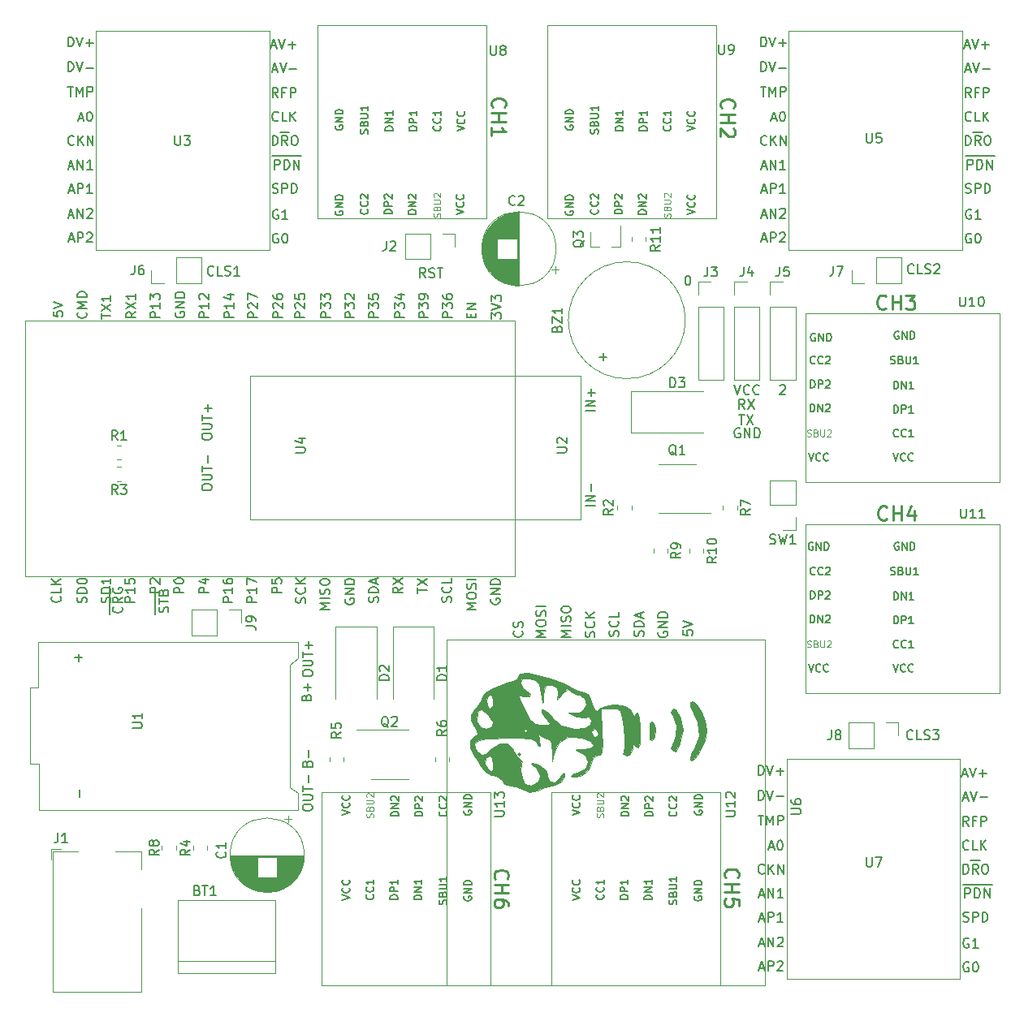
<source format=gto>
G04 #@! TF.GenerationSoftware,KiCad,Pcbnew,(5.1.9)-1*
G04 #@! TF.CreationDate,2021-04-18T14:16:20+07:00*
G04 #@! TF.ProjectId,kicad-weight-scale-6-ch,6b696361-642d-4776-9569-6768742d7363,rev?*
G04 #@! TF.SameCoordinates,Original*
G04 #@! TF.FileFunction,Legend,Top*
G04 #@! TF.FilePolarity,Positive*
%FSLAX46Y46*%
G04 Gerber Fmt 4.6, Leading zero omitted, Abs format (unit mm)*
G04 Created by KiCad (PCBNEW (5.1.9)-1) date 2021-04-18 14:16:20*
%MOMM*%
%LPD*%
G01*
G04 APERTURE LIST*
%ADD10C,0.250000*%
%ADD11C,0.150000*%
%ADD12C,0.010000*%
%ADD13C,0.120000*%
%ADD14C,0.100000*%
G04 APERTURE END LIST*
D10*
X171564285Y-138864285D02*
X171492857Y-138792857D01*
X171421428Y-138578571D01*
X171421428Y-138435714D01*
X171492857Y-138221428D01*
X171635714Y-138078571D01*
X171778571Y-138007142D01*
X172064285Y-137935714D01*
X172278571Y-137935714D01*
X172564285Y-138007142D01*
X172707142Y-138078571D01*
X172850000Y-138221428D01*
X172921428Y-138435714D01*
X172921428Y-138578571D01*
X172850000Y-138792857D01*
X172778571Y-138864285D01*
X171421428Y-139507142D02*
X172921428Y-139507142D01*
X172207142Y-139507142D02*
X172207142Y-140364285D01*
X171421428Y-140364285D02*
X172921428Y-140364285D01*
X172921428Y-141792857D02*
X172921428Y-141078571D01*
X172207142Y-141007142D01*
X172278571Y-141078571D01*
X172350000Y-141221428D01*
X172350000Y-141578571D01*
X172278571Y-141721428D01*
X172207142Y-141792857D01*
X172064285Y-141864285D01*
X171707142Y-141864285D01*
X171564285Y-141792857D01*
X171492857Y-141721428D01*
X171421428Y-141578571D01*
X171421428Y-141221428D01*
X171492857Y-141078571D01*
X171564285Y-141007142D01*
X147564285Y-138964285D02*
X147492857Y-138892857D01*
X147421428Y-138678571D01*
X147421428Y-138535714D01*
X147492857Y-138321428D01*
X147635714Y-138178571D01*
X147778571Y-138107142D01*
X148064285Y-138035714D01*
X148278571Y-138035714D01*
X148564285Y-138107142D01*
X148707142Y-138178571D01*
X148850000Y-138321428D01*
X148921428Y-138535714D01*
X148921428Y-138678571D01*
X148850000Y-138892857D01*
X148778571Y-138964285D01*
X147421428Y-139607142D02*
X148921428Y-139607142D01*
X148207142Y-139607142D02*
X148207142Y-140464285D01*
X147421428Y-140464285D02*
X148921428Y-140464285D01*
X148921428Y-141821428D02*
X148921428Y-141535714D01*
X148850000Y-141392857D01*
X148778571Y-141321428D01*
X148564285Y-141178571D01*
X148278571Y-141107142D01*
X147707142Y-141107142D01*
X147564285Y-141178571D01*
X147492857Y-141250000D01*
X147421428Y-141392857D01*
X147421428Y-141678571D01*
X147492857Y-141821428D01*
X147564285Y-141892857D01*
X147707142Y-141964285D01*
X148064285Y-141964285D01*
X148207142Y-141892857D01*
X148278571Y-141821428D01*
X148350000Y-141678571D01*
X148350000Y-141392857D01*
X148278571Y-141250000D01*
X148207142Y-141178571D01*
X148064285Y-141107142D01*
X188364285Y-101435714D02*
X188292857Y-101507142D01*
X188078571Y-101578571D01*
X187935714Y-101578571D01*
X187721428Y-101507142D01*
X187578571Y-101364285D01*
X187507142Y-101221428D01*
X187435714Y-100935714D01*
X187435714Y-100721428D01*
X187507142Y-100435714D01*
X187578571Y-100292857D01*
X187721428Y-100150000D01*
X187935714Y-100078571D01*
X188078571Y-100078571D01*
X188292857Y-100150000D01*
X188364285Y-100221428D01*
X189007142Y-101578571D02*
X189007142Y-100078571D01*
X189007142Y-100792857D02*
X189864285Y-100792857D01*
X189864285Y-101578571D02*
X189864285Y-100078571D01*
X191221428Y-100578571D02*
X191221428Y-101578571D01*
X190864285Y-100007142D02*
X190507142Y-101078571D01*
X191435714Y-101078571D01*
X188264285Y-79435714D02*
X188192857Y-79507142D01*
X187978571Y-79578571D01*
X187835714Y-79578571D01*
X187621428Y-79507142D01*
X187478571Y-79364285D01*
X187407142Y-79221428D01*
X187335714Y-78935714D01*
X187335714Y-78721428D01*
X187407142Y-78435714D01*
X187478571Y-78292857D01*
X187621428Y-78150000D01*
X187835714Y-78078571D01*
X187978571Y-78078571D01*
X188192857Y-78150000D01*
X188264285Y-78221428D01*
X188907142Y-79578571D02*
X188907142Y-78078571D01*
X188907142Y-78792857D02*
X189764285Y-78792857D01*
X189764285Y-79578571D02*
X189764285Y-78078571D01*
X190335714Y-78078571D02*
X191264285Y-78078571D01*
X190764285Y-78650000D01*
X190978571Y-78650000D01*
X191121428Y-78721428D01*
X191192857Y-78792857D01*
X191264285Y-78935714D01*
X191264285Y-79292857D01*
X191192857Y-79435714D01*
X191121428Y-79507142D01*
X190978571Y-79578571D01*
X190550000Y-79578571D01*
X190407142Y-79507142D01*
X190335714Y-79435714D01*
X171164285Y-58564285D02*
X171092857Y-58492857D01*
X171021428Y-58278571D01*
X171021428Y-58135714D01*
X171092857Y-57921428D01*
X171235714Y-57778571D01*
X171378571Y-57707142D01*
X171664285Y-57635714D01*
X171878571Y-57635714D01*
X172164285Y-57707142D01*
X172307142Y-57778571D01*
X172450000Y-57921428D01*
X172521428Y-58135714D01*
X172521428Y-58278571D01*
X172450000Y-58492857D01*
X172378571Y-58564285D01*
X171021428Y-59207142D02*
X172521428Y-59207142D01*
X171807142Y-59207142D02*
X171807142Y-60064285D01*
X171021428Y-60064285D02*
X172521428Y-60064285D01*
X172378571Y-60707142D02*
X172450000Y-60778571D01*
X172521428Y-60921428D01*
X172521428Y-61278571D01*
X172450000Y-61421428D01*
X172378571Y-61492857D01*
X172235714Y-61564285D01*
X172092857Y-61564285D01*
X171878571Y-61492857D01*
X171021428Y-60635714D01*
X171021428Y-61564285D01*
X147264285Y-58464285D02*
X147192857Y-58392857D01*
X147121428Y-58178571D01*
X147121428Y-58035714D01*
X147192857Y-57821428D01*
X147335714Y-57678571D01*
X147478571Y-57607142D01*
X147764285Y-57535714D01*
X147978571Y-57535714D01*
X148264285Y-57607142D01*
X148407142Y-57678571D01*
X148550000Y-57821428D01*
X148621428Y-58035714D01*
X148621428Y-58178571D01*
X148550000Y-58392857D01*
X148478571Y-58464285D01*
X147121428Y-59107142D02*
X148621428Y-59107142D01*
X147907142Y-59107142D02*
X147907142Y-59964285D01*
X147121428Y-59964285D02*
X148621428Y-59964285D01*
X147121428Y-61464285D02*
X147121428Y-60607142D01*
X147121428Y-61035714D02*
X148621428Y-61035714D01*
X148407142Y-60892857D01*
X148264285Y-60750000D01*
X148192857Y-60607142D01*
D11*
X167552380Y-76052380D02*
X167647619Y-76052380D01*
X167742857Y-76100000D01*
X167790476Y-76147619D01*
X167838095Y-76242857D01*
X167885714Y-76433333D01*
X167885714Y-76671428D01*
X167838095Y-76861904D01*
X167790476Y-76957142D01*
X167742857Y-77004761D01*
X167647619Y-77052380D01*
X167552380Y-77052380D01*
X167457142Y-77004761D01*
X167409523Y-76957142D01*
X167361904Y-76861904D01*
X167314285Y-76671428D01*
X167314285Y-76433333D01*
X167361904Y-76242857D01*
X167409523Y-76147619D01*
X167457142Y-76100000D01*
X167552380Y-76052380D01*
X177214285Y-87547619D02*
X177261904Y-87500000D01*
X177357142Y-87452380D01*
X177595238Y-87452380D01*
X177690476Y-87500000D01*
X177738095Y-87547619D01*
X177785714Y-87642857D01*
X177785714Y-87738095D01*
X177738095Y-87880952D01*
X177166666Y-88452380D01*
X177785714Y-88452380D01*
X173038095Y-92000000D02*
X172942857Y-91952380D01*
X172800000Y-91952380D01*
X172657142Y-92000000D01*
X172561904Y-92095238D01*
X172514285Y-92190476D01*
X172466666Y-92380952D01*
X172466666Y-92523809D01*
X172514285Y-92714285D01*
X172561904Y-92809523D01*
X172657142Y-92904761D01*
X172800000Y-92952380D01*
X172895238Y-92952380D01*
X173038095Y-92904761D01*
X173085714Y-92857142D01*
X173085714Y-92523809D01*
X172895238Y-92523809D01*
X173514285Y-92952380D02*
X173514285Y-91952380D01*
X174085714Y-92952380D01*
X174085714Y-91952380D01*
X174561904Y-92952380D02*
X174561904Y-91952380D01*
X174800000Y-91952380D01*
X174942857Y-92000000D01*
X175038095Y-92095238D01*
X175085714Y-92190476D01*
X175133333Y-92380952D01*
X175133333Y-92523809D01*
X175085714Y-92714285D01*
X175038095Y-92809523D01*
X174942857Y-92904761D01*
X174800000Y-92952380D01*
X174561904Y-92952380D01*
X172938095Y-90552380D02*
X173509523Y-90552380D01*
X173223809Y-91552380D02*
X173223809Y-90552380D01*
X173747619Y-90552380D02*
X174414285Y-91552380D01*
X174414285Y-90552380D02*
X173747619Y-91552380D01*
X173533333Y-89952380D02*
X173200000Y-89476190D01*
X172961904Y-89952380D02*
X172961904Y-88952380D01*
X173342857Y-88952380D01*
X173438095Y-89000000D01*
X173485714Y-89047619D01*
X173533333Y-89142857D01*
X173533333Y-89285714D01*
X173485714Y-89380952D01*
X173438095Y-89428571D01*
X173342857Y-89476190D01*
X172961904Y-89476190D01*
X173866666Y-88952380D02*
X174533333Y-89952380D01*
X174533333Y-88952380D02*
X173866666Y-89952380D01*
X172466666Y-87452380D02*
X172800000Y-88452380D01*
X173133333Y-87452380D01*
X174038095Y-88357142D02*
X173990476Y-88404761D01*
X173847619Y-88452380D01*
X173752380Y-88452380D01*
X173609523Y-88404761D01*
X173514285Y-88309523D01*
X173466666Y-88214285D01*
X173419047Y-88023809D01*
X173419047Y-87880952D01*
X173466666Y-87690476D01*
X173514285Y-87595238D01*
X173609523Y-87500000D01*
X173752380Y-87452380D01*
X173847619Y-87452380D01*
X173990476Y-87500000D01*
X174038095Y-87547619D01*
X175038095Y-88357142D02*
X174990476Y-88404761D01*
X174847619Y-88452380D01*
X174752380Y-88452380D01*
X174609523Y-88404761D01*
X174514285Y-88309523D01*
X174466666Y-88214285D01*
X174419047Y-88023809D01*
X174419047Y-87880952D01*
X174466666Y-87690476D01*
X174514285Y-87595238D01*
X174609523Y-87500000D01*
X174752380Y-87452380D01*
X174847619Y-87452380D01*
X174990476Y-87500000D01*
X175038095Y-87547619D01*
X191052380Y-124357142D02*
X191004761Y-124404761D01*
X190861904Y-124452380D01*
X190766666Y-124452380D01*
X190623809Y-124404761D01*
X190528571Y-124309523D01*
X190480952Y-124214285D01*
X190433333Y-124023809D01*
X190433333Y-123880952D01*
X190480952Y-123690476D01*
X190528571Y-123595238D01*
X190623809Y-123500000D01*
X190766666Y-123452380D01*
X190861904Y-123452380D01*
X191004761Y-123500000D01*
X191052380Y-123547619D01*
X191957142Y-124452380D02*
X191480952Y-124452380D01*
X191480952Y-123452380D01*
X192242857Y-124404761D02*
X192385714Y-124452380D01*
X192623809Y-124452380D01*
X192719047Y-124404761D01*
X192766666Y-124357142D01*
X192814285Y-124261904D01*
X192814285Y-124166666D01*
X192766666Y-124071428D01*
X192719047Y-124023809D01*
X192623809Y-123976190D01*
X192433333Y-123928571D01*
X192338095Y-123880952D01*
X192290476Y-123833333D01*
X192242857Y-123738095D01*
X192242857Y-123642857D01*
X192290476Y-123547619D01*
X192338095Y-123500000D01*
X192433333Y-123452380D01*
X192671428Y-123452380D01*
X192814285Y-123500000D01*
X193147619Y-123452380D02*
X193766666Y-123452380D01*
X193433333Y-123833333D01*
X193576190Y-123833333D01*
X193671428Y-123880952D01*
X193719047Y-123928571D01*
X193766666Y-124023809D01*
X193766666Y-124261904D01*
X193719047Y-124357142D01*
X193671428Y-124404761D01*
X193576190Y-124452380D01*
X193290476Y-124452380D01*
X193195238Y-124404761D01*
X193147619Y-124357142D01*
X191152380Y-75757142D02*
X191104761Y-75804761D01*
X190961904Y-75852380D01*
X190866666Y-75852380D01*
X190723809Y-75804761D01*
X190628571Y-75709523D01*
X190580952Y-75614285D01*
X190533333Y-75423809D01*
X190533333Y-75280952D01*
X190580952Y-75090476D01*
X190628571Y-74995238D01*
X190723809Y-74900000D01*
X190866666Y-74852380D01*
X190961904Y-74852380D01*
X191104761Y-74900000D01*
X191152380Y-74947619D01*
X192057142Y-75852380D02*
X191580952Y-75852380D01*
X191580952Y-74852380D01*
X192342857Y-75804761D02*
X192485714Y-75852380D01*
X192723809Y-75852380D01*
X192819047Y-75804761D01*
X192866666Y-75757142D01*
X192914285Y-75661904D01*
X192914285Y-75566666D01*
X192866666Y-75471428D01*
X192819047Y-75423809D01*
X192723809Y-75376190D01*
X192533333Y-75328571D01*
X192438095Y-75280952D01*
X192390476Y-75233333D01*
X192342857Y-75138095D01*
X192342857Y-75042857D01*
X192390476Y-74947619D01*
X192438095Y-74900000D01*
X192533333Y-74852380D01*
X192771428Y-74852380D01*
X192914285Y-74900000D01*
X193295238Y-74947619D02*
X193342857Y-74900000D01*
X193438095Y-74852380D01*
X193676190Y-74852380D01*
X193771428Y-74900000D01*
X193819047Y-74947619D01*
X193866666Y-75042857D01*
X193866666Y-75138095D01*
X193819047Y-75280952D01*
X193247619Y-75852380D01*
X193866666Y-75852380D01*
X140252380Y-76252380D02*
X139919047Y-75776190D01*
X139680952Y-76252380D02*
X139680952Y-75252380D01*
X140061904Y-75252380D01*
X140157142Y-75300000D01*
X140204761Y-75347619D01*
X140252380Y-75442857D01*
X140252380Y-75585714D01*
X140204761Y-75680952D01*
X140157142Y-75728571D01*
X140061904Y-75776190D01*
X139680952Y-75776190D01*
X140633333Y-76204761D02*
X140776190Y-76252380D01*
X141014285Y-76252380D01*
X141109523Y-76204761D01*
X141157142Y-76157142D01*
X141204761Y-76061904D01*
X141204761Y-75966666D01*
X141157142Y-75871428D01*
X141109523Y-75823809D01*
X141014285Y-75776190D01*
X140823809Y-75728571D01*
X140728571Y-75680952D01*
X140680952Y-75633333D01*
X140633333Y-75538095D01*
X140633333Y-75442857D01*
X140680952Y-75347619D01*
X140728571Y-75300000D01*
X140823809Y-75252380D01*
X141061904Y-75252380D01*
X141204761Y-75300000D01*
X141490476Y-75252380D02*
X142061904Y-75252380D01*
X141776190Y-76252380D02*
X141776190Y-75252380D01*
X118152380Y-75957142D02*
X118104761Y-76004761D01*
X117961904Y-76052380D01*
X117866666Y-76052380D01*
X117723809Y-76004761D01*
X117628571Y-75909523D01*
X117580952Y-75814285D01*
X117533333Y-75623809D01*
X117533333Y-75480952D01*
X117580952Y-75290476D01*
X117628571Y-75195238D01*
X117723809Y-75100000D01*
X117866666Y-75052380D01*
X117961904Y-75052380D01*
X118104761Y-75100000D01*
X118152380Y-75147619D01*
X119057142Y-76052380D02*
X118580952Y-76052380D01*
X118580952Y-75052380D01*
X119342857Y-76004761D02*
X119485714Y-76052380D01*
X119723809Y-76052380D01*
X119819047Y-76004761D01*
X119866666Y-75957142D01*
X119914285Y-75861904D01*
X119914285Y-75766666D01*
X119866666Y-75671428D01*
X119819047Y-75623809D01*
X119723809Y-75576190D01*
X119533333Y-75528571D01*
X119438095Y-75480952D01*
X119390476Y-75433333D01*
X119342857Y-75338095D01*
X119342857Y-75242857D01*
X119390476Y-75147619D01*
X119438095Y-75100000D01*
X119533333Y-75052380D01*
X119771428Y-75052380D01*
X119914285Y-75100000D01*
X120866666Y-76052380D02*
X120295238Y-76052380D01*
X120580952Y-76052380D02*
X120580952Y-75052380D01*
X120485714Y-75195238D01*
X120390476Y-75290476D01*
X120295238Y-75338095D01*
D12*
G36*
X168127052Y-120472223D02*
G01*
X168555203Y-120778379D01*
X169008108Y-121536737D01*
X169374744Y-122507130D01*
X169544088Y-123449392D01*
X169545903Y-123541509D01*
X169358746Y-124491398D01*
X168898868Y-125569507D01*
X168786186Y-125763889D01*
X168293943Y-126425334D01*
X167947351Y-126637273D01*
X167879191Y-126566727D01*
X167953713Y-125981513D01*
X168286131Y-125341704D01*
X168780477Y-124057077D01*
X168643620Y-122634942D01*
X168312500Y-121883334D01*
X167873972Y-120993658D01*
X167863637Y-120558424D01*
X168127052Y-120472223D01*
G37*
X168127052Y-120472223D02*
X168555203Y-120778379D01*
X169008108Y-121536737D01*
X169374744Y-122507130D01*
X169544088Y-123449392D01*
X169545903Y-123541509D01*
X169358746Y-124491398D01*
X168898868Y-125569507D01*
X168786186Y-125763889D01*
X168293943Y-126425334D01*
X167947351Y-126637273D01*
X167879191Y-126566727D01*
X167953713Y-125981513D01*
X168286131Y-125341704D01*
X168780477Y-124057077D01*
X168643620Y-122634942D01*
X168312500Y-121883334D01*
X167873972Y-120993658D01*
X167863637Y-120558424D01*
X168127052Y-120472223D01*
G36*
X163630000Y-122710000D02*
G01*
X163810000Y-122580000D01*
X163902778Y-122588889D01*
X164170273Y-122890142D01*
X164255556Y-123450014D01*
X164125482Y-124196984D01*
X163858384Y-124537232D01*
X163601617Y-124422769D01*
X163620000Y-123740000D01*
X163620000Y-123610000D01*
X163630000Y-122890000D01*
X163630000Y-122710000D01*
G37*
X163630000Y-122710000D02*
X163810000Y-122580000D01*
X163902778Y-122588889D01*
X164170273Y-122890142D01*
X164255556Y-123450014D01*
X164125482Y-124196984D01*
X163858384Y-124537232D01*
X163601617Y-124422769D01*
X163620000Y-123740000D01*
X163620000Y-123610000D01*
X163630000Y-122890000D01*
X163630000Y-122710000D01*
G36*
X144952882Y-124572096D02*
G01*
X145368681Y-124132664D01*
X145681541Y-123907233D01*
X145570752Y-123481575D01*
X145316001Y-123066923D01*
X144972706Y-122437570D01*
X145012227Y-121932102D01*
X145467084Y-121225861D01*
X145505652Y-121173584D01*
X146009210Y-120416508D01*
X146258188Y-119893202D01*
X146263889Y-119848843D01*
X146556343Y-119546160D01*
X147270318Y-119129685D01*
X148160736Y-118716824D01*
X148982519Y-118424984D01*
X149381040Y-118355556D01*
X149768986Y-118143540D01*
X149791667Y-118040521D01*
X150089328Y-117607005D01*
X150952654Y-117527175D01*
X152337159Y-117800425D01*
X153266255Y-118087927D01*
X154445823Y-118517717D01*
X155326360Y-118894813D01*
X155725875Y-119140867D01*
X155730093Y-119148622D01*
X156133633Y-119368990D01*
X156534914Y-119413889D01*
X157180420Y-119650258D01*
X157387461Y-119943056D01*
X157709088Y-120943101D01*
X157916301Y-121400019D01*
X158105100Y-121444134D01*
X158340454Y-121236769D01*
X158943215Y-120966911D01*
X159901415Y-120829450D01*
X160104146Y-120825000D01*
X161077875Y-120921642D01*
X161601985Y-121287123D01*
X161775118Y-121618750D01*
X162015185Y-122039138D01*
X162116528Y-121912732D01*
X162267173Y-121605413D01*
X162390304Y-121664379D01*
X162547935Y-122145908D01*
X162634054Y-123022534D01*
X162645358Y-124019171D01*
X162578544Y-124860736D01*
X162433603Y-125270214D01*
X162116895Y-125144375D01*
X162020482Y-124972337D01*
X161877087Y-124909925D01*
X161813962Y-125322917D01*
X161581204Y-125967927D01*
X161236125Y-126116667D01*
X160876853Y-125937349D01*
X160915800Y-125745066D01*
X161000745Y-125216092D01*
X160984995Y-124227314D01*
X160901982Y-123275621D01*
X160747850Y-122112138D01*
X160562405Y-121485072D01*
X160243356Y-121228864D01*
X159688415Y-121177954D01*
X159605858Y-121177778D01*
X158553214Y-121177778D01*
X158670357Y-123643279D01*
X158707174Y-124959394D01*
X158646803Y-125703536D01*
X158467527Y-126005241D01*
X158271122Y-126024529D01*
X157905555Y-126195847D01*
X157905555Y-124176389D01*
X158207569Y-124096415D01*
X158258333Y-123844431D01*
X158074148Y-123361756D01*
X157905555Y-123294445D01*
X157562875Y-123547643D01*
X157552778Y-123626403D01*
X157809211Y-124104183D01*
X157905555Y-124176389D01*
X157905555Y-126195847D01*
X157797373Y-126246546D01*
X157615799Y-126645834D01*
X157343276Y-127435711D01*
X157150481Y-127754239D01*
X156644359Y-128131766D01*
X156007853Y-128359919D01*
X155528635Y-128359731D01*
X155436111Y-128224843D01*
X155735929Y-127951591D01*
X156229861Y-127816898D01*
X156930327Y-127452768D01*
X157169151Y-126800659D01*
X156919865Y-126127955D01*
X156431072Y-125784065D01*
X155947406Y-125563128D01*
X156047624Y-125466168D01*
X156788426Y-125433473D01*
X157612906Y-125296727D01*
X157815637Y-124993160D01*
X157430208Y-124617371D01*
X156490207Y-124263961D01*
X156361927Y-124232291D01*
X155808651Y-124212176D01*
X155808651Y-123294445D01*
X156890611Y-123209395D01*
X157424149Y-122904987D01*
X157552778Y-122386731D01*
X157278265Y-122097316D01*
X156875982Y-122126374D01*
X156031063Y-122090879D01*
X155553065Y-121890321D01*
X155168733Y-121610808D01*
X155390668Y-121626572D01*
X155490016Y-121656078D01*
X156242044Y-121612357D01*
X156655744Y-121408825D01*
X157034444Y-120801975D01*
X156892349Y-120161149D01*
X156324337Y-119784585D01*
X156133321Y-119766667D01*
X155509033Y-119554795D01*
X155329602Y-119325695D01*
X155055509Y-119162634D01*
X154585034Y-119590278D01*
X154005770Y-120295834D01*
X154103580Y-119590278D01*
X153959742Y-118988111D01*
X153407639Y-118771992D01*
X152857046Y-118798752D01*
X152620598Y-119216677D01*
X152563828Y-119830325D01*
X152525417Y-120525129D01*
X152471297Y-120600043D01*
X152365669Y-120022589D01*
X152299244Y-119590278D01*
X152088353Y-118659276D01*
X151724439Y-118220209D01*
X151114583Y-118067540D01*
X150370254Y-118109290D01*
X150144485Y-118511032D01*
X150144444Y-118519584D01*
X150430221Y-119129347D01*
X150673611Y-119286316D01*
X151164189Y-119647825D01*
X151082184Y-119950494D01*
X150501904Y-119944385D01*
X150479980Y-119937583D01*
X150072892Y-119836185D01*
X149962719Y-119973889D01*
X150158208Y-120487350D01*
X150568174Y-121315234D01*
X151133750Y-122301534D01*
X151649990Y-122785350D01*
X152301970Y-122929674D01*
X152403982Y-122931979D01*
X153100504Y-122906725D01*
X153179427Y-122705152D01*
X152788320Y-122233949D01*
X152391061Y-121645231D01*
X152370341Y-121303734D01*
X152713548Y-121402246D01*
X153310313Y-121914496D01*
X153563866Y-122187841D01*
X154443147Y-122977441D01*
X155389438Y-123275846D01*
X155808651Y-123294445D01*
X155808651Y-124212176D01*
X155067817Y-124185240D01*
X154150983Y-124732106D01*
X153632312Y-125857876D01*
X153565419Y-126242285D01*
X153484300Y-126699055D01*
X153452647Y-126454537D01*
X153460702Y-125852084D01*
X153426266Y-124874922D01*
X153213822Y-124431804D01*
X152910412Y-124352778D01*
X152292492Y-124122929D01*
X152128120Y-123911806D01*
X152042948Y-123893146D01*
X152089377Y-124432723D01*
X152104144Y-124529167D01*
X152172457Y-125147392D01*
X152068185Y-125106596D01*
X151979655Y-124919742D01*
X151743629Y-124585396D01*
X151293815Y-124384051D01*
X150673611Y-124307905D01*
X150673611Y-123647223D01*
X150850000Y-123470834D01*
X150673611Y-123294445D01*
X150497222Y-123470834D01*
X150673611Y-123647223D01*
X150673611Y-124307905D01*
X150477244Y-124283795D01*
X149140947Y-124252711D01*
X148779074Y-124251985D01*
X146961191Y-124315660D01*
X146605595Y-124377219D01*
X146605595Y-123294445D01*
X147198491Y-123088826D01*
X147251324Y-122561247D01*
X146969444Y-122148559D01*
X146969444Y-121177778D01*
X147256071Y-120882310D01*
X147322222Y-120472223D01*
X147174488Y-119898970D01*
X146969444Y-119766667D01*
X146682818Y-120062136D01*
X146616667Y-120472223D01*
X146764401Y-121045475D01*
X146969444Y-121177778D01*
X146969444Y-122148559D01*
X146762532Y-121845627D01*
X146624022Y-121713601D01*
X146097875Y-121300426D01*
X145833434Y-121379657D01*
X145704334Y-121658925D01*
X145627671Y-122544916D01*
X146057978Y-123149067D01*
X146605595Y-123294445D01*
X146605595Y-124377219D01*
X145811093Y-124514761D01*
X145301871Y-124861400D01*
X145406614Y-125367687D01*
X145654376Y-125658345D01*
X146111164Y-126026609D01*
X146516548Y-125953417D01*
X147073105Y-125479436D01*
X148042473Y-124824999D01*
X148830595Y-124822557D01*
X149390647Y-125469971D01*
X149438889Y-125587500D01*
X149803497Y-126241509D01*
X150124641Y-126469445D01*
X150326083Y-126727743D01*
X150271715Y-126999400D01*
X150197584Y-127734485D01*
X150295256Y-128433413D01*
X150632250Y-129108569D01*
X151263372Y-129231275D01*
X151299837Y-129226375D01*
X151990651Y-128861683D01*
X152190429Y-128198658D01*
X151849107Y-127489740D01*
X151674747Y-127335971D01*
X151282543Y-126944479D01*
X151443559Y-126848895D01*
X152060035Y-127073048D01*
X152284303Y-127187412D01*
X152837564Y-127772161D01*
X152966667Y-128245746D01*
X153188784Y-128811350D01*
X153696261Y-128891058D01*
X154250781Y-128471810D01*
X154349521Y-128321528D01*
X154631599Y-127895761D01*
X154713046Y-128086915D01*
X154719828Y-128314807D01*
X154405920Y-128871329D01*
X153760417Y-129136002D01*
X152696548Y-129449543D01*
X151974757Y-129743153D01*
X151119407Y-129957072D01*
X150480238Y-129715708D01*
X149626695Y-129365947D01*
X149128641Y-129291667D01*
X148474586Y-129060759D01*
X148263482Y-128789863D01*
X147794842Y-128346917D01*
X147264430Y-128172502D01*
X147160576Y-128120117D01*
X147160576Y-127801520D01*
X147305855Y-127591259D01*
X147322222Y-127074207D01*
X147216774Y-126375793D01*
X146990264Y-126116667D01*
X146494587Y-126366352D01*
X146435407Y-126936668D01*
X146751313Y-127460838D01*
X147160576Y-127801520D01*
X147160576Y-128120117D01*
X146495351Y-127784565D01*
X146048993Y-127233497D01*
X145583244Y-126445009D01*
X145246413Y-126016413D01*
X144891071Y-125314808D01*
X144952882Y-124572096D01*
G37*
X144952882Y-124572096D02*
X145368681Y-124132664D01*
X145681541Y-123907233D01*
X145570752Y-123481575D01*
X145316001Y-123066923D01*
X144972706Y-122437570D01*
X145012227Y-121932102D01*
X145467084Y-121225861D01*
X145505652Y-121173584D01*
X146009210Y-120416508D01*
X146258188Y-119893202D01*
X146263889Y-119848843D01*
X146556343Y-119546160D01*
X147270318Y-119129685D01*
X148160736Y-118716824D01*
X148982519Y-118424984D01*
X149381040Y-118355556D01*
X149768986Y-118143540D01*
X149791667Y-118040521D01*
X150089328Y-117607005D01*
X150952654Y-117527175D01*
X152337159Y-117800425D01*
X153266255Y-118087927D01*
X154445823Y-118517717D01*
X155326360Y-118894813D01*
X155725875Y-119140867D01*
X155730093Y-119148622D01*
X156133633Y-119368990D01*
X156534914Y-119413889D01*
X157180420Y-119650258D01*
X157387461Y-119943056D01*
X157709088Y-120943101D01*
X157916301Y-121400019D01*
X158105100Y-121444134D01*
X158340454Y-121236769D01*
X158943215Y-120966911D01*
X159901415Y-120829450D01*
X160104146Y-120825000D01*
X161077875Y-120921642D01*
X161601985Y-121287123D01*
X161775118Y-121618750D01*
X162015185Y-122039138D01*
X162116528Y-121912732D01*
X162267173Y-121605413D01*
X162390304Y-121664379D01*
X162547935Y-122145908D01*
X162634054Y-123022534D01*
X162645358Y-124019171D01*
X162578544Y-124860736D01*
X162433603Y-125270214D01*
X162116895Y-125144375D01*
X162020482Y-124972337D01*
X161877087Y-124909925D01*
X161813962Y-125322917D01*
X161581204Y-125967927D01*
X161236125Y-126116667D01*
X160876853Y-125937349D01*
X160915800Y-125745066D01*
X161000745Y-125216092D01*
X160984995Y-124227314D01*
X160901982Y-123275621D01*
X160747850Y-122112138D01*
X160562405Y-121485072D01*
X160243356Y-121228864D01*
X159688415Y-121177954D01*
X159605858Y-121177778D01*
X158553214Y-121177778D01*
X158670357Y-123643279D01*
X158707174Y-124959394D01*
X158646803Y-125703536D01*
X158467527Y-126005241D01*
X158271122Y-126024529D01*
X157905555Y-126195847D01*
X157905555Y-124176389D01*
X158207569Y-124096415D01*
X158258333Y-123844431D01*
X158074148Y-123361756D01*
X157905555Y-123294445D01*
X157562875Y-123547643D01*
X157552778Y-123626403D01*
X157809211Y-124104183D01*
X157905555Y-124176389D01*
X157905555Y-126195847D01*
X157797373Y-126246546D01*
X157615799Y-126645834D01*
X157343276Y-127435711D01*
X157150481Y-127754239D01*
X156644359Y-128131766D01*
X156007853Y-128359919D01*
X155528635Y-128359731D01*
X155436111Y-128224843D01*
X155735929Y-127951591D01*
X156229861Y-127816898D01*
X156930327Y-127452768D01*
X157169151Y-126800659D01*
X156919865Y-126127955D01*
X156431072Y-125784065D01*
X155947406Y-125563128D01*
X156047624Y-125466168D01*
X156788426Y-125433473D01*
X157612906Y-125296727D01*
X157815637Y-124993160D01*
X157430208Y-124617371D01*
X156490207Y-124263961D01*
X156361927Y-124232291D01*
X155808651Y-124212176D01*
X155808651Y-123294445D01*
X156890611Y-123209395D01*
X157424149Y-122904987D01*
X157552778Y-122386731D01*
X157278265Y-122097316D01*
X156875982Y-122126374D01*
X156031063Y-122090879D01*
X155553065Y-121890321D01*
X155168733Y-121610808D01*
X155390668Y-121626572D01*
X155490016Y-121656078D01*
X156242044Y-121612357D01*
X156655744Y-121408825D01*
X157034444Y-120801975D01*
X156892349Y-120161149D01*
X156324337Y-119784585D01*
X156133321Y-119766667D01*
X155509033Y-119554795D01*
X155329602Y-119325695D01*
X155055509Y-119162634D01*
X154585034Y-119590278D01*
X154005770Y-120295834D01*
X154103580Y-119590278D01*
X153959742Y-118988111D01*
X153407639Y-118771992D01*
X152857046Y-118798752D01*
X152620598Y-119216677D01*
X152563828Y-119830325D01*
X152525417Y-120525129D01*
X152471297Y-120600043D01*
X152365669Y-120022589D01*
X152299244Y-119590278D01*
X152088353Y-118659276D01*
X151724439Y-118220209D01*
X151114583Y-118067540D01*
X150370254Y-118109290D01*
X150144485Y-118511032D01*
X150144444Y-118519584D01*
X150430221Y-119129347D01*
X150673611Y-119286316D01*
X151164189Y-119647825D01*
X151082184Y-119950494D01*
X150501904Y-119944385D01*
X150479980Y-119937583D01*
X150072892Y-119836185D01*
X149962719Y-119973889D01*
X150158208Y-120487350D01*
X150568174Y-121315234D01*
X151133750Y-122301534D01*
X151649990Y-122785350D01*
X152301970Y-122929674D01*
X152403982Y-122931979D01*
X153100504Y-122906725D01*
X153179427Y-122705152D01*
X152788320Y-122233949D01*
X152391061Y-121645231D01*
X152370341Y-121303734D01*
X152713548Y-121402246D01*
X153310313Y-121914496D01*
X153563866Y-122187841D01*
X154443147Y-122977441D01*
X155389438Y-123275846D01*
X155808651Y-123294445D01*
X155808651Y-124212176D01*
X155067817Y-124185240D01*
X154150983Y-124732106D01*
X153632312Y-125857876D01*
X153565419Y-126242285D01*
X153484300Y-126699055D01*
X153452647Y-126454537D01*
X153460702Y-125852084D01*
X153426266Y-124874922D01*
X153213822Y-124431804D01*
X152910412Y-124352778D01*
X152292492Y-124122929D01*
X152128120Y-123911806D01*
X152042948Y-123893146D01*
X152089377Y-124432723D01*
X152104144Y-124529167D01*
X152172457Y-125147392D01*
X152068185Y-125106596D01*
X151979655Y-124919742D01*
X151743629Y-124585396D01*
X151293815Y-124384051D01*
X150673611Y-124307905D01*
X150673611Y-123647223D01*
X150850000Y-123470834D01*
X150673611Y-123294445D01*
X150497222Y-123470834D01*
X150673611Y-123647223D01*
X150673611Y-124307905D01*
X150477244Y-124283795D01*
X149140947Y-124252711D01*
X148779074Y-124251985D01*
X146961191Y-124315660D01*
X146605595Y-124377219D01*
X146605595Y-123294445D01*
X147198491Y-123088826D01*
X147251324Y-122561247D01*
X146969444Y-122148559D01*
X146969444Y-121177778D01*
X147256071Y-120882310D01*
X147322222Y-120472223D01*
X147174488Y-119898970D01*
X146969444Y-119766667D01*
X146682818Y-120062136D01*
X146616667Y-120472223D01*
X146764401Y-121045475D01*
X146969444Y-121177778D01*
X146969444Y-122148559D01*
X146762532Y-121845627D01*
X146624022Y-121713601D01*
X146097875Y-121300426D01*
X145833434Y-121379657D01*
X145704334Y-121658925D01*
X145627671Y-122544916D01*
X146057978Y-123149067D01*
X146605595Y-123294445D01*
X146605595Y-124377219D01*
X145811093Y-124514761D01*
X145301871Y-124861400D01*
X145406614Y-125367687D01*
X145654376Y-125658345D01*
X146111164Y-126026609D01*
X146516548Y-125953417D01*
X147073105Y-125479436D01*
X148042473Y-124824999D01*
X148830595Y-124822557D01*
X149390647Y-125469971D01*
X149438889Y-125587500D01*
X149803497Y-126241509D01*
X150124641Y-126469445D01*
X150326083Y-126727743D01*
X150271715Y-126999400D01*
X150197584Y-127734485D01*
X150295256Y-128433413D01*
X150632250Y-129108569D01*
X151263372Y-129231275D01*
X151299837Y-129226375D01*
X151990651Y-128861683D01*
X152190429Y-128198658D01*
X151849107Y-127489740D01*
X151674747Y-127335971D01*
X151282543Y-126944479D01*
X151443559Y-126848895D01*
X152060035Y-127073048D01*
X152284303Y-127187412D01*
X152837564Y-127772161D01*
X152966667Y-128245746D01*
X153188784Y-128811350D01*
X153696261Y-128891058D01*
X154250781Y-128471810D01*
X154349521Y-128321528D01*
X154631599Y-127895761D01*
X154713046Y-128086915D01*
X154719828Y-128314807D01*
X154405920Y-128871329D01*
X153760417Y-129136002D01*
X152696548Y-129449543D01*
X151974757Y-129743153D01*
X151119407Y-129957072D01*
X150480238Y-129715708D01*
X149626695Y-129365947D01*
X149128641Y-129291667D01*
X148474586Y-129060759D01*
X148263482Y-128789863D01*
X147794842Y-128346917D01*
X147264430Y-128172502D01*
X147160576Y-128120117D01*
X147160576Y-127801520D01*
X147305855Y-127591259D01*
X147322222Y-127074207D01*
X147216774Y-126375793D01*
X146990264Y-126116667D01*
X146494587Y-126366352D01*
X146435407Y-126936668D01*
X146751313Y-127460838D01*
X147160576Y-127801520D01*
X147160576Y-128120117D01*
X146495351Y-127784565D01*
X146048993Y-127233497D01*
X145583244Y-126445009D01*
X145246413Y-126016413D01*
X144891071Y-125314808D01*
X144952882Y-124572096D01*
G36*
X149968055Y-125763889D02*
G01*
X150144444Y-125940278D01*
X149968055Y-126116667D01*
X149791667Y-125940278D01*
X149968055Y-125763889D01*
G37*
X149968055Y-125763889D02*
X150144444Y-125940278D01*
X149968055Y-126116667D01*
X149791667Y-125940278D01*
X149968055Y-125763889D01*
G36*
X166310000Y-121270000D02*
G01*
X166550000Y-121630000D01*
X166750000Y-121960000D01*
X166970000Y-122630000D01*
X167073611Y-123372315D01*
X167075426Y-123464432D01*
X166888269Y-124414321D01*
X166660000Y-125090000D01*
X166460000Y-125490000D01*
X166330000Y-125680000D01*
X166070000Y-125580000D01*
X165930000Y-125480000D01*
X165850000Y-125350000D01*
X166150000Y-124570000D01*
X166379816Y-123980000D01*
X166420184Y-122992581D01*
X166210000Y-122320000D01*
X166070000Y-121940000D01*
X165850000Y-121620000D01*
X166110000Y-121230000D01*
X166310000Y-121270000D01*
G37*
X166310000Y-121270000D02*
X166550000Y-121630000D01*
X166750000Y-121960000D01*
X166970000Y-122630000D01*
X167073611Y-123372315D01*
X167075426Y-123464432D01*
X166888269Y-124414321D01*
X166660000Y-125090000D01*
X166460000Y-125490000D01*
X166330000Y-125680000D01*
X166070000Y-125580000D01*
X165930000Y-125480000D01*
X165850000Y-125350000D01*
X166150000Y-124570000D01*
X166379816Y-123980000D01*
X166420184Y-122992581D01*
X166210000Y-122320000D01*
X166070000Y-121940000D01*
X165850000Y-121620000D01*
X166110000Y-121230000D01*
X166310000Y-121270000D01*
D13*
X149600000Y-80700000D02*
X149600000Y-107300000D01*
X149600000Y-107400000D02*
X100000000Y-107400000D01*
X100000000Y-107400000D02*
X99600000Y-107400000D01*
X99600000Y-107400000D02*
X99200000Y-107400000D01*
X99200000Y-107400000D02*
X98500000Y-107400000D01*
X98500000Y-107400000D02*
X98500000Y-80700000D01*
X98500000Y-80700000D02*
X149500000Y-80700000D01*
X170600000Y-49900000D02*
X153000000Y-49900000D01*
X170600000Y-49900000D02*
X170600000Y-70100000D01*
X153000000Y-70100000D02*
X153000000Y-49900000D01*
X153000000Y-70100000D02*
X170600000Y-70100000D01*
X146600000Y-49900000D02*
X129000000Y-49900000D01*
X146600000Y-49900000D02*
X146600000Y-70100000D01*
X129000000Y-70100000D02*
X129000000Y-49900000D01*
X129000000Y-70100000D02*
X146600000Y-70100000D01*
X115880000Y-110920000D02*
X115880000Y-113580000D01*
X118480000Y-110920000D02*
X115880000Y-110920000D01*
X118480000Y-113580000D02*
X115880000Y-113580000D01*
X118480000Y-110920000D02*
X118480000Y-113580000D01*
X119750000Y-110920000D02*
X121080000Y-110920000D01*
X121080000Y-110920000D02*
X121080000Y-112250000D01*
X100000000Y-131800000D02*
X127000000Y-131800000D01*
X100000000Y-127000000D02*
X100000000Y-131800000D01*
X99000000Y-127000000D02*
X100000000Y-127000000D01*
X99000000Y-119000000D02*
X99000000Y-127000000D01*
X99900000Y-119000000D02*
X99000000Y-119000000D01*
X99900000Y-114300000D02*
X99900000Y-119000000D01*
X127000000Y-114300000D02*
X99900000Y-114300000D01*
X127000000Y-116000000D02*
X127000000Y-114300000D01*
X126100000Y-116600000D02*
X127000000Y-116000000D01*
X126100000Y-129400000D02*
X126100000Y-116600000D01*
X127000000Y-130000000D02*
X126100000Y-129400000D01*
X127000000Y-131800000D02*
X127000000Y-130000000D01*
X200100000Y-119600000D02*
X200100000Y-102000000D01*
X200100000Y-119600000D02*
X179900000Y-119600000D01*
X179900000Y-102000000D02*
X200100000Y-102000000D01*
X179900000Y-102000000D02*
X179900000Y-119600000D01*
X196250000Y-73400000D02*
X178150000Y-73400000D01*
X178150000Y-73400000D02*
X178150000Y-50500000D01*
X178150000Y-50500000D02*
X196250000Y-50500000D01*
X196250000Y-50500000D02*
X196250000Y-73400000D01*
X102250000Y-135900000D02*
X101200000Y-135900000D01*
X101200000Y-136950000D02*
X101200000Y-135900000D01*
X110600000Y-142000000D02*
X110600000Y-150800000D01*
X110600000Y-150800000D02*
X101400000Y-150800000D01*
X107900000Y-136100000D02*
X110600000Y-136100000D01*
X110600000Y-136100000D02*
X110600000Y-138000000D01*
X101400000Y-150800000D02*
X101400000Y-136100000D01*
X101400000Y-136100000D02*
X104000000Y-136100000D01*
X142450000Y-114050000D02*
X175650000Y-114050000D01*
X175650000Y-150050000D02*
X175650000Y-114050000D01*
X142450000Y-150050000D02*
X142450000Y-114050000D01*
X142450000Y-150050000D02*
X175650000Y-150050000D01*
X124620000Y-147540000D02*
X114460000Y-147540000D01*
X124620000Y-148810000D02*
X124620000Y-141190000D01*
X124620000Y-141190000D02*
X114460000Y-141190000D01*
X114460000Y-141190000D02*
X114460000Y-148810000D01*
X114460000Y-148810000D02*
X124620000Y-148810000D01*
X167350000Y-80700000D02*
G75*
G03*
X167350000Y-80700000I-6100000J0D01*
G01*
X127620000Y-136500000D02*
G75*
G03*
X127620000Y-136500000I-3870000J0D01*
G01*
X127580000Y-136500000D02*
X119920000Y-136500000D01*
X127580000Y-136540000D02*
X119920000Y-136540000D01*
X127580000Y-136580000D02*
X119920000Y-136580000D01*
X127579000Y-136620000D02*
X119921000Y-136620000D01*
X127577000Y-136660000D02*
X119923000Y-136660000D01*
X127575000Y-136700000D02*
X119925000Y-136700000D01*
X127573000Y-136740000D02*
X124790000Y-136740000D01*
X122710000Y-136740000D02*
X119927000Y-136740000D01*
X127570000Y-136780000D02*
X124790000Y-136780000D01*
X122710000Y-136780000D02*
X119930000Y-136780000D01*
X127567000Y-136820000D02*
X124790000Y-136820000D01*
X122710000Y-136820000D02*
X119933000Y-136820000D01*
X127564000Y-136860000D02*
X124790000Y-136860000D01*
X122710000Y-136860000D02*
X119936000Y-136860000D01*
X127560000Y-136900000D02*
X124790000Y-136900000D01*
X122710000Y-136900000D02*
X119940000Y-136900000D01*
X127555000Y-136940000D02*
X124790000Y-136940000D01*
X122710000Y-136940000D02*
X119945000Y-136940000D01*
X127551000Y-136980000D02*
X124790000Y-136980000D01*
X122710000Y-136980000D02*
X119949000Y-136980000D01*
X127545000Y-137020000D02*
X124790000Y-137020000D01*
X122710000Y-137020000D02*
X119955000Y-137020000D01*
X127540000Y-137060000D02*
X124790000Y-137060000D01*
X122710000Y-137060000D02*
X119960000Y-137060000D01*
X127534000Y-137100000D02*
X124790000Y-137100000D01*
X122710000Y-137100000D02*
X119966000Y-137100000D01*
X127527000Y-137140000D02*
X124790000Y-137140000D01*
X122710000Y-137140000D02*
X119973000Y-137140000D01*
X127520000Y-137180000D02*
X124790000Y-137180000D01*
X122710000Y-137180000D02*
X119980000Y-137180000D01*
X127513000Y-137221000D02*
X124790000Y-137221000D01*
X122710000Y-137221000D02*
X119987000Y-137221000D01*
X127505000Y-137261000D02*
X124790000Y-137261000D01*
X122710000Y-137261000D02*
X119995000Y-137261000D01*
X127497000Y-137301000D02*
X124790000Y-137301000D01*
X122710000Y-137301000D02*
X120003000Y-137301000D01*
X127488000Y-137341000D02*
X124790000Y-137341000D01*
X122710000Y-137341000D02*
X120012000Y-137341000D01*
X127479000Y-137381000D02*
X124790000Y-137381000D01*
X122710000Y-137381000D02*
X120021000Y-137381000D01*
X127470000Y-137421000D02*
X124790000Y-137421000D01*
X122710000Y-137421000D02*
X120030000Y-137421000D01*
X127460000Y-137461000D02*
X124790000Y-137461000D01*
X122710000Y-137461000D02*
X120040000Y-137461000D01*
X127449000Y-137501000D02*
X124790000Y-137501000D01*
X122710000Y-137501000D02*
X120051000Y-137501000D01*
X127438000Y-137541000D02*
X124790000Y-137541000D01*
X122710000Y-137541000D02*
X120062000Y-137541000D01*
X127427000Y-137581000D02*
X124790000Y-137581000D01*
X122710000Y-137581000D02*
X120073000Y-137581000D01*
X127415000Y-137621000D02*
X124790000Y-137621000D01*
X122710000Y-137621000D02*
X120085000Y-137621000D01*
X127403000Y-137661000D02*
X124790000Y-137661000D01*
X122710000Y-137661000D02*
X120097000Y-137661000D01*
X127390000Y-137701000D02*
X124790000Y-137701000D01*
X122710000Y-137701000D02*
X120110000Y-137701000D01*
X127376000Y-137741000D02*
X124790000Y-137741000D01*
X122710000Y-137741000D02*
X120124000Y-137741000D01*
X127363000Y-137781000D02*
X124790000Y-137781000D01*
X122710000Y-137781000D02*
X120137000Y-137781000D01*
X127348000Y-137821000D02*
X124790000Y-137821000D01*
X122710000Y-137821000D02*
X120152000Y-137821000D01*
X127334000Y-137861000D02*
X124790000Y-137861000D01*
X122710000Y-137861000D02*
X120166000Y-137861000D01*
X127318000Y-137901000D02*
X124790000Y-137901000D01*
X122710000Y-137901000D02*
X120182000Y-137901000D01*
X127303000Y-137941000D02*
X124790000Y-137941000D01*
X122710000Y-137941000D02*
X120197000Y-137941000D01*
X127286000Y-137981000D02*
X124790000Y-137981000D01*
X122710000Y-137981000D02*
X120214000Y-137981000D01*
X127270000Y-138021000D02*
X124790000Y-138021000D01*
X122710000Y-138021000D02*
X120230000Y-138021000D01*
X127252000Y-138061000D02*
X124790000Y-138061000D01*
X122710000Y-138061000D02*
X120248000Y-138061000D01*
X127234000Y-138101000D02*
X124790000Y-138101000D01*
X122710000Y-138101000D02*
X120266000Y-138101000D01*
X127216000Y-138141000D02*
X124790000Y-138141000D01*
X122710000Y-138141000D02*
X120284000Y-138141000D01*
X127197000Y-138181000D02*
X124790000Y-138181000D01*
X122710000Y-138181000D02*
X120303000Y-138181000D01*
X127177000Y-138221000D02*
X124790000Y-138221000D01*
X122710000Y-138221000D02*
X120323000Y-138221000D01*
X127157000Y-138261000D02*
X124790000Y-138261000D01*
X122710000Y-138261000D02*
X120343000Y-138261000D01*
X127136000Y-138301000D02*
X124790000Y-138301000D01*
X122710000Y-138301000D02*
X120364000Y-138301000D01*
X127115000Y-138341000D02*
X124790000Y-138341000D01*
X122710000Y-138341000D02*
X120385000Y-138341000D01*
X127093000Y-138381000D02*
X124790000Y-138381000D01*
X122710000Y-138381000D02*
X120407000Y-138381000D01*
X127071000Y-138421000D02*
X124790000Y-138421000D01*
X122710000Y-138421000D02*
X120429000Y-138421000D01*
X127047000Y-138461000D02*
X124790000Y-138461000D01*
X122710000Y-138461000D02*
X120453000Y-138461000D01*
X127024000Y-138501000D02*
X124790000Y-138501000D01*
X122710000Y-138501000D02*
X120476000Y-138501000D01*
X126999000Y-138541000D02*
X124790000Y-138541000D01*
X122710000Y-138541000D02*
X120501000Y-138541000D01*
X126974000Y-138581000D02*
X124790000Y-138581000D01*
X122710000Y-138581000D02*
X120526000Y-138581000D01*
X126948000Y-138621000D02*
X124790000Y-138621000D01*
X122710000Y-138621000D02*
X120552000Y-138621000D01*
X126922000Y-138661000D02*
X124790000Y-138661000D01*
X122710000Y-138661000D02*
X120578000Y-138661000D01*
X126894000Y-138701000D02*
X124790000Y-138701000D01*
X122710000Y-138701000D02*
X120606000Y-138701000D01*
X126866000Y-138741000D02*
X124790000Y-138741000D01*
X122710000Y-138741000D02*
X120634000Y-138741000D01*
X126838000Y-138781000D02*
X124790000Y-138781000D01*
X122710000Y-138781000D02*
X120662000Y-138781000D01*
X126808000Y-138821000D02*
X120692000Y-138821000D01*
X126778000Y-138861000D02*
X120722000Y-138861000D01*
X126746000Y-138901000D02*
X120754000Y-138901000D01*
X126714000Y-138941000D02*
X120786000Y-138941000D01*
X126681000Y-138981000D02*
X120819000Y-138981000D01*
X126648000Y-139021000D02*
X120852000Y-139021000D01*
X126613000Y-139061000D02*
X120887000Y-139061000D01*
X126577000Y-139101000D02*
X120923000Y-139101000D01*
X126540000Y-139141000D02*
X120960000Y-139141000D01*
X126502000Y-139181000D02*
X120998000Y-139181000D01*
X126463000Y-139221000D02*
X121037000Y-139221000D01*
X126423000Y-139261000D02*
X121077000Y-139261000D01*
X126382000Y-139301000D02*
X121118000Y-139301000D01*
X126339000Y-139341000D02*
X121161000Y-139341000D01*
X126296000Y-139381000D02*
X121204000Y-139381000D01*
X126250000Y-139421000D02*
X121250000Y-139421000D01*
X126204000Y-139461000D02*
X121296000Y-139461000D01*
X126155000Y-139501000D02*
X121345000Y-139501000D01*
X126105000Y-139541000D02*
X121395000Y-139541000D01*
X126054000Y-139581000D02*
X121446000Y-139581000D01*
X126000000Y-139621000D02*
X121500000Y-139621000D01*
X125945000Y-139661000D02*
X121555000Y-139661000D01*
X125887000Y-139701000D02*
X121613000Y-139701000D01*
X125827000Y-139741000D02*
X121673000Y-139741000D01*
X125764000Y-139781000D02*
X121736000Y-139781000D01*
X125699000Y-139821000D02*
X121801000Y-139821000D01*
X125631000Y-139861000D02*
X121869000Y-139861000D01*
X125559000Y-139901000D02*
X121941000Y-139901000D01*
X125483000Y-139941000D02*
X122017000Y-139941000D01*
X125404000Y-139981000D02*
X122096000Y-139981000D01*
X125319000Y-140021000D02*
X122181000Y-140021000D01*
X125228000Y-140061000D02*
X122272000Y-140061000D01*
X125131000Y-140101000D02*
X122369000Y-140101000D01*
X125025000Y-140141000D02*
X122475000Y-140141000D01*
X124908000Y-140181000D02*
X122592000Y-140181000D01*
X124778000Y-140221000D02*
X122722000Y-140221000D01*
X124627000Y-140261000D02*
X122873000Y-140261000D01*
X124443000Y-140301000D02*
X123057000Y-140301000D01*
X124191000Y-140341000D02*
X123309000Y-140341000D01*
X125925000Y-132357789D02*
X125925000Y-133107789D01*
X126300000Y-132732789D02*
X125550000Y-132732789D01*
X153870000Y-73250000D02*
G75*
G03*
X153870000Y-73250000I-3870000J0D01*
G01*
X150000000Y-77080000D02*
X150000000Y-69420000D01*
X149960000Y-77080000D02*
X149960000Y-69420000D01*
X149920000Y-77080000D02*
X149920000Y-69420000D01*
X149880000Y-77079000D02*
X149880000Y-69421000D01*
X149840000Y-77077000D02*
X149840000Y-69423000D01*
X149800000Y-77075000D02*
X149800000Y-69425000D01*
X149760000Y-77073000D02*
X149760000Y-74290000D01*
X149760000Y-72210000D02*
X149760000Y-69427000D01*
X149720000Y-77070000D02*
X149720000Y-74290000D01*
X149720000Y-72210000D02*
X149720000Y-69430000D01*
X149680000Y-77067000D02*
X149680000Y-74290000D01*
X149680000Y-72210000D02*
X149680000Y-69433000D01*
X149640000Y-77064000D02*
X149640000Y-74290000D01*
X149640000Y-72210000D02*
X149640000Y-69436000D01*
X149600000Y-77060000D02*
X149600000Y-74290000D01*
X149600000Y-72210000D02*
X149600000Y-69440000D01*
X149560000Y-77055000D02*
X149560000Y-74290000D01*
X149560000Y-72210000D02*
X149560000Y-69445000D01*
X149520000Y-77051000D02*
X149520000Y-74290000D01*
X149520000Y-72210000D02*
X149520000Y-69449000D01*
X149480000Y-77045000D02*
X149480000Y-74290000D01*
X149480000Y-72210000D02*
X149480000Y-69455000D01*
X149440000Y-77040000D02*
X149440000Y-74290000D01*
X149440000Y-72210000D02*
X149440000Y-69460000D01*
X149400000Y-77034000D02*
X149400000Y-74290000D01*
X149400000Y-72210000D02*
X149400000Y-69466000D01*
X149360000Y-77027000D02*
X149360000Y-74290000D01*
X149360000Y-72210000D02*
X149360000Y-69473000D01*
X149320000Y-77020000D02*
X149320000Y-74290000D01*
X149320000Y-72210000D02*
X149320000Y-69480000D01*
X149279000Y-77013000D02*
X149279000Y-74290000D01*
X149279000Y-72210000D02*
X149279000Y-69487000D01*
X149239000Y-77005000D02*
X149239000Y-74290000D01*
X149239000Y-72210000D02*
X149239000Y-69495000D01*
X149199000Y-76997000D02*
X149199000Y-74290000D01*
X149199000Y-72210000D02*
X149199000Y-69503000D01*
X149159000Y-76988000D02*
X149159000Y-74290000D01*
X149159000Y-72210000D02*
X149159000Y-69512000D01*
X149119000Y-76979000D02*
X149119000Y-74290000D01*
X149119000Y-72210000D02*
X149119000Y-69521000D01*
X149079000Y-76970000D02*
X149079000Y-74290000D01*
X149079000Y-72210000D02*
X149079000Y-69530000D01*
X149039000Y-76960000D02*
X149039000Y-74290000D01*
X149039000Y-72210000D02*
X149039000Y-69540000D01*
X148999000Y-76949000D02*
X148999000Y-74290000D01*
X148999000Y-72210000D02*
X148999000Y-69551000D01*
X148959000Y-76938000D02*
X148959000Y-74290000D01*
X148959000Y-72210000D02*
X148959000Y-69562000D01*
X148919000Y-76927000D02*
X148919000Y-74290000D01*
X148919000Y-72210000D02*
X148919000Y-69573000D01*
X148879000Y-76915000D02*
X148879000Y-74290000D01*
X148879000Y-72210000D02*
X148879000Y-69585000D01*
X148839000Y-76903000D02*
X148839000Y-74290000D01*
X148839000Y-72210000D02*
X148839000Y-69597000D01*
X148799000Y-76890000D02*
X148799000Y-74290000D01*
X148799000Y-72210000D02*
X148799000Y-69610000D01*
X148759000Y-76876000D02*
X148759000Y-74290000D01*
X148759000Y-72210000D02*
X148759000Y-69624000D01*
X148719000Y-76863000D02*
X148719000Y-74290000D01*
X148719000Y-72210000D02*
X148719000Y-69637000D01*
X148679000Y-76848000D02*
X148679000Y-74290000D01*
X148679000Y-72210000D02*
X148679000Y-69652000D01*
X148639000Y-76834000D02*
X148639000Y-74290000D01*
X148639000Y-72210000D02*
X148639000Y-69666000D01*
X148599000Y-76818000D02*
X148599000Y-74290000D01*
X148599000Y-72210000D02*
X148599000Y-69682000D01*
X148559000Y-76803000D02*
X148559000Y-74290000D01*
X148559000Y-72210000D02*
X148559000Y-69697000D01*
X148519000Y-76786000D02*
X148519000Y-74290000D01*
X148519000Y-72210000D02*
X148519000Y-69714000D01*
X148479000Y-76770000D02*
X148479000Y-74290000D01*
X148479000Y-72210000D02*
X148479000Y-69730000D01*
X148439000Y-76752000D02*
X148439000Y-74290000D01*
X148439000Y-72210000D02*
X148439000Y-69748000D01*
X148399000Y-76734000D02*
X148399000Y-74290000D01*
X148399000Y-72210000D02*
X148399000Y-69766000D01*
X148359000Y-76716000D02*
X148359000Y-74290000D01*
X148359000Y-72210000D02*
X148359000Y-69784000D01*
X148319000Y-76697000D02*
X148319000Y-74290000D01*
X148319000Y-72210000D02*
X148319000Y-69803000D01*
X148279000Y-76677000D02*
X148279000Y-74290000D01*
X148279000Y-72210000D02*
X148279000Y-69823000D01*
X148239000Y-76657000D02*
X148239000Y-74290000D01*
X148239000Y-72210000D02*
X148239000Y-69843000D01*
X148199000Y-76636000D02*
X148199000Y-74290000D01*
X148199000Y-72210000D02*
X148199000Y-69864000D01*
X148159000Y-76615000D02*
X148159000Y-74290000D01*
X148159000Y-72210000D02*
X148159000Y-69885000D01*
X148119000Y-76593000D02*
X148119000Y-74290000D01*
X148119000Y-72210000D02*
X148119000Y-69907000D01*
X148079000Y-76571000D02*
X148079000Y-74290000D01*
X148079000Y-72210000D02*
X148079000Y-69929000D01*
X148039000Y-76547000D02*
X148039000Y-74290000D01*
X148039000Y-72210000D02*
X148039000Y-69953000D01*
X147999000Y-76524000D02*
X147999000Y-74290000D01*
X147999000Y-72210000D02*
X147999000Y-69976000D01*
X147959000Y-76499000D02*
X147959000Y-74290000D01*
X147959000Y-72210000D02*
X147959000Y-70001000D01*
X147919000Y-76474000D02*
X147919000Y-74290000D01*
X147919000Y-72210000D02*
X147919000Y-70026000D01*
X147879000Y-76448000D02*
X147879000Y-74290000D01*
X147879000Y-72210000D02*
X147879000Y-70052000D01*
X147839000Y-76422000D02*
X147839000Y-74290000D01*
X147839000Y-72210000D02*
X147839000Y-70078000D01*
X147799000Y-76394000D02*
X147799000Y-74290000D01*
X147799000Y-72210000D02*
X147799000Y-70106000D01*
X147759000Y-76366000D02*
X147759000Y-74290000D01*
X147759000Y-72210000D02*
X147759000Y-70134000D01*
X147719000Y-76338000D02*
X147719000Y-74290000D01*
X147719000Y-72210000D02*
X147719000Y-70162000D01*
X147679000Y-76308000D02*
X147679000Y-70192000D01*
X147639000Y-76278000D02*
X147639000Y-70222000D01*
X147599000Y-76246000D02*
X147599000Y-70254000D01*
X147559000Y-76214000D02*
X147559000Y-70286000D01*
X147519000Y-76181000D02*
X147519000Y-70319000D01*
X147479000Y-76148000D02*
X147479000Y-70352000D01*
X147439000Y-76113000D02*
X147439000Y-70387000D01*
X147399000Y-76077000D02*
X147399000Y-70423000D01*
X147359000Y-76040000D02*
X147359000Y-70460000D01*
X147319000Y-76002000D02*
X147319000Y-70498000D01*
X147279000Y-75963000D02*
X147279000Y-70537000D01*
X147239000Y-75923000D02*
X147239000Y-70577000D01*
X147199000Y-75882000D02*
X147199000Y-70618000D01*
X147159000Y-75839000D02*
X147159000Y-70661000D01*
X147119000Y-75796000D02*
X147119000Y-70704000D01*
X147079000Y-75750000D02*
X147079000Y-70750000D01*
X147039000Y-75704000D02*
X147039000Y-70796000D01*
X146999000Y-75655000D02*
X146999000Y-70845000D01*
X146959000Y-75605000D02*
X146959000Y-70895000D01*
X146919000Y-75554000D02*
X146919000Y-70946000D01*
X146879000Y-75500000D02*
X146879000Y-71000000D01*
X146839000Y-75445000D02*
X146839000Y-71055000D01*
X146799000Y-75387000D02*
X146799000Y-71113000D01*
X146759000Y-75327000D02*
X146759000Y-71173000D01*
X146719000Y-75264000D02*
X146719000Y-71236000D01*
X146679000Y-75199000D02*
X146679000Y-71301000D01*
X146639000Y-75131000D02*
X146639000Y-71369000D01*
X146599000Y-75059000D02*
X146599000Y-71441000D01*
X146559000Y-74983000D02*
X146559000Y-71517000D01*
X146519000Y-74904000D02*
X146519000Y-71596000D01*
X146479000Y-74819000D02*
X146479000Y-71681000D01*
X146439000Y-74728000D02*
X146439000Y-71772000D01*
X146399000Y-74631000D02*
X146399000Y-71869000D01*
X146359000Y-74525000D02*
X146359000Y-71975000D01*
X146319000Y-74408000D02*
X146319000Y-72092000D01*
X146279000Y-74278000D02*
X146279000Y-72222000D01*
X146239000Y-74127000D02*
X146239000Y-72373000D01*
X146199000Y-73943000D02*
X146199000Y-72557000D01*
X146159000Y-73691000D02*
X146159000Y-72809000D01*
X154142211Y-75425000D02*
X153392211Y-75425000D01*
X153767211Y-75800000D02*
X153767211Y-75050000D01*
X141150000Y-112650000D02*
X136850000Y-112650000D01*
X136850000Y-112650000D02*
X136850000Y-120200000D01*
X141150000Y-112650000D02*
X141150000Y-120200000D01*
X135150000Y-112650000D02*
X130850000Y-112650000D01*
X130850000Y-112650000D02*
X130850000Y-120200000D01*
X135150000Y-112650000D02*
X135150000Y-120200000D01*
X161650000Y-88100000D02*
X161650000Y-92400000D01*
X161650000Y-92400000D02*
X169200000Y-92400000D01*
X161650000Y-88100000D02*
X169200000Y-88100000D01*
X138130000Y-71670000D02*
X138130000Y-74330000D01*
X140730000Y-71670000D02*
X138130000Y-71670000D01*
X140730000Y-74330000D02*
X138130000Y-74330000D01*
X140730000Y-71670000D02*
X140730000Y-74330000D01*
X142000000Y-71670000D02*
X143330000Y-71670000D01*
X143330000Y-71670000D02*
X143330000Y-73000000D01*
X168670000Y-86950000D02*
X171330000Y-86950000D01*
X168670000Y-79270000D02*
X168670000Y-86950000D01*
X171330000Y-79270000D02*
X171330000Y-86950000D01*
X168670000Y-79270000D02*
X171330000Y-79270000D01*
X168670000Y-78000000D02*
X168670000Y-76670000D01*
X168670000Y-76670000D02*
X170000000Y-76670000D01*
X172420000Y-86950000D02*
X175080000Y-86950000D01*
X172420000Y-79270000D02*
X172420000Y-86950000D01*
X175080000Y-79270000D02*
X175080000Y-86950000D01*
X172420000Y-79270000D02*
X175080000Y-79270000D01*
X172420000Y-78000000D02*
X172420000Y-76670000D01*
X172420000Y-76670000D02*
X173750000Y-76670000D01*
X176170000Y-86950000D02*
X178830000Y-86950000D01*
X176170000Y-79270000D02*
X176170000Y-86950000D01*
X178830000Y-79270000D02*
X178830000Y-86950000D01*
X176170000Y-79270000D02*
X178830000Y-79270000D01*
X176170000Y-78000000D02*
X176170000Y-76670000D01*
X176170000Y-76670000D02*
X177500000Y-76670000D01*
X116870000Y-76830000D02*
X116870000Y-74170000D01*
X114270000Y-76830000D02*
X116870000Y-76830000D01*
X114270000Y-74170000D02*
X116870000Y-74170000D01*
X114270000Y-76830000D02*
X114270000Y-74170000D01*
X113000000Y-76830000D02*
X111670000Y-76830000D01*
X111670000Y-76830000D02*
X111670000Y-75500000D01*
X189870000Y-76830000D02*
X189870000Y-74170000D01*
X187270000Y-76830000D02*
X189870000Y-76830000D01*
X187270000Y-74170000D02*
X189870000Y-74170000D01*
X187270000Y-76830000D02*
X187270000Y-74170000D01*
X186000000Y-76830000D02*
X184670000Y-76830000D01*
X184670000Y-76830000D02*
X184670000Y-75500000D01*
X184380000Y-122670000D02*
X184380000Y-125330000D01*
X186980000Y-122670000D02*
X184380000Y-122670000D01*
X186980000Y-125330000D02*
X184380000Y-125330000D01*
X186980000Y-122670000D02*
X186980000Y-125330000D01*
X188250000Y-122670000D02*
X189580000Y-122670000D01*
X189580000Y-122670000D02*
X189580000Y-124000000D01*
X166500000Y-95690000D02*
X164550000Y-95690000D01*
X166500000Y-95690000D02*
X168450000Y-95690000D01*
X166500000Y-100810000D02*
X164550000Y-100810000D01*
X166500000Y-100810000D02*
X169950000Y-100810000D01*
X136500000Y-128560000D02*
X138450000Y-128560000D01*
X136500000Y-128560000D02*
X134550000Y-128560000D01*
X136500000Y-123440000D02*
X138450000Y-123440000D01*
X136500000Y-123440000D02*
X133050000Y-123440000D01*
X157420000Y-73010000D02*
X158350000Y-73010000D01*
X160580000Y-73010000D02*
X159650000Y-73010000D01*
X160580000Y-73010000D02*
X160580000Y-70850000D01*
X157420000Y-73010000D02*
X157420000Y-71550000D01*
X108527064Y-95235000D02*
X108072936Y-95235000D01*
X108527064Y-93765000D02*
X108072936Y-93765000D01*
X160265000Y-100477064D02*
X160265000Y-100022936D01*
X161735000Y-100477064D02*
X161735000Y-100022936D01*
X108527064Y-97485000D02*
X108072936Y-97485000D01*
X108527064Y-96015000D02*
X108072936Y-96015000D01*
X116015000Y-135977064D02*
X116015000Y-135522936D01*
X117485000Y-135977064D02*
X117485000Y-135522936D01*
X130265000Y-126727064D02*
X130265000Y-126272936D01*
X131735000Y-126727064D02*
X131735000Y-126272936D01*
X141265000Y-126727064D02*
X141265000Y-126272936D01*
X142735000Y-126727064D02*
X142735000Y-126272936D01*
X172735000Y-100022936D02*
X172735000Y-100477064D01*
X171265000Y-100022936D02*
X171265000Y-100477064D01*
X114235000Y-135522936D02*
X114235000Y-135977064D01*
X112765000Y-135522936D02*
X112765000Y-135977064D01*
X165485000Y-104522936D02*
X165485000Y-104977064D01*
X164015000Y-104522936D02*
X164015000Y-104977064D01*
X169235000Y-104522936D02*
X169235000Y-104977064D01*
X167765000Y-104522936D02*
X167765000Y-104977064D01*
X161765000Y-72477064D02*
X161765000Y-72022936D01*
X163235000Y-72477064D02*
X163235000Y-72022936D01*
X178830000Y-97380000D02*
X176170000Y-97380000D01*
X178830000Y-99980000D02*
X178830000Y-97380000D01*
X176170000Y-99980000D02*
X176170000Y-97380000D01*
X178830000Y-99980000D02*
X176170000Y-99980000D01*
X178830000Y-101250000D02*
X178830000Y-102580000D01*
X178830000Y-102580000D02*
X177500000Y-102580000D01*
X156400000Y-86500000D02*
X122000000Y-86500000D01*
X156400000Y-101500000D02*
X156400000Y-86500000D01*
X122000000Y-101500000D02*
X156400000Y-101500000D01*
X122000000Y-86500000D02*
X122000000Y-101500000D01*
X124000000Y-73400000D02*
X105900000Y-73400000D01*
X105900000Y-73400000D02*
X105900000Y-50500000D01*
X105900000Y-50500000D02*
X124000000Y-50500000D01*
X124000000Y-50500000D02*
X124000000Y-73400000D01*
X196000000Y-149400000D02*
X177900000Y-149400000D01*
X177900000Y-149400000D02*
X177900000Y-126500000D01*
X177900000Y-126500000D02*
X196000000Y-126500000D01*
X196000000Y-126500000D02*
X196000000Y-149400000D01*
X200100000Y-97600000D02*
X200100000Y-80000000D01*
X200100000Y-97600000D02*
X179900000Y-97600000D01*
X179900000Y-80000000D02*
X200100000Y-80000000D01*
X179900000Y-80000000D02*
X179900000Y-97600000D01*
X129400000Y-150100000D02*
X147000000Y-150100000D01*
X129400000Y-150100000D02*
X129400000Y-129900000D01*
X147000000Y-129900000D02*
X147000000Y-150100000D01*
X147000000Y-129900000D02*
X129400000Y-129900000D01*
X153400000Y-150100000D02*
X171000000Y-150100000D01*
X153400000Y-150100000D02*
X153400000Y-129900000D01*
X171000000Y-129900000D02*
X171000000Y-150100000D01*
X171000000Y-129900000D02*
X153400000Y-129900000D01*
D11*
X126702380Y-94511904D02*
X127511904Y-94511904D01*
X127607142Y-94464285D01*
X127654761Y-94416666D01*
X127702380Y-94321428D01*
X127702380Y-94130952D01*
X127654761Y-94035714D01*
X127607142Y-93988095D01*
X127511904Y-93940476D01*
X126702380Y-93940476D01*
X127035714Y-93035714D02*
X127702380Y-93035714D01*
X126654761Y-93273809D02*
X127369047Y-93511904D01*
X127369047Y-92892857D01*
X147152380Y-80538095D02*
X147152380Y-79919047D01*
X147533333Y-80252380D01*
X147533333Y-80109523D01*
X147580952Y-80014285D01*
X147628571Y-79966666D01*
X147723809Y-79919047D01*
X147961904Y-79919047D01*
X148057142Y-79966666D01*
X148104761Y-80014285D01*
X148152380Y-80109523D01*
X148152380Y-80395238D01*
X148104761Y-80490476D01*
X148057142Y-80538095D01*
X147152380Y-79633333D02*
X148152380Y-79300000D01*
X147152380Y-78966666D01*
X147152380Y-78728571D02*
X147152380Y-78109523D01*
X147533333Y-78442857D01*
X147533333Y-78300000D01*
X147580952Y-78204761D01*
X147628571Y-78157142D01*
X147723809Y-78109523D01*
X147961904Y-78109523D01*
X148057142Y-78157142D01*
X148104761Y-78204761D01*
X148152380Y-78300000D01*
X148152380Y-78585714D01*
X148104761Y-78680952D01*
X148057142Y-78728571D01*
X145028571Y-80438095D02*
X145028571Y-80104761D01*
X145552380Y-79961904D02*
X145552380Y-80438095D01*
X144552380Y-80438095D01*
X144552380Y-79961904D01*
X145552380Y-79533333D02*
X144552380Y-79533333D01*
X145552380Y-78961904D01*
X144552380Y-78961904D01*
X143052380Y-80414285D02*
X142052380Y-80414285D01*
X142052380Y-80033333D01*
X142100000Y-79938095D01*
X142147619Y-79890476D01*
X142242857Y-79842857D01*
X142385714Y-79842857D01*
X142480952Y-79890476D01*
X142528571Y-79938095D01*
X142576190Y-80033333D01*
X142576190Y-80414285D01*
X142052380Y-79509523D02*
X142052380Y-78890476D01*
X142433333Y-79223809D01*
X142433333Y-79080952D01*
X142480952Y-78985714D01*
X142528571Y-78938095D01*
X142623809Y-78890476D01*
X142861904Y-78890476D01*
X142957142Y-78938095D01*
X143004761Y-78985714D01*
X143052380Y-79080952D01*
X143052380Y-79366666D01*
X143004761Y-79461904D01*
X142957142Y-79509523D01*
X142052380Y-78033333D02*
X142052380Y-78223809D01*
X142100000Y-78319047D01*
X142147619Y-78366666D01*
X142290476Y-78461904D01*
X142480952Y-78509523D01*
X142861904Y-78509523D01*
X142957142Y-78461904D01*
X143004761Y-78414285D01*
X143052380Y-78319047D01*
X143052380Y-78128571D01*
X143004761Y-78033333D01*
X142957142Y-77985714D01*
X142861904Y-77938095D01*
X142623809Y-77938095D01*
X142528571Y-77985714D01*
X142480952Y-78033333D01*
X142433333Y-78128571D01*
X142433333Y-78319047D01*
X142480952Y-78414285D01*
X142528571Y-78461904D01*
X142623809Y-78509523D01*
X140552380Y-80414285D02*
X139552380Y-80414285D01*
X139552380Y-80033333D01*
X139600000Y-79938095D01*
X139647619Y-79890476D01*
X139742857Y-79842857D01*
X139885714Y-79842857D01*
X139980952Y-79890476D01*
X140028571Y-79938095D01*
X140076190Y-80033333D01*
X140076190Y-80414285D01*
X139552380Y-79509523D02*
X139552380Y-78890476D01*
X139933333Y-79223809D01*
X139933333Y-79080952D01*
X139980952Y-78985714D01*
X140028571Y-78938095D01*
X140123809Y-78890476D01*
X140361904Y-78890476D01*
X140457142Y-78938095D01*
X140504761Y-78985714D01*
X140552380Y-79080952D01*
X140552380Y-79366666D01*
X140504761Y-79461904D01*
X140457142Y-79509523D01*
X140552380Y-78414285D02*
X140552380Y-78223809D01*
X140504761Y-78128571D01*
X140457142Y-78080952D01*
X140314285Y-77985714D01*
X140123809Y-77938095D01*
X139742857Y-77938095D01*
X139647619Y-77985714D01*
X139600000Y-78033333D01*
X139552380Y-78128571D01*
X139552380Y-78319047D01*
X139600000Y-78414285D01*
X139647619Y-78461904D01*
X139742857Y-78509523D01*
X139980952Y-78509523D01*
X140076190Y-78461904D01*
X140123809Y-78414285D01*
X140171428Y-78319047D01*
X140171428Y-78128571D01*
X140123809Y-78033333D01*
X140076190Y-77985714D01*
X139980952Y-77938095D01*
X138052380Y-80414285D02*
X137052380Y-80414285D01*
X137052380Y-80033333D01*
X137100000Y-79938095D01*
X137147619Y-79890476D01*
X137242857Y-79842857D01*
X137385714Y-79842857D01*
X137480952Y-79890476D01*
X137528571Y-79938095D01*
X137576190Y-80033333D01*
X137576190Y-80414285D01*
X137052380Y-79509523D02*
X137052380Y-78890476D01*
X137433333Y-79223809D01*
X137433333Y-79080952D01*
X137480952Y-78985714D01*
X137528571Y-78938095D01*
X137623809Y-78890476D01*
X137861904Y-78890476D01*
X137957142Y-78938095D01*
X138004761Y-78985714D01*
X138052380Y-79080952D01*
X138052380Y-79366666D01*
X138004761Y-79461904D01*
X137957142Y-79509523D01*
X137385714Y-78033333D02*
X138052380Y-78033333D01*
X137004761Y-78271428D02*
X137719047Y-78509523D01*
X137719047Y-77890476D01*
X135352380Y-80414285D02*
X134352380Y-80414285D01*
X134352380Y-80033333D01*
X134400000Y-79938095D01*
X134447619Y-79890476D01*
X134542857Y-79842857D01*
X134685714Y-79842857D01*
X134780952Y-79890476D01*
X134828571Y-79938095D01*
X134876190Y-80033333D01*
X134876190Y-80414285D01*
X134352380Y-79509523D02*
X134352380Y-78890476D01*
X134733333Y-79223809D01*
X134733333Y-79080952D01*
X134780952Y-78985714D01*
X134828571Y-78938095D01*
X134923809Y-78890476D01*
X135161904Y-78890476D01*
X135257142Y-78938095D01*
X135304761Y-78985714D01*
X135352380Y-79080952D01*
X135352380Y-79366666D01*
X135304761Y-79461904D01*
X135257142Y-79509523D01*
X134352380Y-77985714D02*
X134352380Y-78461904D01*
X134828571Y-78509523D01*
X134780952Y-78461904D01*
X134733333Y-78366666D01*
X134733333Y-78128571D01*
X134780952Y-78033333D01*
X134828571Y-77985714D01*
X134923809Y-77938095D01*
X135161904Y-77938095D01*
X135257142Y-77985714D01*
X135304761Y-78033333D01*
X135352380Y-78128571D01*
X135352380Y-78366666D01*
X135304761Y-78461904D01*
X135257142Y-78509523D01*
X132852380Y-80414285D02*
X131852380Y-80414285D01*
X131852380Y-80033333D01*
X131900000Y-79938095D01*
X131947619Y-79890476D01*
X132042857Y-79842857D01*
X132185714Y-79842857D01*
X132280952Y-79890476D01*
X132328571Y-79938095D01*
X132376190Y-80033333D01*
X132376190Y-80414285D01*
X131852380Y-79509523D02*
X131852380Y-78890476D01*
X132233333Y-79223809D01*
X132233333Y-79080952D01*
X132280952Y-78985714D01*
X132328571Y-78938095D01*
X132423809Y-78890476D01*
X132661904Y-78890476D01*
X132757142Y-78938095D01*
X132804761Y-78985714D01*
X132852380Y-79080952D01*
X132852380Y-79366666D01*
X132804761Y-79461904D01*
X132757142Y-79509523D01*
X131947619Y-78509523D02*
X131900000Y-78461904D01*
X131852380Y-78366666D01*
X131852380Y-78128571D01*
X131900000Y-78033333D01*
X131947619Y-77985714D01*
X132042857Y-77938095D01*
X132138095Y-77938095D01*
X132280952Y-77985714D01*
X132852380Y-78557142D01*
X132852380Y-77938095D01*
X130352380Y-80414285D02*
X129352380Y-80414285D01*
X129352380Y-80033333D01*
X129400000Y-79938095D01*
X129447619Y-79890476D01*
X129542857Y-79842857D01*
X129685714Y-79842857D01*
X129780952Y-79890476D01*
X129828571Y-79938095D01*
X129876190Y-80033333D01*
X129876190Y-80414285D01*
X129352380Y-79509523D02*
X129352380Y-78890476D01*
X129733333Y-79223809D01*
X129733333Y-79080952D01*
X129780952Y-78985714D01*
X129828571Y-78938095D01*
X129923809Y-78890476D01*
X130161904Y-78890476D01*
X130257142Y-78938095D01*
X130304761Y-78985714D01*
X130352380Y-79080952D01*
X130352380Y-79366666D01*
X130304761Y-79461904D01*
X130257142Y-79509523D01*
X129352380Y-78557142D02*
X129352380Y-77938095D01*
X129733333Y-78271428D01*
X129733333Y-78128571D01*
X129780952Y-78033333D01*
X129828571Y-77985714D01*
X129923809Y-77938095D01*
X130161904Y-77938095D01*
X130257142Y-77985714D01*
X130304761Y-78033333D01*
X130352380Y-78128571D01*
X130352380Y-78414285D01*
X130304761Y-78509523D01*
X130257142Y-78557142D01*
X127652380Y-80414285D02*
X126652380Y-80414285D01*
X126652380Y-80033333D01*
X126700000Y-79938095D01*
X126747619Y-79890476D01*
X126842857Y-79842857D01*
X126985714Y-79842857D01*
X127080952Y-79890476D01*
X127128571Y-79938095D01*
X127176190Y-80033333D01*
X127176190Y-80414285D01*
X126747619Y-79461904D02*
X126700000Y-79414285D01*
X126652380Y-79319047D01*
X126652380Y-79080952D01*
X126700000Y-78985714D01*
X126747619Y-78938095D01*
X126842857Y-78890476D01*
X126938095Y-78890476D01*
X127080952Y-78938095D01*
X127652380Y-79509523D01*
X127652380Y-78890476D01*
X126652380Y-77985714D02*
X126652380Y-78461904D01*
X127128571Y-78509523D01*
X127080952Y-78461904D01*
X127033333Y-78366666D01*
X127033333Y-78128571D01*
X127080952Y-78033333D01*
X127128571Y-77985714D01*
X127223809Y-77938095D01*
X127461904Y-77938095D01*
X127557142Y-77985714D01*
X127604761Y-78033333D01*
X127652380Y-78128571D01*
X127652380Y-78366666D01*
X127604761Y-78461904D01*
X127557142Y-78509523D01*
X125352380Y-80414285D02*
X124352380Y-80414285D01*
X124352380Y-80033333D01*
X124400000Y-79938095D01*
X124447619Y-79890476D01*
X124542857Y-79842857D01*
X124685714Y-79842857D01*
X124780952Y-79890476D01*
X124828571Y-79938095D01*
X124876190Y-80033333D01*
X124876190Y-80414285D01*
X124447619Y-79461904D02*
X124400000Y-79414285D01*
X124352380Y-79319047D01*
X124352380Y-79080952D01*
X124400000Y-78985714D01*
X124447619Y-78938095D01*
X124542857Y-78890476D01*
X124638095Y-78890476D01*
X124780952Y-78938095D01*
X125352380Y-79509523D01*
X125352380Y-78890476D01*
X124352380Y-78033333D02*
X124352380Y-78223809D01*
X124400000Y-78319047D01*
X124447619Y-78366666D01*
X124590476Y-78461904D01*
X124780952Y-78509523D01*
X125161904Y-78509523D01*
X125257142Y-78461904D01*
X125304761Y-78414285D01*
X125352380Y-78319047D01*
X125352380Y-78128571D01*
X125304761Y-78033333D01*
X125257142Y-77985714D01*
X125161904Y-77938095D01*
X124923809Y-77938095D01*
X124828571Y-77985714D01*
X124780952Y-78033333D01*
X124733333Y-78128571D01*
X124733333Y-78319047D01*
X124780952Y-78414285D01*
X124828571Y-78461904D01*
X124923809Y-78509523D01*
X122752380Y-80414285D02*
X121752380Y-80414285D01*
X121752380Y-80033333D01*
X121800000Y-79938095D01*
X121847619Y-79890476D01*
X121942857Y-79842857D01*
X122085714Y-79842857D01*
X122180952Y-79890476D01*
X122228571Y-79938095D01*
X122276190Y-80033333D01*
X122276190Y-80414285D01*
X121847619Y-79461904D02*
X121800000Y-79414285D01*
X121752380Y-79319047D01*
X121752380Y-79080952D01*
X121800000Y-78985714D01*
X121847619Y-78938095D01*
X121942857Y-78890476D01*
X122038095Y-78890476D01*
X122180952Y-78938095D01*
X122752380Y-79509523D01*
X122752380Y-78890476D01*
X121752380Y-78557142D02*
X121752380Y-77890476D01*
X122752380Y-78319047D01*
X120252380Y-80414285D02*
X119252380Y-80414285D01*
X119252380Y-80033333D01*
X119300000Y-79938095D01*
X119347619Y-79890476D01*
X119442857Y-79842857D01*
X119585714Y-79842857D01*
X119680952Y-79890476D01*
X119728571Y-79938095D01*
X119776190Y-80033333D01*
X119776190Y-80414285D01*
X120252380Y-78890476D02*
X120252380Y-79461904D01*
X120252380Y-79176190D02*
X119252380Y-79176190D01*
X119395238Y-79271428D01*
X119490476Y-79366666D01*
X119538095Y-79461904D01*
X119585714Y-78033333D02*
X120252380Y-78033333D01*
X119204761Y-78271428D02*
X119919047Y-78509523D01*
X119919047Y-77890476D01*
X117652380Y-80414285D02*
X116652380Y-80414285D01*
X116652380Y-80033333D01*
X116700000Y-79938095D01*
X116747619Y-79890476D01*
X116842857Y-79842857D01*
X116985714Y-79842857D01*
X117080952Y-79890476D01*
X117128571Y-79938095D01*
X117176190Y-80033333D01*
X117176190Y-80414285D01*
X117652380Y-78890476D02*
X117652380Y-79461904D01*
X117652380Y-79176190D02*
X116652380Y-79176190D01*
X116795238Y-79271428D01*
X116890476Y-79366666D01*
X116938095Y-79461904D01*
X116747619Y-78509523D02*
X116700000Y-78461904D01*
X116652380Y-78366666D01*
X116652380Y-78128571D01*
X116700000Y-78033333D01*
X116747619Y-77985714D01*
X116842857Y-77938095D01*
X116938095Y-77938095D01*
X117080952Y-77985714D01*
X117652380Y-78557142D01*
X117652380Y-77938095D01*
X114200000Y-79861904D02*
X114152380Y-79957142D01*
X114152380Y-80100000D01*
X114200000Y-80242857D01*
X114295238Y-80338095D01*
X114390476Y-80385714D01*
X114580952Y-80433333D01*
X114723809Y-80433333D01*
X114914285Y-80385714D01*
X115009523Y-80338095D01*
X115104761Y-80242857D01*
X115152380Y-80100000D01*
X115152380Y-80004761D01*
X115104761Y-79861904D01*
X115057142Y-79814285D01*
X114723809Y-79814285D01*
X114723809Y-80004761D01*
X115152380Y-79385714D02*
X114152380Y-79385714D01*
X115152380Y-78814285D01*
X114152380Y-78814285D01*
X115152380Y-78338095D02*
X114152380Y-78338095D01*
X114152380Y-78100000D01*
X114200000Y-77957142D01*
X114295238Y-77861904D01*
X114390476Y-77814285D01*
X114580952Y-77766666D01*
X114723809Y-77766666D01*
X114914285Y-77814285D01*
X115009523Y-77861904D01*
X115104761Y-77957142D01*
X115152380Y-78100000D01*
X115152380Y-78338095D01*
X112552380Y-80414285D02*
X111552380Y-80414285D01*
X111552380Y-80033333D01*
X111600000Y-79938095D01*
X111647619Y-79890476D01*
X111742857Y-79842857D01*
X111885714Y-79842857D01*
X111980952Y-79890476D01*
X112028571Y-79938095D01*
X112076190Y-80033333D01*
X112076190Y-80414285D01*
X112552380Y-78890476D02*
X112552380Y-79461904D01*
X112552380Y-79176190D02*
X111552380Y-79176190D01*
X111695238Y-79271428D01*
X111790476Y-79366666D01*
X111838095Y-79461904D01*
X111552380Y-78557142D02*
X111552380Y-77938095D01*
X111933333Y-78271428D01*
X111933333Y-78128571D01*
X111980952Y-78033333D01*
X112028571Y-77985714D01*
X112123809Y-77938095D01*
X112361904Y-77938095D01*
X112457142Y-77985714D01*
X112504761Y-78033333D01*
X112552380Y-78128571D01*
X112552380Y-78414285D01*
X112504761Y-78509523D01*
X112457142Y-78557142D01*
X110052380Y-79842857D02*
X109576190Y-80176190D01*
X110052380Y-80414285D02*
X109052380Y-80414285D01*
X109052380Y-80033333D01*
X109100000Y-79938095D01*
X109147619Y-79890476D01*
X109242857Y-79842857D01*
X109385714Y-79842857D01*
X109480952Y-79890476D01*
X109528571Y-79938095D01*
X109576190Y-80033333D01*
X109576190Y-80414285D01*
X109052380Y-79509523D02*
X110052380Y-78842857D01*
X109052380Y-78842857D02*
X110052380Y-79509523D01*
X110052380Y-77938095D02*
X110052380Y-78509523D01*
X110052380Y-78223809D02*
X109052380Y-78223809D01*
X109195238Y-78319047D01*
X109290476Y-78414285D01*
X109338095Y-78509523D01*
X106452380Y-80538095D02*
X106452380Y-79966666D01*
X107452380Y-80252380D02*
X106452380Y-80252380D01*
X106452380Y-79728571D02*
X107452380Y-79061904D01*
X106452380Y-79061904D02*
X107452380Y-79728571D01*
X107452380Y-78157142D02*
X107452380Y-78728571D01*
X107452380Y-78442857D02*
X106452380Y-78442857D01*
X106595238Y-78538095D01*
X106690476Y-78633333D01*
X106738095Y-78728571D01*
X104857142Y-79861904D02*
X104904761Y-79909523D01*
X104952380Y-80052380D01*
X104952380Y-80147619D01*
X104904761Y-80290476D01*
X104809523Y-80385714D01*
X104714285Y-80433333D01*
X104523809Y-80480952D01*
X104380952Y-80480952D01*
X104190476Y-80433333D01*
X104095238Y-80385714D01*
X104000000Y-80290476D01*
X103952380Y-80147619D01*
X103952380Y-80052380D01*
X104000000Y-79909523D01*
X104047619Y-79861904D01*
X104952380Y-79433333D02*
X103952380Y-79433333D01*
X104666666Y-79100000D01*
X103952380Y-78766666D01*
X104952380Y-78766666D01*
X104952380Y-78290476D02*
X103952380Y-78290476D01*
X103952380Y-78052380D01*
X104000000Y-77909523D01*
X104095238Y-77814285D01*
X104190476Y-77766666D01*
X104380952Y-77719047D01*
X104523809Y-77719047D01*
X104714285Y-77766666D01*
X104809523Y-77814285D01*
X104904761Y-77909523D01*
X104952380Y-78052380D01*
X104952380Y-78290476D01*
X101452380Y-79790476D02*
X101452380Y-80266666D01*
X101928571Y-80314285D01*
X101880952Y-80266666D01*
X101833333Y-80171428D01*
X101833333Y-79933333D01*
X101880952Y-79838095D01*
X101928571Y-79790476D01*
X102023809Y-79742857D01*
X102261904Y-79742857D01*
X102357142Y-79790476D01*
X102404761Y-79838095D01*
X102452380Y-79933333D01*
X102452380Y-80171428D01*
X102404761Y-80266666D01*
X102357142Y-80314285D01*
X101452380Y-79457142D02*
X102452380Y-79123809D01*
X101452380Y-78790476D01*
X102157142Y-109495238D02*
X102204761Y-109542857D01*
X102252380Y-109685714D01*
X102252380Y-109780952D01*
X102204761Y-109923809D01*
X102109523Y-110019047D01*
X102014285Y-110066666D01*
X101823809Y-110114285D01*
X101680952Y-110114285D01*
X101490476Y-110066666D01*
X101395238Y-110019047D01*
X101300000Y-109923809D01*
X101252380Y-109780952D01*
X101252380Y-109685714D01*
X101300000Y-109542857D01*
X101347619Y-109495238D01*
X102252380Y-108590476D02*
X102252380Y-109066666D01*
X101252380Y-109066666D01*
X102252380Y-108257142D02*
X101252380Y-108257142D01*
X102252380Y-107685714D02*
X101680952Y-108114285D01*
X101252380Y-107685714D02*
X101823809Y-108257142D01*
X104904761Y-110161904D02*
X104952380Y-110019047D01*
X104952380Y-109780952D01*
X104904761Y-109685714D01*
X104857142Y-109638095D01*
X104761904Y-109590476D01*
X104666666Y-109590476D01*
X104571428Y-109638095D01*
X104523809Y-109685714D01*
X104476190Y-109780952D01*
X104428571Y-109971428D01*
X104380952Y-110066666D01*
X104333333Y-110114285D01*
X104238095Y-110161904D01*
X104142857Y-110161904D01*
X104047619Y-110114285D01*
X104000000Y-110066666D01*
X103952380Y-109971428D01*
X103952380Y-109733333D01*
X104000000Y-109590476D01*
X104952380Y-109161904D02*
X103952380Y-109161904D01*
X103952380Y-108923809D01*
X104000000Y-108780952D01*
X104095238Y-108685714D01*
X104190476Y-108638095D01*
X104380952Y-108590476D01*
X104523809Y-108590476D01*
X104714285Y-108638095D01*
X104809523Y-108685714D01*
X104904761Y-108780952D01*
X104952380Y-108923809D01*
X104952380Y-109161904D01*
X103952380Y-107971428D02*
X103952380Y-107876190D01*
X104000000Y-107780952D01*
X104047619Y-107733333D01*
X104142857Y-107685714D01*
X104333333Y-107638095D01*
X104571428Y-107638095D01*
X104761904Y-107685714D01*
X104857142Y-107733333D01*
X104904761Y-107780952D01*
X104952380Y-107876190D01*
X104952380Y-107971428D01*
X104904761Y-108066666D01*
X104857142Y-108114285D01*
X104761904Y-108161904D01*
X104571428Y-108209523D01*
X104333333Y-108209523D01*
X104142857Y-108161904D01*
X104047619Y-108114285D01*
X104000000Y-108066666D01*
X103952380Y-107971428D01*
X107404761Y-110161904D02*
X107452380Y-110019047D01*
X107452380Y-109780952D01*
X107404761Y-109685714D01*
X107357142Y-109638095D01*
X107261904Y-109590476D01*
X107166666Y-109590476D01*
X107071428Y-109638095D01*
X107023809Y-109685714D01*
X106976190Y-109780952D01*
X106928571Y-109971428D01*
X106880952Y-110066666D01*
X106833333Y-110114285D01*
X106738095Y-110161904D01*
X106642857Y-110161904D01*
X106547619Y-110114285D01*
X106500000Y-110066666D01*
X106452380Y-109971428D01*
X106452380Y-109733333D01*
X106500000Y-109590476D01*
X107452380Y-109161904D02*
X106452380Y-109161904D01*
X106452380Y-108923809D01*
X106500000Y-108780952D01*
X106595238Y-108685714D01*
X106690476Y-108638095D01*
X106880952Y-108590476D01*
X107023809Y-108590476D01*
X107214285Y-108638095D01*
X107309523Y-108685714D01*
X107404761Y-108780952D01*
X107452380Y-108923809D01*
X107452380Y-109161904D01*
X107452380Y-107638095D02*
X107452380Y-108209523D01*
X107452380Y-107923809D02*
X106452380Y-107923809D01*
X106595238Y-108019047D01*
X106690476Y-108114285D01*
X106738095Y-108209523D01*
X109952380Y-110114285D02*
X108952380Y-110114285D01*
X108952380Y-109733333D01*
X109000000Y-109638095D01*
X109047619Y-109590476D01*
X109142857Y-109542857D01*
X109285714Y-109542857D01*
X109380952Y-109590476D01*
X109428571Y-109638095D01*
X109476190Y-109733333D01*
X109476190Y-110114285D01*
X109952380Y-108590476D02*
X109952380Y-109161904D01*
X109952380Y-108876190D02*
X108952380Y-108876190D01*
X109095238Y-108971428D01*
X109190476Y-109066666D01*
X109238095Y-109161904D01*
X108952380Y-107685714D02*
X108952380Y-108161904D01*
X109428571Y-108209523D01*
X109380952Y-108161904D01*
X109333333Y-108066666D01*
X109333333Y-107828571D01*
X109380952Y-107733333D01*
X109428571Y-107685714D01*
X109523809Y-107638095D01*
X109761904Y-107638095D01*
X109857142Y-107685714D01*
X109904761Y-107733333D01*
X109952380Y-107828571D01*
X109952380Y-108066666D01*
X109904761Y-108161904D01*
X109857142Y-108209523D01*
X112552380Y-109138095D02*
X111552380Y-109138095D01*
X111552380Y-108757142D01*
X111600000Y-108661904D01*
X111647619Y-108614285D01*
X111742857Y-108566666D01*
X111885714Y-108566666D01*
X111980952Y-108614285D01*
X112028571Y-108661904D01*
X112076190Y-108757142D01*
X112076190Y-109138095D01*
X111647619Y-108185714D02*
X111600000Y-108138095D01*
X111552380Y-108042857D01*
X111552380Y-107804761D01*
X111600000Y-107709523D01*
X111647619Y-107661904D01*
X111742857Y-107614285D01*
X111838095Y-107614285D01*
X111980952Y-107661904D01*
X112552380Y-108233333D01*
X112552380Y-107614285D01*
X115052380Y-109138095D02*
X114052380Y-109138095D01*
X114052380Y-108757142D01*
X114100000Y-108661904D01*
X114147619Y-108614285D01*
X114242857Y-108566666D01*
X114385714Y-108566666D01*
X114480952Y-108614285D01*
X114528571Y-108661904D01*
X114576190Y-108757142D01*
X114576190Y-109138095D01*
X114052380Y-107947619D02*
X114052380Y-107852380D01*
X114100000Y-107757142D01*
X114147619Y-107709523D01*
X114242857Y-107661904D01*
X114433333Y-107614285D01*
X114671428Y-107614285D01*
X114861904Y-107661904D01*
X114957142Y-107709523D01*
X115004761Y-107757142D01*
X115052380Y-107852380D01*
X115052380Y-107947619D01*
X115004761Y-108042857D01*
X114957142Y-108090476D01*
X114861904Y-108138095D01*
X114671428Y-108185714D01*
X114433333Y-108185714D01*
X114242857Y-108138095D01*
X114147619Y-108090476D01*
X114100000Y-108042857D01*
X114052380Y-107947619D01*
X117652380Y-109138095D02*
X116652380Y-109138095D01*
X116652380Y-108757142D01*
X116700000Y-108661904D01*
X116747619Y-108614285D01*
X116842857Y-108566666D01*
X116985714Y-108566666D01*
X117080952Y-108614285D01*
X117128571Y-108661904D01*
X117176190Y-108757142D01*
X117176190Y-109138095D01*
X116985714Y-107709523D02*
X117652380Y-107709523D01*
X116604761Y-107947619D02*
X117319047Y-108185714D01*
X117319047Y-107566666D01*
X120152380Y-110114285D02*
X119152380Y-110114285D01*
X119152380Y-109733333D01*
X119200000Y-109638095D01*
X119247619Y-109590476D01*
X119342857Y-109542857D01*
X119485714Y-109542857D01*
X119580952Y-109590476D01*
X119628571Y-109638095D01*
X119676190Y-109733333D01*
X119676190Y-110114285D01*
X120152380Y-108590476D02*
X120152380Y-109161904D01*
X120152380Y-108876190D02*
X119152380Y-108876190D01*
X119295238Y-108971428D01*
X119390476Y-109066666D01*
X119438095Y-109161904D01*
X119152380Y-107733333D02*
X119152380Y-107923809D01*
X119200000Y-108019047D01*
X119247619Y-108066666D01*
X119390476Y-108161904D01*
X119580952Y-108209523D01*
X119961904Y-108209523D01*
X120057142Y-108161904D01*
X120104761Y-108114285D01*
X120152380Y-108019047D01*
X120152380Y-107828571D01*
X120104761Y-107733333D01*
X120057142Y-107685714D01*
X119961904Y-107638095D01*
X119723809Y-107638095D01*
X119628571Y-107685714D01*
X119580952Y-107733333D01*
X119533333Y-107828571D01*
X119533333Y-108019047D01*
X119580952Y-108114285D01*
X119628571Y-108161904D01*
X119723809Y-108209523D01*
X122652380Y-110114285D02*
X121652380Y-110114285D01*
X121652380Y-109733333D01*
X121700000Y-109638095D01*
X121747619Y-109590476D01*
X121842857Y-109542857D01*
X121985714Y-109542857D01*
X122080952Y-109590476D01*
X122128571Y-109638095D01*
X122176190Y-109733333D01*
X122176190Y-110114285D01*
X122652380Y-108590476D02*
X122652380Y-109161904D01*
X122652380Y-108876190D02*
X121652380Y-108876190D01*
X121795238Y-108971428D01*
X121890476Y-109066666D01*
X121938095Y-109161904D01*
X121652380Y-108257142D02*
X121652380Y-107590476D01*
X122652380Y-108019047D01*
X125252380Y-109138095D02*
X124252380Y-109138095D01*
X124252380Y-108757142D01*
X124300000Y-108661904D01*
X124347619Y-108614285D01*
X124442857Y-108566666D01*
X124585714Y-108566666D01*
X124680952Y-108614285D01*
X124728571Y-108661904D01*
X124776190Y-108757142D01*
X124776190Y-109138095D01*
X124252380Y-107661904D02*
X124252380Y-108138095D01*
X124728571Y-108185714D01*
X124680952Y-108138095D01*
X124633333Y-108042857D01*
X124633333Y-107804761D01*
X124680952Y-107709523D01*
X124728571Y-107661904D01*
X124823809Y-107614285D01*
X125061904Y-107614285D01*
X125157142Y-107661904D01*
X125204761Y-107709523D01*
X125252380Y-107804761D01*
X125252380Y-108042857D01*
X125204761Y-108138095D01*
X125157142Y-108185714D01*
X127704761Y-110185714D02*
X127752380Y-110042857D01*
X127752380Y-109804761D01*
X127704761Y-109709523D01*
X127657142Y-109661904D01*
X127561904Y-109614285D01*
X127466666Y-109614285D01*
X127371428Y-109661904D01*
X127323809Y-109709523D01*
X127276190Y-109804761D01*
X127228571Y-109995238D01*
X127180952Y-110090476D01*
X127133333Y-110138095D01*
X127038095Y-110185714D01*
X126942857Y-110185714D01*
X126847619Y-110138095D01*
X126800000Y-110090476D01*
X126752380Y-109995238D01*
X126752380Y-109757142D01*
X126800000Y-109614285D01*
X127657142Y-108614285D02*
X127704761Y-108661904D01*
X127752380Y-108804761D01*
X127752380Y-108900000D01*
X127704761Y-109042857D01*
X127609523Y-109138095D01*
X127514285Y-109185714D01*
X127323809Y-109233333D01*
X127180952Y-109233333D01*
X126990476Y-109185714D01*
X126895238Y-109138095D01*
X126800000Y-109042857D01*
X126752380Y-108900000D01*
X126752380Y-108804761D01*
X126800000Y-108661904D01*
X126847619Y-108614285D01*
X127752380Y-108185714D02*
X126752380Y-108185714D01*
X127752380Y-107614285D02*
X127180952Y-108042857D01*
X126752380Y-107614285D02*
X127323809Y-108185714D01*
X130252380Y-110871428D02*
X129252380Y-110871428D01*
X129966666Y-110538095D01*
X129252380Y-110204761D01*
X130252380Y-110204761D01*
X130252380Y-109728571D02*
X129252380Y-109728571D01*
X130204761Y-109300000D02*
X130252380Y-109157142D01*
X130252380Y-108919047D01*
X130204761Y-108823809D01*
X130157142Y-108776190D01*
X130061904Y-108728571D01*
X129966666Y-108728571D01*
X129871428Y-108776190D01*
X129823809Y-108823809D01*
X129776190Y-108919047D01*
X129728571Y-109109523D01*
X129680952Y-109204761D01*
X129633333Y-109252380D01*
X129538095Y-109300000D01*
X129442857Y-109300000D01*
X129347619Y-109252380D01*
X129300000Y-109204761D01*
X129252380Y-109109523D01*
X129252380Y-108871428D01*
X129300000Y-108728571D01*
X129252380Y-108109523D02*
X129252380Y-107919047D01*
X129300000Y-107823809D01*
X129395238Y-107728571D01*
X129585714Y-107680952D01*
X129919047Y-107680952D01*
X130109523Y-107728571D01*
X130204761Y-107823809D01*
X130252380Y-107919047D01*
X130252380Y-108109523D01*
X130204761Y-108204761D01*
X130109523Y-108300000D01*
X129919047Y-108347619D01*
X129585714Y-108347619D01*
X129395238Y-108300000D01*
X129300000Y-108204761D01*
X129252380Y-108109523D01*
X131900000Y-109761904D02*
X131852380Y-109857142D01*
X131852380Y-110000000D01*
X131900000Y-110142857D01*
X131995238Y-110238095D01*
X132090476Y-110285714D01*
X132280952Y-110333333D01*
X132423809Y-110333333D01*
X132614285Y-110285714D01*
X132709523Y-110238095D01*
X132804761Y-110142857D01*
X132852380Y-110000000D01*
X132852380Y-109904761D01*
X132804761Y-109761904D01*
X132757142Y-109714285D01*
X132423809Y-109714285D01*
X132423809Y-109904761D01*
X132852380Y-109285714D02*
X131852380Y-109285714D01*
X132852380Y-108714285D01*
X131852380Y-108714285D01*
X132852380Y-108238095D02*
X131852380Y-108238095D01*
X131852380Y-108000000D01*
X131900000Y-107857142D01*
X131995238Y-107761904D01*
X132090476Y-107714285D01*
X132280952Y-107666666D01*
X132423809Y-107666666D01*
X132614285Y-107714285D01*
X132709523Y-107761904D01*
X132804761Y-107857142D01*
X132852380Y-108000000D01*
X132852380Y-108238095D01*
X135304761Y-110114285D02*
X135352380Y-109971428D01*
X135352380Y-109733333D01*
X135304761Y-109638095D01*
X135257142Y-109590476D01*
X135161904Y-109542857D01*
X135066666Y-109542857D01*
X134971428Y-109590476D01*
X134923809Y-109638095D01*
X134876190Y-109733333D01*
X134828571Y-109923809D01*
X134780952Y-110019047D01*
X134733333Y-110066666D01*
X134638095Y-110114285D01*
X134542857Y-110114285D01*
X134447619Y-110066666D01*
X134400000Y-110019047D01*
X134352380Y-109923809D01*
X134352380Y-109685714D01*
X134400000Y-109542857D01*
X135352380Y-109114285D02*
X134352380Y-109114285D01*
X134352380Y-108876190D01*
X134400000Y-108733333D01*
X134495238Y-108638095D01*
X134590476Y-108590476D01*
X134780952Y-108542857D01*
X134923809Y-108542857D01*
X135114285Y-108590476D01*
X135209523Y-108638095D01*
X135304761Y-108733333D01*
X135352380Y-108876190D01*
X135352380Y-109114285D01*
X135066666Y-108161904D02*
X135066666Y-107685714D01*
X135352380Y-108257142D02*
X134352380Y-107923809D01*
X135352380Y-107590476D01*
X137852380Y-108566666D02*
X137376190Y-108900000D01*
X137852380Y-109138095D02*
X136852380Y-109138095D01*
X136852380Y-108757142D01*
X136900000Y-108661904D01*
X136947619Y-108614285D01*
X137042857Y-108566666D01*
X137185714Y-108566666D01*
X137280952Y-108614285D01*
X137328571Y-108661904D01*
X137376190Y-108757142D01*
X137376190Y-109138095D01*
X136852380Y-108233333D02*
X137852380Y-107566666D01*
X136852380Y-107566666D02*
X137852380Y-108233333D01*
X139452380Y-109161904D02*
X139452380Y-108590476D01*
X140452380Y-108876190D02*
X139452380Y-108876190D01*
X139452380Y-108352380D02*
X140452380Y-107685714D01*
X139452380Y-107685714D02*
X140452380Y-108352380D01*
X142904761Y-110090476D02*
X142952380Y-109947619D01*
X142952380Y-109709523D01*
X142904761Y-109614285D01*
X142857142Y-109566666D01*
X142761904Y-109519047D01*
X142666666Y-109519047D01*
X142571428Y-109566666D01*
X142523809Y-109614285D01*
X142476190Y-109709523D01*
X142428571Y-109900000D01*
X142380952Y-109995238D01*
X142333333Y-110042857D01*
X142238095Y-110090476D01*
X142142857Y-110090476D01*
X142047619Y-110042857D01*
X142000000Y-109995238D01*
X141952380Y-109900000D01*
X141952380Y-109661904D01*
X142000000Y-109519047D01*
X142857142Y-108519047D02*
X142904761Y-108566666D01*
X142952380Y-108709523D01*
X142952380Y-108804761D01*
X142904761Y-108947619D01*
X142809523Y-109042857D01*
X142714285Y-109090476D01*
X142523809Y-109138095D01*
X142380952Y-109138095D01*
X142190476Y-109090476D01*
X142095238Y-109042857D01*
X142000000Y-108947619D01*
X141952380Y-108804761D01*
X141952380Y-108709523D01*
X142000000Y-108566666D01*
X142047619Y-108519047D01*
X142952380Y-107614285D02*
X142952380Y-108090476D01*
X141952380Y-108090476D01*
X145552380Y-110871428D02*
X144552380Y-110871428D01*
X145266666Y-110538095D01*
X144552380Y-110204761D01*
X145552380Y-110204761D01*
X144552380Y-109538095D02*
X144552380Y-109347619D01*
X144600000Y-109252380D01*
X144695238Y-109157142D01*
X144885714Y-109109523D01*
X145219047Y-109109523D01*
X145409523Y-109157142D01*
X145504761Y-109252380D01*
X145552380Y-109347619D01*
X145552380Y-109538095D01*
X145504761Y-109633333D01*
X145409523Y-109728571D01*
X145219047Y-109776190D01*
X144885714Y-109776190D01*
X144695238Y-109728571D01*
X144600000Y-109633333D01*
X144552380Y-109538095D01*
X145504761Y-108728571D02*
X145552380Y-108585714D01*
X145552380Y-108347619D01*
X145504761Y-108252380D01*
X145457142Y-108204761D01*
X145361904Y-108157142D01*
X145266666Y-108157142D01*
X145171428Y-108204761D01*
X145123809Y-108252380D01*
X145076190Y-108347619D01*
X145028571Y-108538095D01*
X144980952Y-108633333D01*
X144933333Y-108680952D01*
X144838095Y-108728571D01*
X144742857Y-108728571D01*
X144647619Y-108680952D01*
X144600000Y-108633333D01*
X144552380Y-108538095D01*
X144552380Y-108300000D01*
X144600000Y-108157142D01*
X145552380Y-107728571D02*
X144552380Y-107728571D01*
X147100000Y-109761904D02*
X147052380Y-109857142D01*
X147052380Y-110000000D01*
X147100000Y-110142857D01*
X147195238Y-110238095D01*
X147290476Y-110285714D01*
X147480952Y-110333333D01*
X147623809Y-110333333D01*
X147814285Y-110285714D01*
X147909523Y-110238095D01*
X148004761Y-110142857D01*
X148052380Y-110000000D01*
X148052380Y-109904761D01*
X148004761Y-109761904D01*
X147957142Y-109714285D01*
X147623809Y-109714285D01*
X147623809Y-109904761D01*
X148052380Y-109285714D02*
X147052380Y-109285714D01*
X148052380Y-108714285D01*
X147052380Y-108714285D01*
X148052380Y-108238095D02*
X147052380Y-108238095D01*
X147052380Y-108000000D01*
X147100000Y-107857142D01*
X147195238Y-107761904D01*
X147290476Y-107714285D01*
X147480952Y-107666666D01*
X147623809Y-107666666D01*
X147814285Y-107714285D01*
X147909523Y-107761904D01*
X148004761Y-107857142D01*
X148052380Y-108000000D01*
X148052380Y-108238095D01*
X170838095Y-51952380D02*
X170838095Y-52761904D01*
X170885714Y-52857142D01*
X170933333Y-52904761D01*
X171028571Y-52952380D01*
X171219047Y-52952380D01*
X171314285Y-52904761D01*
X171361904Y-52857142D01*
X171409523Y-52761904D01*
X171409523Y-51952380D01*
X171933333Y-52952380D02*
X172123809Y-52952380D01*
X172219047Y-52904761D01*
X172266666Y-52857142D01*
X172361904Y-52714285D01*
X172409523Y-52523809D01*
X172409523Y-52142857D01*
X172361904Y-52047619D01*
X172314285Y-52000000D01*
X172219047Y-51952380D01*
X172028571Y-51952380D01*
X171933333Y-52000000D01*
X171885714Y-52047619D01*
X171838095Y-52142857D01*
X171838095Y-52380952D01*
X171885714Y-52476190D01*
X171933333Y-52523809D01*
X172028571Y-52571428D01*
X172219047Y-52571428D01*
X172314285Y-52523809D01*
X172361904Y-52476190D01*
X172409523Y-52380952D01*
X158185714Y-69133333D02*
X158223809Y-69171428D01*
X158261904Y-69285714D01*
X158261904Y-69361904D01*
X158223809Y-69476190D01*
X158147619Y-69552380D01*
X158071428Y-69590476D01*
X157919047Y-69628571D01*
X157804761Y-69628571D01*
X157652380Y-69590476D01*
X157576190Y-69552380D01*
X157500000Y-69476190D01*
X157461904Y-69361904D01*
X157461904Y-69285714D01*
X157500000Y-69171428D01*
X157538095Y-69133333D01*
X158185714Y-68333333D02*
X158223809Y-68371428D01*
X158261904Y-68485714D01*
X158261904Y-68561904D01*
X158223809Y-68676190D01*
X158147619Y-68752380D01*
X158071428Y-68790476D01*
X157919047Y-68828571D01*
X157804761Y-68828571D01*
X157652380Y-68790476D01*
X157576190Y-68752380D01*
X157500000Y-68676190D01*
X157461904Y-68561904D01*
X157461904Y-68485714D01*
X157500000Y-68371428D01*
X157538095Y-68333333D01*
X157538095Y-68028571D02*
X157500000Y-67990476D01*
X157461904Y-67914285D01*
X157461904Y-67723809D01*
X157500000Y-67647619D01*
X157538095Y-67609523D01*
X157614285Y-67571428D01*
X157690476Y-67571428D01*
X157804761Y-67609523D01*
X158261904Y-68066666D01*
X158261904Y-67571428D01*
X160761904Y-69590476D02*
X159961904Y-69590476D01*
X159961904Y-69400000D01*
X160000000Y-69285714D01*
X160076190Y-69209523D01*
X160152380Y-69171428D01*
X160304761Y-69133333D01*
X160419047Y-69133333D01*
X160571428Y-69171428D01*
X160647619Y-69209523D01*
X160723809Y-69285714D01*
X160761904Y-69400000D01*
X160761904Y-69590476D01*
X160761904Y-68790476D02*
X159961904Y-68790476D01*
X159961904Y-68485714D01*
X160000000Y-68409523D01*
X160038095Y-68371428D01*
X160114285Y-68333333D01*
X160228571Y-68333333D01*
X160304761Y-68371428D01*
X160342857Y-68409523D01*
X160380952Y-68485714D01*
X160380952Y-68790476D01*
X160038095Y-68028571D02*
X160000000Y-67990476D01*
X159961904Y-67914285D01*
X159961904Y-67723809D01*
X160000000Y-67647619D01*
X160038095Y-67609523D01*
X160114285Y-67571428D01*
X160190476Y-67571428D01*
X160304761Y-67609523D01*
X160761904Y-68066666D01*
X160761904Y-67571428D01*
X163261904Y-69609523D02*
X162461904Y-69609523D01*
X162461904Y-69419047D01*
X162500000Y-69304761D01*
X162576190Y-69228571D01*
X162652380Y-69190476D01*
X162804761Y-69152380D01*
X162919047Y-69152380D01*
X163071428Y-69190476D01*
X163147619Y-69228571D01*
X163223809Y-69304761D01*
X163261904Y-69419047D01*
X163261904Y-69609523D01*
X163261904Y-68809523D02*
X162461904Y-68809523D01*
X163261904Y-68352380D01*
X162461904Y-68352380D01*
X162538095Y-68009523D02*
X162500000Y-67971428D01*
X162461904Y-67895238D01*
X162461904Y-67704761D01*
X162500000Y-67628571D01*
X162538095Y-67590476D01*
X162614285Y-67552380D01*
X162690476Y-67552380D01*
X162804761Y-67590476D01*
X163261904Y-68047619D01*
X163261904Y-67552380D01*
X167561904Y-60966666D02*
X168361904Y-60700000D01*
X167561904Y-60433333D01*
X168285714Y-59709523D02*
X168323809Y-59747619D01*
X168361904Y-59861904D01*
X168361904Y-59938095D01*
X168323809Y-60052380D01*
X168247619Y-60128571D01*
X168171428Y-60166666D01*
X168019047Y-60204761D01*
X167904761Y-60204761D01*
X167752380Y-60166666D01*
X167676190Y-60128571D01*
X167600000Y-60052380D01*
X167561904Y-59938095D01*
X167561904Y-59861904D01*
X167600000Y-59747619D01*
X167638095Y-59709523D01*
X168285714Y-58909523D02*
X168323809Y-58947619D01*
X168361904Y-59061904D01*
X168361904Y-59138095D01*
X168323809Y-59252380D01*
X168247619Y-59328571D01*
X168171428Y-59366666D01*
X168019047Y-59404761D01*
X167904761Y-59404761D01*
X167752380Y-59366666D01*
X167676190Y-59328571D01*
X167600000Y-59252380D01*
X167561904Y-59138095D01*
X167561904Y-59061904D01*
X167600000Y-58947619D01*
X167638095Y-58909523D01*
D14*
X165783333Y-69950000D02*
X165816666Y-69850000D01*
X165816666Y-69683333D01*
X165783333Y-69616666D01*
X165750000Y-69583333D01*
X165683333Y-69550000D01*
X165616666Y-69550000D01*
X165550000Y-69583333D01*
X165516666Y-69616666D01*
X165483333Y-69683333D01*
X165450000Y-69816666D01*
X165416666Y-69883333D01*
X165383333Y-69916666D01*
X165316666Y-69950000D01*
X165250000Y-69950000D01*
X165183333Y-69916666D01*
X165150000Y-69883333D01*
X165116666Y-69816666D01*
X165116666Y-69650000D01*
X165150000Y-69550000D01*
X165450000Y-69016666D02*
X165483333Y-68916666D01*
X165516666Y-68883333D01*
X165583333Y-68850000D01*
X165683333Y-68850000D01*
X165750000Y-68883333D01*
X165783333Y-68916666D01*
X165816666Y-68983333D01*
X165816666Y-69250000D01*
X165116666Y-69250000D01*
X165116666Y-69016666D01*
X165150000Y-68950000D01*
X165183333Y-68916666D01*
X165250000Y-68883333D01*
X165316666Y-68883333D01*
X165383333Y-68916666D01*
X165416666Y-68950000D01*
X165450000Y-69016666D01*
X165450000Y-69250000D01*
X165116666Y-68550000D02*
X165683333Y-68550000D01*
X165750000Y-68516666D01*
X165783333Y-68483333D01*
X165816666Y-68416666D01*
X165816666Y-68283333D01*
X165783333Y-68216666D01*
X165750000Y-68183333D01*
X165683333Y-68150000D01*
X165116666Y-68150000D01*
X165183333Y-67850000D02*
X165150000Y-67816666D01*
X165116666Y-67750000D01*
X165116666Y-67583333D01*
X165150000Y-67516666D01*
X165183333Y-67483333D01*
X165250000Y-67450000D01*
X165316666Y-67450000D01*
X165416666Y-67483333D01*
X165816666Y-67883333D01*
X165816666Y-67450000D01*
D11*
X154900000Y-60409523D02*
X154861904Y-60485714D01*
X154861904Y-60600000D01*
X154900000Y-60714285D01*
X154976190Y-60790476D01*
X155052380Y-60828571D01*
X155204761Y-60866666D01*
X155319047Y-60866666D01*
X155471428Y-60828571D01*
X155547619Y-60790476D01*
X155623809Y-60714285D01*
X155661904Y-60600000D01*
X155661904Y-60523809D01*
X155623809Y-60409523D01*
X155585714Y-60371428D01*
X155319047Y-60371428D01*
X155319047Y-60523809D01*
X155661904Y-60028571D02*
X154861904Y-60028571D01*
X155661904Y-59571428D01*
X154861904Y-59571428D01*
X155661904Y-59190476D02*
X154861904Y-59190476D01*
X154861904Y-59000000D01*
X154900000Y-58885714D01*
X154976190Y-58809523D01*
X155052380Y-58771428D01*
X155204761Y-58733333D01*
X155319047Y-58733333D01*
X155471428Y-58771428D01*
X155547619Y-58809523D01*
X155623809Y-58885714D01*
X155661904Y-59000000D01*
X155661904Y-59190476D01*
X154900000Y-69309523D02*
X154861904Y-69385714D01*
X154861904Y-69500000D01*
X154900000Y-69614285D01*
X154976190Y-69690476D01*
X155052380Y-69728571D01*
X155204761Y-69766666D01*
X155319047Y-69766666D01*
X155471428Y-69728571D01*
X155547619Y-69690476D01*
X155623809Y-69614285D01*
X155661904Y-69500000D01*
X155661904Y-69423809D01*
X155623809Y-69309523D01*
X155585714Y-69271428D01*
X155319047Y-69271428D01*
X155319047Y-69423809D01*
X155661904Y-68928571D02*
X154861904Y-68928571D01*
X155661904Y-68471428D01*
X154861904Y-68471428D01*
X155661904Y-68090476D02*
X154861904Y-68090476D01*
X154861904Y-67900000D01*
X154900000Y-67785714D01*
X154976190Y-67709523D01*
X155052380Y-67671428D01*
X155204761Y-67633333D01*
X155319047Y-67633333D01*
X155471428Y-67671428D01*
X155547619Y-67709523D01*
X155623809Y-67785714D01*
X155661904Y-67900000D01*
X155661904Y-68090476D01*
X158223809Y-61228571D02*
X158261904Y-61114285D01*
X158261904Y-60923809D01*
X158223809Y-60847619D01*
X158185714Y-60809523D01*
X158109523Y-60771428D01*
X158033333Y-60771428D01*
X157957142Y-60809523D01*
X157919047Y-60847619D01*
X157880952Y-60923809D01*
X157842857Y-61076190D01*
X157804761Y-61152380D01*
X157766666Y-61190476D01*
X157690476Y-61228571D01*
X157614285Y-61228571D01*
X157538095Y-61190476D01*
X157500000Y-61152380D01*
X157461904Y-61076190D01*
X157461904Y-60885714D01*
X157500000Y-60771428D01*
X157842857Y-60161904D02*
X157880952Y-60047619D01*
X157919047Y-60009523D01*
X157995238Y-59971428D01*
X158109523Y-59971428D01*
X158185714Y-60009523D01*
X158223809Y-60047619D01*
X158261904Y-60123809D01*
X158261904Y-60428571D01*
X157461904Y-60428571D01*
X157461904Y-60161904D01*
X157500000Y-60085714D01*
X157538095Y-60047619D01*
X157614285Y-60009523D01*
X157690476Y-60009523D01*
X157766666Y-60047619D01*
X157804761Y-60085714D01*
X157842857Y-60161904D01*
X157842857Y-60428571D01*
X157461904Y-59628571D02*
X158109523Y-59628571D01*
X158185714Y-59590476D01*
X158223809Y-59552380D01*
X158261904Y-59476190D01*
X158261904Y-59323809D01*
X158223809Y-59247619D01*
X158185714Y-59209523D01*
X158109523Y-59171428D01*
X157461904Y-59171428D01*
X158261904Y-58371428D02*
X158261904Y-58828571D01*
X158261904Y-58600000D02*
X157461904Y-58600000D01*
X157576190Y-58676190D01*
X157652380Y-58752380D01*
X157690476Y-58828571D01*
X160861904Y-60909523D02*
X160061904Y-60909523D01*
X160061904Y-60719047D01*
X160100000Y-60604761D01*
X160176190Y-60528571D01*
X160252380Y-60490476D01*
X160404761Y-60452380D01*
X160519047Y-60452380D01*
X160671428Y-60490476D01*
X160747619Y-60528571D01*
X160823809Y-60604761D01*
X160861904Y-60719047D01*
X160861904Y-60909523D01*
X160861904Y-60109523D02*
X160061904Y-60109523D01*
X160861904Y-59652380D01*
X160061904Y-59652380D01*
X160861904Y-58852380D02*
X160861904Y-59309523D01*
X160861904Y-59080952D02*
X160061904Y-59080952D01*
X160176190Y-59157142D01*
X160252380Y-59233333D01*
X160290476Y-59309523D01*
X163361904Y-60890476D02*
X162561904Y-60890476D01*
X162561904Y-60700000D01*
X162600000Y-60585714D01*
X162676190Y-60509523D01*
X162752380Y-60471428D01*
X162904761Y-60433333D01*
X163019047Y-60433333D01*
X163171428Y-60471428D01*
X163247619Y-60509523D01*
X163323809Y-60585714D01*
X163361904Y-60700000D01*
X163361904Y-60890476D01*
X163361904Y-60090476D02*
X162561904Y-60090476D01*
X162561904Y-59785714D01*
X162600000Y-59709523D01*
X162638095Y-59671428D01*
X162714285Y-59633333D01*
X162828571Y-59633333D01*
X162904761Y-59671428D01*
X162942857Y-59709523D01*
X162980952Y-59785714D01*
X162980952Y-60090476D01*
X163361904Y-58871428D02*
X163361904Y-59328571D01*
X163361904Y-59100000D02*
X162561904Y-59100000D01*
X162676190Y-59176190D01*
X162752380Y-59252380D01*
X162790476Y-59328571D01*
X165785714Y-60433333D02*
X165823809Y-60471428D01*
X165861904Y-60585714D01*
X165861904Y-60661904D01*
X165823809Y-60776190D01*
X165747619Y-60852380D01*
X165671428Y-60890476D01*
X165519047Y-60928571D01*
X165404761Y-60928571D01*
X165252380Y-60890476D01*
X165176190Y-60852380D01*
X165100000Y-60776190D01*
X165061904Y-60661904D01*
X165061904Y-60585714D01*
X165100000Y-60471428D01*
X165138095Y-60433333D01*
X165785714Y-59633333D02*
X165823809Y-59671428D01*
X165861904Y-59785714D01*
X165861904Y-59861904D01*
X165823809Y-59976190D01*
X165747619Y-60052380D01*
X165671428Y-60090476D01*
X165519047Y-60128571D01*
X165404761Y-60128571D01*
X165252380Y-60090476D01*
X165176190Y-60052380D01*
X165100000Y-59976190D01*
X165061904Y-59861904D01*
X165061904Y-59785714D01*
X165100000Y-59671428D01*
X165138095Y-59633333D01*
X165861904Y-58871428D02*
X165861904Y-59328571D01*
X165861904Y-59100000D02*
X165061904Y-59100000D01*
X165176190Y-59176190D01*
X165252380Y-59252380D01*
X165290476Y-59328571D01*
X167561904Y-69666666D02*
X168361904Y-69400000D01*
X167561904Y-69133333D01*
X168285714Y-68409523D02*
X168323809Y-68447619D01*
X168361904Y-68561904D01*
X168361904Y-68638095D01*
X168323809Y-68752380D01*
X168247619Y-68828571D01*
X168171428Y-68866666D01*
X168019047Y-68904761D01*
X167904761Y-68904761D01*
X167752380Y-68866666D01*
X167676190Y-68828571D01*
X167600000Y-68752380D01*
X167561904Y-68638095D01*
X167561904Y-68561904D01*
X167600000Y-68447619D01*
X167638095Y-68409523D01*
X168285714Y-67609523D02*
X168323809Y-67647619D01*
X168361904Y-67761904D01*
X168361904Y-67838095D01*
X168323809Y-67952380D01*
X168247619Y-68028571D01*
X168171428Y-68066666D01*
X168019047Y-68104761D01*
X167904761Y-68104761D01*
X167752380Y-68066666D01*
X167676190Y-68028571D01*
X167600000Y-67952380D01*
X167561904Y-67838095D01*
X167561904Y-67761904D01*
X167600000Y-67647619D01*
X167638095Y-67609523D01*
X147038095Y-52052380D02*
X147038095Y-52861904D01*
X147085714Y-52957142D01*
X147133333Y-53004761D01*
X147228571Y-53052380D01*
X147419047Y-53052380D01*
X147514285Y-53004761D01*
X147561904Y-52957142D01*
X147609523Y-52861904D01*
X147609523Y-52052380D01*
X148228571Y-52480952D02*
X148133333Y-52433333D01*
X148085714Y-52385714D01*
X148038095Y-52290476D01*
X148038095Y-52242857D01*
X148085714Y-52147619D01*
X148133333Y-52100000D01*
X148228571Y-52052380D01*
X148419047Y-52052380D01*
X148514285Y-52100000D01*
X148561904Y-52147619D01*
X148609523Y-52242857D01*
X148609523Y-52290476D01*
X148561904Y-52385714D01*
X148514285Y-52433333D01*
X148419047Y-52480952D01*
X148228571Y-52480952D01*
X148133333Y-52528571D01*
X148085714Y-52576190D01*
X148038095Y-52671428D01*
X148038095Y-52861904D01*
X148085714Y-52957142D01*
X148133333Y-53004761D01*
X148228571Y-53052380D01*
X148419047Y-53052380D01*
X148514285Y-53004761D01*
X148561904Y-52957142D01*
X148609523Y-52861904D01*
X148609523Y-52671428D01*
X148561904Y-52576190D01*
X148514285Y-52528571D01*
X148419047Y-52480952D01*
X134185714Y-69133333D02*
X134223809Y-69171428D01*
X134261904Y-69285714D01*
X134261904Y-69361904D01*
X134223809Y-69476190D01*
X134147619Y-69552380D01*
X134071428Y-69590476D01*
X133919047Y-69628571D01*
X133804761Y-69628571D01*
X133652380Y-69590476D01*
X133576190Y-69552380D01*
X133500000Y-69476190D01*
X133461904Y-69361904D01*
X133461904Y-69285714D01*
X133500000Y-69171428D01*
X133538095Y-69133333D01*
X134185714Y-68333333D02*
X134223809Y-68371428D01*
X134261904Y-68485714D01*
X134261904Y-68561904D01*
X134223809Y-68676190D01*
X134147619Y-68752380D01*
X134071428Y-68790476D01*
X133919047Y-68828571D01*
X133804761Y-68828571D01*
X133652380Y-68790476D01*
X133576190Y-68752380D01*
X133500000Y-68676190D01*
X133461904Y-68561904D01*
X133461904Y-68485714D01*
X133500000Y-68371428D01*
X133538095Y-68333333D01*
X133538095Y-68028571D02*
X133500000Y-67990476D01*
X133461904Y-67914285D01*
X133461904Y-67723809D01*
X133500000Y-67647619D01*
X133538095Y-67609523D01*
X133614285Y-67571428D01*
X133690476Y-67571428D01*
X133804761Y-67609523D01*
X134261904Y-68066666D01*
X134261904Y-67571428D01*
X136761904Y-69590476D02*
X135961904Y-69590476D01*
X135961904Y-69400000D01*
X136000000Y-69285714D01*
X136076190Y-69209523D01*
X136152380Y-69171428D01*
X136304761Y-69133333D01*
X136419047Y-69133333D01*
X136571428Y-69171428D01*
X136647619Y-69209523D01*
X136723809Y-69285714D01*
X136761904Y-69400000D01*
X136761904Y-69590476D01*
X136761904Y-68790476D02*
X135961904Y-68790476D01*
X135961904Y-68485714D01*
X136000000Y-68409523D01*
X136038095Y-68371428D01*
X136114285Y-68333333D01*
X136228571Y-68333333D01*
X136304761Y-68371428D01*
X136342857Y-68409523D01*
X136380952Y-68485714D01*
X136380952Y-68790476D01*
X136038095Y-68028571D02*
X136000000Y-67990476D01*
X135961904Y-67914285D01*
X135961904Y-67723809D01*
X136000000Y-67647619D01*
X136038095Y-67609523D01*
X136114285Y-67571428D01*
X136190476Y-67571428D01*
X136304761Y-67609523D01*
X136761904Y-68066666D01*
X136761904Y-67571428D01*
X139261904Y-69609523D02*
X138461904Y-69609523D01*
X138461904Y-69419047D01*
X138500000Y-69304761D01*
X138576190Y-69228571D01*
X138652380Y-69190476D01*
X138804761Y-69152380D01*
X138919047Y-69152380D01*
X139071428Y-69190476D01*
X139147619Y-69228571D01*
X139223809Y-69304761D01*
X139261904Y-69419047D01*
X139261904Y-69609523D01*
X139261904Y-68809523D02*
X138461904Y-68809523D01*
X139261904Y-68352380D01*
X138461904Y-68352380D01*
X138538095Y-68009523D02*
X138500000Y-67971428D01*
X138461904Y-67895238D01*
X138461904Y-67704761D01*
X138500000Y-67628571D01*
X138538095Y-67590476D01*
X138614285Y-67552380D01*
X138690476Y-67552380D01*
X138804761Y-67590476D01*
X139261904Y-68047619D01*
X139261904Y-67552380D01*
X143461904Y-69666666D02*
X144261904Y-69400000D01*
X143461904Y-69133333D01*
X144185714Y-68409523D02*
X144223809Y-68447619D01*
X144261904Y-68561904D01*
X144261904Y-68638095D01*
X144223809Y-68752380D01*
X144147619Y-68828571D01*
X144071428Y-68866666D01*
X143919047Y-68904761D01*
X143804761Y-68904761D01*
X143652380Y-68866666D01*
X143576190Y-68828571D01*
X143500000Y-68752380D01*
X143461904Y-68638095D01*
X143461904Y-68561904D01*
X143500000Y-68447619D01*
X143538095Y-68409523D01*
X144185714Y-67609523D02*
X144223809Y-67647619D01*
X144261904Y-67761904D01*
X144261904Y-67838095D01*
X144223809Y-67952380D01*
X144147619Y-68028571D01*
X144071428Y-68066666D01*
X143919047Y-68104761D01*
X143804761Y-68104761D01*
X143652380Y-68066666D01*
X143576190Y-68028571D01*
X143500000Y-67952380D01*
X143461904Y-67838095D01*
X143461904Y-67761904D01*
X143500000Y-67647619D01*
X143538095Y-67609523D01*
D14*
X141783333Y-69950000D02*
X141816666Y-69850000D01*
X141816666Y-69683333D01*
X141783333Y-69616666D01*
X141750000Y-69583333D01*
X141683333Y-69550000D01*
X141616666Y-69550000D01*
X141550000Y-69583333D01*
X141516666Y-69616666D01*
X141483333Y-69683333D01*
X141450000Y-69816666D01*
X141416666Y-69883333D01*
X141383333Y-69916666D01*
X141316666Y-69950000D01*
X141250000Y-69950000D01*
X141183333Y-69916666D01*
X141150000Y-69883333D01*
X141116666Y-69816666D01*
X141116666Y-69650000D01*
X141150000Y-69550000D01*
X141450000Y-69016666D02*
X141483333Y-68916666D01*
X141516666Y-68883333D01*
X141583333Y-68850000D01*
X141683333Y-68850000D01*
X141750000Y-68883333D01*
X141783333Y-68916666D01*
X141816666Y-68983333D01*
X141816666Y-69250000D01*
X141116666Y-69250000D01*
X141116666Y-69016666D01*
X141150000Y-68950000D01*
X141183333Y-68916666D01*
X141250000Y-68883333D01*
X141316666Y-68883333D01*
X141383333Y-68916666D01*
X141416666Y-68950000D01*
X141450000Y-69016666D01*
X141450000Y-69250000D01*
X141116666Y-68550000D02*
X141683333Y-68550000D01*
X141750000Y-68516666D01*
X141783333Y-68483333D01*
X141816666Y-68416666D01*
X141816666Y-68283333D01*
X141783333Y-68216666D01*
X141750000Y-68183333D01*
X141683333Y-68150000D01*
X141116666Y-68150000D01*
X141183333Y-67850000D02*
X141150000Y-67816666D01*
X141116666Y-67750000D01*
X141116666Y-67583333D01*
X141150000Y-67516666D01*
X141183333Y-67483333D01*
X141250000Y-67450000D01*
X141316666Y-67450000D01*
X141416666Y-67483333D01*
X141816666Y-67883333D01*
X141816666Y-67450000D01*
D11*
X130900000Y-69309523D02*
X130861904Y-69385714D01*
X130861904Y-69500000D01*
X130900000Y-69614285D01*
X130976190Y-69690476D01*
X131052380Y-69728571D01*
X131204761Y-69766666D01*
X131319047Y-69766666D01*
X131471428Y-69728571D01*
X131547619Y-69690476D01*
X131623809Y-69614285D01*
X131661904Y-69500000D01*
X131661904Y-69423809D01*
X131623809Y-69309523D01*
X131585714Y-69271428D01*
X131319047Y-69271428D01*
X131319047Y-69423809D01*
X131661904Y-68928571D02*
X130861904Y-68928571D01*
X131661904Y-68471428D01*
X130861904Y-68471428D01*
X131661904Y-68090476D02*
X130861904Y-68090476D01*
X130861904Y-67900000D01*
X130900000Y-67785714D01*
X130976190Y-67709523D01*
X131052380Y-67671428D01*
X131204761Y-67633333D01*
X131319047Y-67633333D01*
X131471428Y-67671428D01*
X131547619Y-67709523D01*
X131623809Y-67785714D01*
X131661904Y-67900000D01*
X131661904Y-68090476D01*
X130900000Y-60409523D02*
X130861904Y-60485714D01*
X130861904Y-60600000D01*
X130900000Y-60714285D01*
X130976190Y-60790476D01*
X131052380Y-60828571D01*
X131204761Y-60866666D01*
X131319047Y-60866666D01*
X131471428Y-60828571D01*
X131547619Y-60790476D01*
X131623809Y-60714285D01*
X131661904Y-60600000D01*
X131661904Y-60523809D01*
X131623809Y-60409523D01*
X131585714Y-60371428D01*
X131319047Y-60371428D01*
X131319047Y-60523809D01*
X131661904Y-60028571D02*
X130861904Y-60028571D01*
X131661904Y-59571428D01*
X130861904Y-59571428D01*
X131661904Y-59190476D02*
X130861904Y-59190476D01*
X130861904Y-59000000D01*
X130900000Y-58885714D01*
X130976190Y-58809523D01*
X131052380Y-58771428D01*
X131204761Y-58733333D01*
X131319047Y-58733333D01*
X131471428Y-58771428D01*
X131547619Y-58809523D01*
X131623809Y-58885714D01*
X131661904Y-59000000D01*
X131661904Y-59190476D01*
X134223809Y-61228571D02*
X134261904Y-61114285D01*
X134261904Y-60923809D01*
X134223809Y-60847619D01*
X134185714Y-60809523D01*
X134109523Y-60771428D01*
X134033333Y-60771428D01*
X133957142Y-60809523D01*
X133919047Y-60847619D01*
X133880952Y-60923809D01*
X133842857Y-61076190D01*
X133804761Y-61152380D01*
X133766666Y-61190476D01*
X133690476Y-61228571D01*
X133614285Y-61228571D01*
X133538095Y-61190476D01*
X133500000Y-61152380D01*
X133461904Y-61076190D01*
X133461904Y-60885714D01*
X133500000Y-60771428D01*
X133842857Y-60161904D02*
X133880952Y-60047619D01*
X133919047Y-60009523D01*
X133995238Y-59971428D01*
X134109523Y-59971428D01*
X134185714Y-60009523D01*
X134223809Y-60047619D01*
X134261904Y-60123809D01*
X134261904Y-60428571D01*
X133461904Y-60428571D01*
X133461904Y-60161904D01*
X133500000Y-60085714D01*
X133538095Y-60047619D01*
X133614285Y-60009523D01*
X133690476Y-60009523D01*
X133766666Y-60047619D01*
X133804761Y-60085714D01*
X133842857Y-60161904D01*
X133842857Y-60428571D01*
X133461904Y-59628571D02*
X134109523Y-59628571D01*
X134185714Y-59590476D01*
X134223809Y-59552380D01*
X134261904Y-59476190D01*
X134261904Y-59323809D01*
X134223809Y-59247619D01*
X134185714Y-59209523D01*
X134109523Y-59171428D01*
X133461904Y-59171428D01*
X134261904Y-58371428D02*
X134261904Y-58828571D01*
X134261904Y-58600000D02*
X133461904Y-58600000D01*
X133576190Y-58676190D01*
X133652380Y-58752380D01*
X133690476Y-58828571D01*
X136861904Y-60909523D02*
X136061904Y-60909523D01*
X136061904Y-60719047D01*
X136100000Y-60604761D01*
X136176190Y-60528571D01*
X136252380Y-60490476D01*
X136404761Y-60452380D01*
X136519047Y-60452380D01*
X136671428Y-60490476D01*
X136747619Y-60528571D01*
X136823809Y-60604761D01*
X136861904Y-60719047D01*
X136861904Y-60909523D01*
X136861904Y-60109523D02*
X136061904Y-60109523D01*
X136861904Y-59652380D01*
X136061904Y-59652380D01*
X136861904Y-58852380D02*
X136861904Y-59309523D01*
X136861904Y-59080952D02*
X136061904Y-59080952D01*
X136176190Y-59157142D01*
X136252380Y-59233333D01*
X136290476Y-59309523D01*
X139361904Y-60890476D02*
X138561904Y-60890476D01*
X138561904Y-60700000D01*
X138600000Y-60585714D01*
X138676190Y-60509523D01*
X138752380Y-60471428D01*
X138904761Y-60433333D01*
X139019047Y-60433333D01*
X139171428Y-60471428D01*
X139247619Y-60509523D01*
X139323809Y-60585714D01*
X139361904Y-60700000D01*
X139361904Y-60890476D01*
X139361904Y-60090476D02*
X138561904Y-60090476D01*
X138561904Y-59785714D01*
X138600000Y-59709523D01*
X138638095Y-59671428D01*
X138714285Y-59633333D01*
X138828571Y-59633333D01*
X138904761Y-59671428D01*
X138942857Y-59709523D01*
X138980952Y-59785714D01*
X138980952Y-60090476D01*
X139361904Y-58871428D02*
X139361904Y-59328571D01*
X139361904Y-59100000D02*
X138561904Y-59100000D01*
X138676190Y-59176190D01*
X138752380Y-59252380D01*
X138790476Y-59328571D01*
X141785714Y-60433333D02*
X141823809Y-60471428D01*
X141861904Y-60585714D01*
X141861904Y-60661904D01*
X141823809Y-60776190D01*
X141747619Y-60852380D01*
X141671428Y-60890476D01*
X141519047Y-60928571D01*
X141404761Y-60928571D01*
X141252380Y-60890476D01*
X141176190Y-60852380D01*
X141100000Y-60776190D01*
X141061904Y-60661904D01*
X141061904Y-60585714D01*
X141100000Y-60471428D01*
X141138095Y-60433333D01*
X141785714Y-59633333D02*
X141823809Y-59671428D01*
X141861904Y-59785714D01*
X141861904Y-59861904D01*
X141823809Y-59976190D01*
X141747619Y-60052380D01*
X141671428Y-60090476D01*
X141519047Y-60128571D01*
X141404761Y-60128571D01*
X141252380Y-60090476D01*
X141176190Y-60052380D01*
X141100000Y-59976190D01*
X141061904Y-59861904D01*
X141061904Y-59785714D01*
X141100000Y-59671428D01*
X141138095Y-59633333D01*
X141861904Y-58871428D02*
X141861904Y-59328571D01*
X141861904Y-59100000D02*
X141061904Y-59100000D01*
X141176190Y-59176190D01*
X141252380Y-59252380D01*
X141290476Y-59328571D01*
X143561904Y-60966666D02*
X144361904Y-60700000D01*
X143561904Y-60433333D01*
X144285714Y-59709523D02*
X144323809Y-59747619D01*
X144361904Y-59861904D01*
X144361904Y-59938095D01*
X144323809Y-60052380D01*
X144247619Y-60128571D01*
X144171428Y-60166666D01*
X144019047Y-60204761D01*
X143904761Y-60204761D01*
X143752380Y-60166666D01*
X143676190Y-60128571D01*
X143600000Y-60052380D01*
X143561904Y-59938095D01*
X143561904Y-59861904D01*
X143600000Y-59747619D01*
X143638095Y-59709523D01*
X144285714Y-58909523D02*
X144323809Y-58947619D01*
X144361904Y-59061904D01*
X144361904Y-59138095D01*
X144323809Y-59252380D01*
X144247619Y-59328571D01*
X144171428Y-59366666D01*
X144019047Y-59404761D01*
X143904761Y-59404761D01*
X143752380Y-59366666D01*
X143676190Y-59328571D01*
X143600000Y-59252380D01*
X143561904Y-59138095D01*
X143561904Y-59061904D01*
X143600000Y-58947619D01*
X143638095Y-58909523D01*
X121532380Y-112583333D02*
X122246666Y-112583333D01*
X122389523Y-112630952D01*
X122484761Y-112726190D01*
X122532380Y-112869047D01*
X122532380Y-112964285D01*
X122532380Y-112059523D02*
X122532380Y-111869047D01*
X122484761Y-111773809D01*
X122437142Y-111726190D01*
X122294285Y-111630952D01*
X122103809Y-111583333D01*
X121722857Y-111583333D01*
X121627619Y-111630952D01*
X121580000Y-111678571D01*
X121532380Y-111773809D01*
X121532380Y-111964285D01*
X121580000Y-112059523D01*
X121627619Y-112107142D01*
X121722857Y-112154761D01*
X121960952Y-112154761D01*
X122056190Y-112107142D01*
X122103809Y-112059523D01*
X122151428Y-111964285D01*
X122151428Y-111773809D01*
X122103809Y-111678571D01*
X122056190Y-111630952D01*
X121960952Y-111583333D01*
X109702380Y-123261904D02*
X110511904Y-123261904D01*
X110607142Y-123214285D01*
X110654761Y-123166666D01*
X110702380Y-123071428D01*
X110702380Y-122880952D01*
X110654761Y-122785714D01*
X110607142Y-122738095D01*
X110511904Y-122690476D01*
X109702380Y-122690476D01*
X110702380Y-121690476D02*
X110702380Y-122261904D01*
X110702380Y-121976190D02*
X109702380Y-121976190D01*
X109845238Y-122071428D01*
X109940476Y-122166666D01*
X109988095Y-122261904D01*
X112085000Y-111357142D02*
X112085000Y-110404761D01*
X113404761Y-111166666D02*
X113452380Y-111023809D01*
X113452380Y-110785714D01*
X113404761Y-110690476D01*
X113357142Y-110642857D01*
X113261904Y-110595238D01*
X113166666Y-110595238D01*
X113071428Y-110642857D01*
X113023809Y-110690476D01*
X112976190Y-110785714D01*
X112928571Y-110976190D01*
X112880952Y-111071428D01*
X112833333Y-111119047D01*
X112738095Y-111166666D01*
X112642857Y-111166666D01*
X112547619Y-111119047D01*
X112500000Y-111071428D01*
X112452380Y-110976190D01*
X112452380Y-110738095D01*
X112500000Y-110595238D01*
X112085000Y-110404761D02*
X112085000Y-109642857D01*
X112452380Y-110309523D02*
X112452380Y-109738095D01*
X113452380Y-110023809D02*
X112452380Y-110023809D01*
X112085000Y-109642857D02*
X112085000Y-108642857D01*
X112928571Y-109071428D02*
X112976190Y-108928571D01*
X113023809Y-108880952D01*
X113119047Y-108833333D01*
X113261904Y-108833333D01*
X113357142Y-108880952D01*
X113404761Y-108928571D01*
X113452380Y-109023809D01*
X113452380Y-109404761D01*
X112452380Y-109404761D01*
X112452380Y-109071428D01*
X112500000Y-108976190D01*
X112547619Y-108928571D01*
X112642857Y-108880952D01*
X112738095Y-108880952D01*
X112833333Y-108928571D01*
X112880952Y-108976190D01*
X112928571Y-109071428D01*
X112928571Y-109404761D01*
X107285000Y-111400000D02*
X107285000Y-110400000D01*
X108557142Y-110590476D02*
X108604761Y-110638095D01*
X108652380Y-110780952D01*
X108652380Y-110876190D01*
X108604761Y-111019047D01*
X108509523Y-111114285D01*
X108414285Y-111161904D01*
X108223809Y-111209523D01*
X108080952Y-111209523D01*
X107890476Y-111161904D01*
X107795238Y-111114285D01*
X107700000Y-111019047D01*
X107652380Y-110876190D01*
X107652380Y-110780952D01*
X107700000Y-110638095D01*
X107747619Y-110590476D01*
X107285000Y-110400000D02*
X107285000Y-109400000D01*
X108652380Y-109590476D02*
X108176190Y-109923809D01*
X108652380Y-110161904D02*
X107652380Y-110161904D01*
X107652380Y-109780952D01*
X107700000Y-109685714D01*
X107747619Y-109638095D01*
X107842857Y-109590476D01*
X107985714Y-109590476D01*
X108080952Y-109638095D01*
X108128571Y-109685714D01*
X108176190Y-109780952D01*
X108176190Y-110161904D01*
X107285000Y-109400000D02*
X107285000Y-108400000D01*
X107700000Y-108638095D02*
X107652380Y-108733333D01*
X107652380Y-108876190D01*
X107700000Y-109019047D01*
X107795238Y-109114285D01*
X107890476Y-109161904D01*
X108080952Y-109209523D01*
X108223809Y-109209523D01*
X108414285Y-109161904D01*
X108509523Y-109114285D01*
X108604761Y-109019047D01*
X108652380Y-108876190D01*
X108652380Y-108780952D01*
X108604761Y-108638095D01*
X108557142Y-108590476D01*
X108223809Y-108590476D01*
X108223809Y-108780952D01*
X127452380Y-131619047D02*
X127452380Y-131428571D01*
X127500000Y-131333333D01*
X127595238Y-131238095D01*
X127785714Y-131190476D01*
X128119047Y-131190476D01*
X128309523Y-131238095D01*
X128404761Y-131333333D01*
X128452380Y-131428571D01*
X128452380Y-131619047D01*
X128404761Y-131714285D01*
X128309523Y-131809523D01*
X128119047Y-131857142D01*
X127785714Y-131857142D01*
X127595238Y-131809523D01*
X127500000Y-131714285D01*
X127452380Y-131619047D01*
X127452380Y-130761904D02*
X128261904Y-130761904D01*
X128357142Y-130714285D01*
X128404761Y-130666666D01*
X128452380Y-130571428D01*
X128452380Y-130380952D01*
X128404761Y-130285714D01*
X128357142Y-130238095D01*
X128261904Y-130190476D01*
X127452380Y-130190476D01*
X127452380Y-129857142D02*
X127452380Y-129285714D01*
X128452380Y-129571428D02*
X127452380Y-129571428D01*
X128071428Y-128952380D02*
X128071428Y-128190476D01*
X127452380Y-117619047D02*
X127452380Y-117428571D01*
X127500000Y-117333333D01*
X127595238Y-117238095D01*
X127785714Y-117190476D01*
X128119047Y-117190476D01*
X128309523Y-117238095D01*
X128404761Y-117333333D01*
X128452380Y-117428571D01*
X128452380Y-117619047D01*
X128404761Y-117714285D01*
X128309523Y-117809523D01*
X128119047Y-117857142D01*
X127785714Y-117857142D01*
X127595238Y-117809523D01*
X127500000Y-117714285D01*
X127452380Y-117619047D01*
X127452380Y-116761904D02*
X128261904Y-116761904D01*
X128357142Y-116714285D01*
X128404761Y-116666666D01*
X128452380Y-116571428D01*
X128452380Y-116380952D01*
X128404761Y-116285714D01*
X128357142Y-116238095D01*
X128261904Y-116190476D01*
X127452380Y-116190476D01*
X127452380Y-115857142D02*
X127452380Y-115285714D01*
X128452380Y-115571428D02*
X127452380Y-115571428D01*
X128071428Y-114952380D02*
X128071428Y-114190476D01*
X128452380Y-114571428D02*
X127690476Y-114571428D01*
X127828571Y-120047619D02*
X127876190Y-119904761D01*
X127923809Y-119857142D01*
X128019047Y-119809523D01*
X128161904Y-119809523D01*
X128257142Y-119857142D01*
X128304761Y-119904761D01*
X128352380Y-120000000D01*
X128352380Y-120380952D01*
X127352380Y-120380952D01*
X127352380Y-120047619D01*
X127400000Y-119952380D01*
X127447619Y-119904761D01*
X127542857Y-119857142D01*
X127638095Y-119857142D01*
X127733333Y-119904761D01*
X127780952Y-119952380D01*
X127828571Y-120047619D01*
X127828571Y-120380952D01*
X127971428Y-119380952D02*
X127971428Y-118619047D01*
X128352380Y-119000000D02*
X127590476Y-119000000D01*
X127928571Y-126947619D02*
X127976190Y-126804761D01*
X128023809Y-126757142D01*
X128119047Y-126709523D01*
X128261904Y-126709523D01*
X128357142Y-126757142D01*
X128404761Y-126804761D01*
X128452380Y-126900000D01*
X128452380Y-127280952D01*
X127452380Y-127280952D01*
X127452380Y-126947619D01*
X127500000Y-126852380D01*
X127547619Y-126804761D01*
X127642857Y-126757142D01*
X127738095Y-126757142D01*
X127833333Y-126804761D01*
X127880952Y-126852380D01*
X127928571Y-126947619D01*
X127928571Y-127280952D01*
X128071428Y-126280952D02*
X128071428Y-125519047D01*
X104171428Y-130480952D02*
X104171428Y-129719047D01*
X104071428Y-116280952D02*
X104071428Y-115519047D01*
X104452380Y-115900000D02*
X103690476Y-115900000D01*
X196061904Y-100352380D02*
X196061904Y-101161904D01*
X196109523Y-101257142D01*
X196157142Y-101304761D01*
X196252380Y-101352380D01*
X196442857Y-101352380D01*
X196538095Y-101304761D01*
X196585714Y-101257142D01*
X196633333Y-101161904D01*
X196633333Y-100352380D01*
X197633333Y-101352380D02*
X197061904Y-101352380D01*
X197347619Y-101352380D02*
X197347619Y-100352380D01*
X197252380Y-100495238D01*
X197157142Y-100590476D01*
X197061904Y-100638095D01*
X198585714Y-101352380D02*
X198014285Y-101352380D01*
X198300000Y-101352380D02*
X198300000Y-100352380D01*
X198204761Y-100495238D01*
X198109523Y-100590476D01*
X198014285Y-100638095D01*
X180866666Y-107185714D02*
X180828571Y-107223809D01*
X180714285Y-107261904D01*
X180638095Y-107261904D01*
X180523809Y-107223809D01*
X180447619Y-107147619D01*
X180409523Y-107071428D01*
X180371428Y-106919047D01*
X180371428Y-106804761D01*
X180409523Y-106652380D01*
X180447619Y-106576190D01*
X180523809Y-106500000D01*
X180638095Y-106461904D01*
X180714285Y-106461904D01*
X180828571Y-106500000D01*
X180866666Y-106538095D01*
X181666666Y-107185714D02*
X181628571Y-107223809D01*
X181514285Y-107261904D01*
X181438095Y-107261904D01*
X181323809Y-107223809D01*
X181247619Y-107147619D01*
X181209523Y-107071428D01*
X181171428Y-106919047D01*
X181171428Y-106804761D01*
X181209523Y-106652380D01*
X181247619Y-106576190D01*
X181323809Y-106500000D01*
X181438095Y-106461904D01*
X181514285Y-106461904D01*
X181628571Y-106500000D01*
X181666666Y-106538095D01*
X181971428Y-106538095D02*
X182009523Y-106500000D01*
X182085714Y-106461904D01*
X182276190Y-106461904D01*
X182352380Y-106500000D01*
X182390476Y-106538095D01*
X182428571Y-106614285D01*
X182428571Y-106690476D01*
X182390476Y-106804761D01*
X181933333Y-107261904D01*
X182428571Y-107261904D01*
X180409523Y-109761904D02*
X180409523Y-108961904D01*
X180600000Y-108961904D01*
X180714285Y-109000000D01*
X180790476Y-109076190D01*
X180828571Y-109152380D01*
X180866666Y-109304761D01*
X180866666Y-109419047D01*
X180828571Y-109571428D01*
X180790476Y-109647619D01*
X180714285Y-109723809D01*
X180600000Y-109761904D01*
X180409523Y-109761904D01*
X181209523Y-109761904D02*
X181209523Y-108961904D01*
X181514285Y-108961904D01*
X181590476Y-109000000D01*
X181628571Y-109038095D01*
X181666666Y-109114285D01*
X181666666Y-109228571D01*
X181628571Y-109304761D01*
X181590476Y-109342857D01*
X181514285Y-109380952D01*
X181209523Y-109380952D01*
X181971428Y-109038095D02*
X182009523Y-109000000D01*
X182085714Y-108961904D01*
X182276190Y-108961904D01*
X182352380Y-109000000D01*
X182390476Y-109038095D01*
X182428571Y-109114285D01*
X182428571Y-109190476D01*
X182390476Y-109304761D01*
X181933333Y-109761904D01*
X182428571Y-109761904D01*
X180390476Y-112261904D02*
X180390476Y-111461904D01*
X180580952Y-111461904D01*
X180695238Y-111500000D01*
X180771428Y-111576190D01*
X180809523Y-111652380D01*
X180847619Y-111804761D01*
X180847619Y-111919047D01*
X180809523Y-112071428D01*
X180771428Y-112147619D01*
X180695238Y-112223809D01*
X180580952Y-112261904D01*
X180390476Y-112261904D01*
X181190476Y-112261904D02*
X181190476Y-111461904D01*
X181647619Y-112261904D01*
X181647619Y-111461904D01*
X181990476Y-111538095D02*
X182028571Y-111500000D01*
X182104761Y-111461904D01*
X182295238Y-111461904D01*
X182371428Y-111500000D01*
X182409523Y-111538095D01*
X182447619Y-111614285D01*
X182447619Y-111690476D01*
X182409523Y-111804761D01*
X181952380Y-112261904D01*
X182447619Y-112261904D01*
X180183333Y-116561904D02*
X180450000Y-117361904D01*
X180716666Y-116561904D01*
X181440476Y-117285714D02*
X181402380Y-117323809D01*
X181288095Y-117361904D01*
X181211904Y-117361904D01*
X181097619Y-117323809D01*
X181021428Y-117247619D01*
X180983333Y-117171428D01*
X180945238Y-117019047D01*
X180945238Y-116904761D01*
X180983333Y-116752380D01*
X181021428Y-116676190D01*
X181097619Y-116600000D01*
X181211904Y-116561904D01*
X181288095Y-116561904D01*
X181402380Y-116600000D01*
X181440476Y-116638095D01*
X182240476Y-117285714D02*
X182202380Y-117323809D01*
X182088095Y-117361904D01*
X182011904Y-117361904D01*
X181897619Y-117323809D01*
X181821428Y-117247619D01*
X181783333Y-117171428D01*
X181745238Y-117019047D01*
X181745238Y-116904761D01*
X181783333Y-116752380D01*
X181821428Y-116676190D01*
X181897619Y-116600000D01*
X182011904Y-116561904D01*
X182088095Y-116561904D01*
X182202380Y-116600000D01*
X182240476Y-116638095D01*
D14*
X180050000Y-114783333D02*
X180150000Y-114816666D01*
X180316666Y-114816666D01*
X180383333Y-114783333D01*
X180416666Y-114750000D01*
X180450000Y-114683333D01*
X180450000Y-114616666D01*
X180416666Y-114550000D01*
X180383333Y-114516666D01*
X180316666Y-114483333D01*
X180183333Y-114450000D01*
X180116666Y-114416666D01*
X180083333Y-114383333D01*
X180050000Y-114316666D01*
X180050000Y-114250000D01*
X180083333Y-114183333D01*
X180116666Y-114150000D01*
X180183333Y-114116666D01*
X180350000Y-114116666D01*
X180450000Y-114150000D01*
X180983333Y-114450000D02*
X181083333Y-114483333D01*
X181116666Y-114516666D01*
X181150000Y-114583333D01*
X181150000Y-114683333D01*
X181116666Y-114750000D01*
X181083333Y-114783333D01*
X181016666Y-114816666D01*
X180750000Y-114816666D01*
X180750000Y-114116666D01*
X180983333Y-114116666D01*
X181050000Y-114150000D01*
X181083333Y-114183333D01*
X181116666Y-114250000D01*
X181116666Y-114316666D01*
X181083333Y-114383333D01*
X181050000Y-114416666D01*
X180983333Y-114450000D01*
X180750000Y-114450000D01*
X181450000Y-114116666D02*
X181450000Y-114683333D01*
X181483333Y-114750000D01*
X181516666Y-114783333D01*
X181583333Y-114816666D01*
X181716666Y-114816666D01*
X181783333Y-114783333D01*
X181816666Y-114750000D01*
X181850000Y-114683333D01*
X181850000Y-114116666D01*
X182150000Y-114183333D02*
X182183333Y-114150000D01*
X182250000Y-114116666D01*
X182416666Y-114116666D01*
X182483333Y-114150000D01*
X182516666Y-114183333D01*
X182550000Y-114250000D01*
X182550000Y-114316666D01*
X182516666Y-114416666D01*
X182116666Y-114816666D01*
X182550000Y-114816666D01*
D11*
X180640476Y-103900000D02*
X180564285Y-103861904D01*
X180450000Y-103861904D01*
X180335714Y-103900000D01*
X180259523Y-103976190D01*
X180221428Y-104052380D01*
X180183333Y-104204761D01*
X180183333Y-104319047D01*
X180221428Y-104471428D01*
X180259523Y-104547619D01*
X180335714Y-104623809D01*
X180450000Y-104661904D01*
X180526190Y-104661904D01*
X180640476Y-104623809D01*
X180678571Y-104585714D01*
X180678571Y-104319047D01*
X180526190Y-104319047D01*
X181021428Y-104661904D02*
X181021428Y-103861904D01*
X181478571Y-104661904D01*
X181478571Y-103861904D01*
X181859523Y-104661904D02*
X181859523Y-103861904D01*
X182050000Y-103861904D01*
X182164285Y-103900000D01*
X182240476Y-103976190D01*
X182278571Y-104052380D01*
X182316666Y-104204761D01*
X182316666Y-104319047D01*
X182278571Y-104471428D01*
X182240476Y-104547619D01*
X182164285Y-104623809D01*
X182050000Y-104661904D01*
X181859523Y-104661904D01*
X189590476Y-103900000D02*
X189514285Y-103861904D01*
X189400000Y-103861904D01*
X189285714Y-103900000D01*
X189209523Y-103976190D01*
X189171428Y-104052380D01*
X189133333Y-104204761D01*
X189133333Y-104319047D01*
X189171428Y-104471428D01*
X189209523Y-104547619D01*
X189285714Y-104623809D01*
X189400000Y-104661904D01*
X189476190Y-104661904D01*
X189590476Y-104623809D01*
X189628571Y-104585714D01*
X189628571Y-104319047D01*
X189476190Y-104319047D01*
X189971428Y-104661904D02*
X189971428Y-103861904D01*
X190428571Y-104661904D01*
X190428571Y-103861904D01*
X190809523Y-104661904D02*
X190809523Y-103861904D01*
X191000000Y-103861904D01*
X191114285Y-103900000D01*
X191190476Y-103976190D01*
X191228571Y-104052380D01*
X191266666Y-104204761D01*
X191266666Y-104319047D01*
X191228571Y-104471428D01*
X191190476Y-104547619D01*
X191114285Y-104623809D01*
X191000000Y-104661904D01*
X190809523Y-104661904D01*
X188771428Y-107223809D02*
X188885714Y-107261904D01*
X189076190Y-107261904D01*
X189152380Y-107223809D01*
X189190476Y-107185714D01*
X189228571Y-107109523D01*
X189228571Y-107033333D01*
X189190476Y-106957142D01*
X189152380Y-106919047D01*
X189076190Y-106880952D01*
X188923809Y-106842857D01*
X188847619Y-106804761D01*
X188809523Y-106766666D01*
X188771428Y-106690476D01*
X188771428Y-106614285D01*
X188809523Y-106538095D01*
X188847619Y-106500000D01*
X188923809Y-106461904D01*
X189114285Y-106461904D01*
X189228571Y-106500000D01*
X189838095Y-106842857D02*
X189952380Y-106880952D01*
X189990476Y-106919047D01*
X190028571Y-106995238D01*
X190028571Y-107109523D01*
X189990476Y-107185714D01*
X189952380Y-107223809D01*
X189876190Y-107261904D01*
X189571428Y-107261904D01*
X189571428Y-106461904D01*
X189838095Y-106461904D01*
X189914285Y-106500000D01*
X189952380Y-106538095D01*
X189990476Y-106614285D01*
X189990476Y-106690476D01*
X189952380Y-106766666D01*
X189914285Y-106804761D01*
X189838095Y-106842857D01*
X189571428Y-106842857D01*
X190371428Y-106461904D02*
X190371428Y-107109523D01*
X190409523Y-107185714D01*
X190447619Y-107223809D01*
X190523809Y-107261904D01*
X190676190Y-107261904D01*
X190752380Y-107223809D01*
X190790476Y-107185714D01*
X190828571Y-107109523D01*
X190828571Y-106461904D01*
X191628571Y-107261904D02*
X191171428Y-107261904D01*
X191400000Y-107261904D02*
X191400000Y-106461904D01*
X191323809Y-106576190D01*
X191247619Y-106652380D01*
X191171428Y-106690476D01*
X189090476Y-109861904D02*
X189090476Y-109061904D01*
X189280952Y-109061904D01*
X189395238Y-109100000D01*
X189471428Y-109176190D01*
X189509523Y-109252380D01*
X189547619Y-109404761D01*
X189547619Y-109519047D01*
X189509523Y-109671428D01*
X189471428Y-109747619D01*
X189395238Y-109823809D01*
X189280952Y-109861904D01*
X189090476Y-109861904D01*
X189890476Y-109861904D02*
X189890476Y-109061904D01*
X190347619Y-109861904D01*
X190347619Y-109061904D01*
X191147619Y-109861904D02*
X190690476Y-109861904D01*
X190919047Y-109861904D02*
X190919047Y-109061904D01*
X190842857Y-109176190D01*
X190766666Y-109252380D01*
X190690476Y-109290476D01*
X189109523Y-112361904D02*
X189109523Y-111561904D01*
X189300000Y-111561904D01*
X189414285Y-111600000D01*
X189490476Y-111676190D01*
X189528571Y-111752380D01*
X189566666Y-111904761D01*
X189566666Y-112019047D01*
X189528571Y-112171428D01*
X189490476Y-112247619D01*
X189414285Y-112323809D01*
X189300000Y-112361904D01*
X189109523Y-112361904D01*
X189909523Y-112361904D02*
X189909523Y-111561904D01*
X190214285Y-111561904D01*
X190290476Y-111600000D01*
X190328571Y-111638095D01*
X190366666Y-111714285D01*
X190366666Y-111828571D01*
X190328571Y-111904761D01*
X190290476Y-111942857D01*
X190214285Y-111980952D01*
X189909523Y-111980952D01*
X191128571Y-112361904D02*
X190671428Y-112361904D01*
X190900000Y-112361904D02*
X190900000Y-111561904D01*
X190823809Y-111676190D01*
X190747619Y-111752380D01*
X190671428Y-111790476D01*
X189566666Y-114785714D02*
X189528571Y-114823809D01*
X189414285Y-114861904D01*
X189338095Y-114861904D01*
X189223809Y-114823809D01*
X189147619Y-114747619D01*
X189109523Y-114671428D01*
X189071428Y-114519047D01*
X189071428Y-114404761D01*
X189109523Y-114252380D01*
X189147619Y-114176190D01*
X189223809Y-114100000D01*
X189338095Y-114061904D01*
X189414285Y-114061904D01*
X189528571Y-114100000D01*
X189566666Y-114138095D01*
X190366666Y-114785714D02*
X190328571Y-114823809D01*
X190214285Y-114861904D01*
X190138095Y-114861904D01*
X190023809Y-114823809D01*
X189947619Y-114747619D01*
X189909523Y-114671428D01*
X189871428Y-114519047D01*
X189871428Y-114404761D01*
X189909523Y-114252380D01*
X189947619Y-114176190D01*
X190023809Y-114100000D01*
X190138095Y-114061904D01*
X190214285Y-114061904D01*
X190328571Y-114100000D01*
X190366666Y-114138095D01*
X191128571Y-114861904D02*
X190671428Y-114861904D01*
X190900000Y-114861904D02*
X190900000Y-114061904D01*
X190823809Y-114176190D01*
X190747619Y-114252380D01*
X190671428Y-114290476D01*
X189033333Y-116561904D02*
X189300000Y-117361904D01*
X189566666Y-116561904D01*
X190290476Y-117285714D02*
X190252380Y-117323809D01*
X190138095Y-117361904D01*
X190061904Y-117361904D01*
X189947619Y-117323809D01*
X189871428Y-117247619D01*
X189833333Y-117171428D01*
X189795238Y-117019047D01*
X189795238Y-116904761D01*
X189833333Y-116752380D01*
X189871428Y-116676190D01*
X189947619Y-116600000D01*
X190061904Y-116561904D01*
X190138095Y-116561904D01*
X190252380Y-116600000D01*
X190290476Y-116638095D01*
X191090476Y-117285714D02*
X191052380Y-117323809D01*
X190938095Y-117361904D01*
X190861904Y-117361904D01*
X190747619Y-117323809D01*
X190671428Y-117247619D01*
X190633333Y-117171428D01*
X190595238Y-117019047D01*
X190595238Y-116904761D01*
X190633333Y-116752380D01*
X190671428Y-116676190D01*
X190747619Y-116600000D01*
X190861904Y-116561904D01*
X190938095Y-116561904D01*
X191052380Y-116600000D01*
X191090476Y-116638095D01*
X186238095Y-61202380D02*
X186238095Y-62011904D01*
X186285714Y-62107142D01*
X186333333Y-62154761D01*
X186428571Y-62202380D01*
X186619047Y-62202380D01*
X186714285Y-62154761D01*
X186761904Y-62107142D01*
X186809523Y-62011904D01*
X186809523Y-61202380D01*
X187761904Y-61202380D02*
X187285714Y-61202380D01*
X187238095Y-61678571D01*
X187285714Y-61630952D01*
X187380952Y-61583333D01*
X187619047Y-61583333D01*
X187714285Y-61630952D01*
X187761904Y-61678571D01*
X187809523Y-61773809D01*
X187809523Y-62011904D01*
X187761904Y-62107142D01*
X187714285Y-62154761D01*
X187619047Y-62202380D01*
X187380952Y-62202380D01*
X187285714Y-62154761D01*
X187238095Y-62107142D01*
X175335714Y-72266666D02*
X175811904Y-72266666D01*
X175240476Y-72552380D02*
X175573809Y-71552380D01*
X175907142Y-72552380D01*
X176240476Y-72552380D02*
X176240476Y-71552380D01*
X176621428Y-71552380D01*
X176716666Y-71600000D01*
X176764285Y-71647619D01*
X176811904Y-71742857D01*
X176811904Y-71885714D01*
X176764285Y-71980952D01*
X176716666Y-72028571D01*
X176621428Y-72076190D01*
X176240476Y-72076190D01*
X177192857Y-71647619D02*
X177240476Y-71600000D01*
X177335714Y-71552380D01*
X177573809Y-71552380D01*
X177669047Y-71600000D01*
X177716666Y-71647619D01*
X177764285Y-71742857D01*
X177764285Y-71838095D01*
X177716666Y-71980952D01*
X177145238Y-72552380D01*
X177764285Y-72552380D01*
X175311904Y-69766666D02*
X175788095Y-69766666D01*
X175216666Y-70052380D02*
X175550000Y-69052380D01*
X175883333Y-70052380D01*
X176216666Y-70052380D02*
X176216666Y-69052380D01*
X176788095Y-70052380D01*
X176788095Y-69052380D01*
X177216666Y-69147619D02*
X177264285Y-69100000D01*
X177359523Y-69052380D01*
X177597619Y-69052380D01*
X177692857Y-69100000D01*
X177740476Y-69147619D01*
X177788095Y-69242857D01*
X177788095Y-69338095D01*
X177740476Y-69480952D01*
X177169047Y-70052380D01*
X177788095Y-70052380D01*
X175335714Y-67166666D02*
X175811904Y-67166666D01*
X175240476Y-67452380D02*
X175573809Y-66452380D01*
X175907142Y-67452380D01*
X176240476Y-67452380D02*
X176240476Y-66452380D01*
X176621428Y-66452380D01*
X176716666Y-66500000D01*
X176764285Y-66547619D01*
X176811904Y-66642857D01*
X176811904Y-66785714D01*
X176764285Y-66880952D01*
X176716666Y-66928571D01*
X176621428Y-66976190D01*
X176240476Y-66976190D01*
X177764285Y-67452380D02*
X177192857Y-67452380D01*
X177478571Y-67452380D02*
X177478571Y-66452380D01*
X177383333Y-66595238D01*
X177288095Y-66690476D01*
X177192857Y-66738095D01*
X175311904Y-64666666D02*
X175788095Y-64666666D01*
X175216666Y-64952380D02*
X175550000Y-63952380D01*
X175883333Y-64952380D01*
X176216666Y-64952380D02*
X176216666Y-63952380D01*
X176788095Y-64952380D01*
X176788095Y-63952380D01*
X177788095Y-64952380D02*
X177216666Y-64952380D01*
X177502380Y-64952380D02*
X177502380Y-63952380D01*
X177407142Y-64095238D01*
X177311904Y-64190476D01*
X177216666Y-64238095D01*
X175835714Y-62357142D02*
X175788095Y-62404761D01*
X175645238Y-62452380D01*
X175550000Y-62452380D01*
X175407142Y-62404761D01*
X175311904Y-62309523D01*
X175264285Y-62214285D01*
X175216666Y-62023809D01*
X175216666Y-61880952D01*
X175264285Y-61690476D01*
X175311904Y-61595238D01*
X175407142Y-61500000D01*
X175550000Y-61452380D01*
X175645238Y-61452380D01*
X175788095Y-61500000D01*
X175835714Y-61547619D01*
X176264285Y-62452380D02*
X176264285Y-61452380D01*
X176835714Y-62452380D02*
X176407142Y-61880952D01*
X176835714Y-61452380D02*
X176264285Y-62023809D01*
X177264285Y-62452380D02*
X177264285Y-61452380D01*
X177835714Y-62452380D01*
X177835714Y-61452380D01*
X176335714Y-59666666D02*
X176811904Y-59666666D01*
X176240476Y-59952380D02*
X176573809Y-58952380D01*
X176907142Y-59952380D01*
X177430952Y-58952380D02*
X177526190Y-58952380D01*
X177621428Y-59000000D01*
X177669047Y-59047619D01*
X177716666Y-59142857D01*
X177764285Y-59333333D01*
X177764285Y-59571428D01*
X177716666Y-59761904D01*
X177669047Y-59857142D01*
X177621428Y-59904761D01*
X177526190Y-59952380D01*
X177430952Y-59952380D01*
X177335714Y-59904761D01*
X177288095Y-59857142D01*
X177240476Y-59761904D01*
X177192857Y-59571428D01*
X177192857Y-59333333D01*
X177240476Y-59142857D01*
X177288095Y-59047619D01*
X177335714Y-59000000D01*
X177430952Y-58952380D01*
X175192857Y-56352380D02*
X175764285Y-56352380D01*
X175478571Y-57352380D02*
X175478571Y-56352380D01*
X176097619Y-57352380D02*
X176097619Y-56352380D01*
X176430952Y-57066666D01*
X176764285Y-56352380D01*
X176764285Y-57352380D01*
X177240476Y-57352380D02*
X177240476Y-56352380D01*
X177621428Y-56352380D01*
X177716666Y-56400000D01*
X177764285Y-56447619D01*
X177811904Y-56542857D01*
X177811904Y-56685714D01*
X177764285Y-56780952D01*
X177716666Y-56828571D01*
X177621428Y-56876190D01*
X177240476Y-56876190D01*
X175240476Y-54752380D02*
X175240476Y-53752380D01*
X175478571Y-53752380D01*
X175621428Y-53800000D01*
X175716666Y-53895238D01*
X175764285Y-53990476D01*
X175811904Y-54180952D01*
X175811904Y-54323809D01*
X175764285Y-54514285D01*
X175716666Y-54609523D01*
X175621428Y-54704761D01*
X175478571Y-54752380D01*
X175240476Y-54752380D01*
X176097619Y-53752380D02*
X176430952Y-54752380D01*
X176764285Y-53752380D01*
X177097619Y-54371428D02*
X177859523Y-54371428D01*
X175240476Y-52152380D02*
X175240476Y-51152380D01*
X175478571Y-51152380D01*
X175621428Y-51200000D01*
X175716666Y-51295238D01*
X175764285Y-51390476D01*
X175811904Y-51580952D01*
X175811904Y-51723809D01*
X175764285Y-51914285D01*
X175716666Y-52009523D01*
X175621428Y-52104761D01*
X175478571Y-52152380D01*
X175240476Y-52152380D01*
X176097619Y-51152380D02*
X176430952Y-52152380D01*
X176764285Y-51152380D01*
X177097619Y-51771428D02*
X177859523Y-51771428D01*
X177478571Y-52152380D02*
X177478571Y-51390476D01*
X196464285Y-52066666D02*
X196940476Y-52066666D01*
X196369047Y-52352380D02*
X196702380Y-51352380D01*
X197035714Y-52352380D01*
X197226190Y-51352380D02*
X197559523Y-52352380D01*
X197892857Y-51352380D01*
X198226190Y-51971428D02*
X198988095Y-51971428D01*
X198607142Y-52352380D02*
X198607142Y-51590476D01*
X196564285Y-54566666D02*
X197040476Y-54566666D01*
X196469047Y-54852380D02*
X196802380Y-53852380D01*
X197135714Y-54852380D01*
X197326190Y-53852380D02*
X197659523Y-54852380D01*
X197992857Y-53852380D01*
X198326190Y-54471428D02*
X199088095Y-54471428D01*
X197130952Y-57452380D02*
X196797619Y-56976190D01*
X196559523Y-57452380D02*
X196559523Y-56452380D01*
X196940476Y-56452380D01*
X197035714Y-56500000D01*
X197083333Y-56547619D01*
X197130952Y-56642857D01*
X197130952Y-56785714D01*
X197083333Y-56880952D01*
X197035714Y-56928571D01*
X196940476Y-56976190D01*
X196559523Y-56976190D01*
X197892857Y-56928571D02*
X197559523Y-56928571D01*
X197559523Y-57452380D02*
X197559523Y-56452380D01*
X198035714Y-56452380D01*
X198416666Y-57452380D02*
X198416666Y-56452380D01*
X198797619Y-56452380D01*
X198892857Y-56500000D01*
X198940476Y-56547619D01*
X198988095Y-56642857D01*
X198988095Y-56785714D01*
X198940476Y-56880952D01*
X198892857Y-56928571D01*
X198797619Y-56976190D01*
X198416666Y-56976190D01*
X197154761Y-59857142D02*
X197107142Y-59904761D01*
X196964285Y-59952380D01*
X196869047Y-59952380D01*
X196726190Y-59904761D01*
X196630952Y-59809523D01*
X196583333Y-59714285D01*
X196535714Y-59523809D01*
X196535714Y-59380952D01*
X196583333Y-59190476D01*
X196630952Y-59095238D01*
X196726190Y-59000000D01*
X196869047Y-58952380D01*
X196964285Y-58952380D01*
X197107142Y-59000000D01*
X197154761Y-59047619D01*
X198059523Y-59952380D02*
X197583333Y-59952380D01*
X197583333Y-58952380D01*
X198392857Y-59952380D02*
X198392857Y-58952380D01*
X198964285Y-59952380D02*
X198535714Y-59380952D01*
X198964285Y-58952380D02*
X198392857Y-59523809D01*
X196564285Y-62452380D02*
X196564285Y-61452380D01*
X196802380Y-61452380D01*
X196945238Y-61500000D01*
X197040476Y-61595238D01*
X197088095Y-61690476D01*
X197135714Y-61880952D01*
X197135714Y-62023809D01*
X197088095Y-62214285D01*
X197040476Y-62309523D01*
X196945238Y-62404761D01*
X196802380Y-62452380D01*
X196564285Y-62452380D01*
X197326190Y-61085000D02*
X198326190Y-61085000D01*
X198135714Y-62452380D02*
X197802380Y-61976190D01*
X197564285Y-62452380D02*
X197564285Y-61452380D01*
X197945238Y-61452380D01*
X198040476Y-61500000D01*
X198088095Y-61547619D01*
X198135714Y-61642857D01*
X198135714Y-61785714D01*
X198088095Y-61880952D01*
X198040476Y-61928571D01*
X197945238Y-61976190D01*
X197564285Y-61976190D01*
X198754761Y-61452380D02*
X198945238Y-61452380D01*
X199040476Y-61500000D01*
X199135714Y-61595238D01*
X199183333Y-61785714D01*
X199183333Y-62119047D01*
X199135714Y-62309523D01*
X199040476Y-62404761D01*
X198945238Y-62452380D01*
X198754761Y-62452380D01*
X198659523Y-62404761D01*
X198564285Y-62309523D01*
X198516666Y-62119047D01*
X198516666Y-61785714D01*
X198564285Y-61595238D01*
X198659523Y-61500000D01*
X198754761Y-61452380D01*
X196526190Y-63585000D02*
X197526190Y-63585000D01*
X196764285Y-64952380D02*
X196764285Y-63952380D01*
X197145238Y-63952380D01*
X197240476Y-64000000D01*
X197288095Y-64047619D01*
X197335714Y-64142857D01*
X197335714Y-64285714D01*
X197288095Y-64380952D01*
X197240476Y-64428571D01*
X197145238Y-64476190D01*
X196764285Y-64476190D01*
X197526190Y-63585000D02*
X198526190Y-63585000D01*
X197764285Y-64952380D02*
X197764285Y-63952380D01*
X198002380Y-63952380D01*
X198145238Y-64000000D01*
X198240476Y-64095238D01*
X198288095Y-64190476D01*
X198335714Y-64380952D01*
X198335714Y-64523809D01*
X198288095Y-64714285D01*
X198240476Y-64809523D01*
X198145238Y-64904761D01*
X198002380Y-64952380D01*
X197764285Y-64952380D01*
X198526190Y-63585000D02*
X199573809Y-63585000D01*
X198764285Y-64952380D02*
X198764285Y-63952380D01*
X199335714Y-64952380D01*
X199335714Y-63952380D01*
X196564285Y-67404761D02*
X196707142Y-67452380D01*
X196945238Y-67452380D01*
X197040476Y-67404761D01*
X197088095Y-67357142D01*
X197135714Y-67261904D01*
X197135714Y-67166666D01*
X197088095Y-67071428D01*
X197040476Y-67023809D01*
X196945238Y-66976190D01*
X196754761Y-66928571D01*
X196659523Y-66880952D01*
X196611904Y-66833333D01*
X196564285Y-66738095D01*
X196564285Y-66642857D01*
X196611904Y-66547619D01*
X196659523Y-66500000D01*
X196754761Y-66452380D01*
X196992857Y-66452380D01*
X197135714Y-66500000D01*
X197564285Y-67452380D02*
X197564285Y-66452380D01*
X197945238Y-66452380D01*
X198040476Y-66500000D01*
X198088095Y-66547619D01*
X198135714Y-66642857D01*
X198135714Y-66785714D01*
X198088095Y-66880952D01*
X198040476Y-66928571D01*
X197945238Y-66976190D01*
X197564285Y-66976190D01*
X198564285Y-67452380D02*
X198564285Y-66452380D01*
X198802380Y-66452380D01*
X198945238Y-66500000D01*
X199040476Y-66595238D01*
X199088095Y-66690476D01*
X199135714Y-66880952D01*
X199135714Y-67023809D01*
X199088095Y-67214285D01*
X199040476Y-67309523D01*
X198945238Y-67404761D01*
X198802380Y-67452380D01*
X198564285Y-67452380D01*
X197135714Y-69200000D02*
X197040476Y-69152380D01*
X196897619Y-69152380D01*
X196754761Y-69200000D01*
X196659523Y-69295238D01*
X196611904Y-69390476D01*
X196564285Y-69580952D01*
X196564285Y-69723809D01*
X196611904Y-69914285D01*
X196659523Y-70009523D01*
X196754761Y-70104761D01*
X196897619Y-70152380D01*
X196992857Y-70152380D01*
X197135714Y-70104761D01*
X197183333Y-70057142D01*
X197183333Y-69723809D01*
X196992857Y-69723809D01*
X198135714Y-70152380D02*
X197564285Y-70152380D01*
X197850000Y-70152380D02*
X197850000Y-69152380D01*
X197754761Y-69295238D01*
X197659523Y-69390476D01*
X197564285Y-69438095D01*
X197135714Y-71700000D02*
X197040476Y-71652380D01*
X196897619Y-71652380D01*
X196754761Y-71700000D01*
X196659523Y-71795238D01*
X196611904Y-71890476D01*
X196564285Y-72080952D01*
X196564285Y-72223809D01*
X196611904Y-72414285D01*
X196659523Y-72509523D01*
X196754761Y-72604761D01*
X196897619Y-72652380D01*
X196992857Y-72652380D01*
X197135714Y-72604761D01*
X197183333Y-72557142D01*
X197183333Y-72223809D01*
X196992857Y-72223809D01*
X197802380Y-71652380D02*
X197897619Y-71652380D01*
X197992857Y-71700000D01*
X198040476Y-71747619D01*
X198088095Y-71842857D01*
X198135714Y-72033333D01*
X198135714Y-72271428D01*
X198088095Y-72461904D01*
X198040476Y-72557142D01*
X197992857Y-72604761D01*
X197897619Y-72652380D01*
X197802380Y-72652380D01*
X197707142Y-72604761D01*
X197659523Y-72557142D01*
X197611904Y-72461904D01*
X197564285Y-72271428D01*
X197564285Y-72033333D01*
X197611904Y-71842857D01*
X197659523Y-71747619D01*
X197707142Y-71700000D01*
X197802380Y-71652380D01*
X101916666Y-134202380D02*
X101916666Y-134916666D01*
X101869047Y-135059523D01*
X101773809Y-135154761D01*
X101630952Y-135202380D01*
X101535714Y-135202380D01*
X102916666Y-135202380D02*
X102345238Y-135202380D01*
X102630952Y-135202380D02*
X102630952Y-134202380D01*
X102535714Y-134345238D01*
X102440476Y-134440476D01*
X102345238Y-134488095D01*
X178402380Y-132211904D02*
X179211904Y-132211904D01*
X179307142Y-132164285D01*
X179354761Y-132116666D01*
X179402380Y-132021428D01*
X179402380Y-131830952D01*
X179354761Y-131735714D01*
X179307142Y-131688095D01*
X179211904Y-131640476D01*
X178402380Y-131640476D01*
X178402380Y-130735714D02*
X178402380Y-130926190D01*
X178450000Y-131021428D01*
X178497619Y-131069047D01*
X178640476Y-131164285D01*
X178830952Y-131211904D01*
X179211904Y-131211904D01*
X179307142Y-131164285D01*
X179354761Y-131116666D01*
X179402380Y-131021428D01*
X179402380Y-130830952D01*
X179354761Y-130735714D01*
X179307142Y-130688095D01*
X179211904Y-130640476D01*
X178973809Y-130640476D01*
X178878571Y-130688095D01*
X178830952Y-130735714D01*
X178783333Y-130830952D01*
X178783333Y-131021428D01*
X178830952Y-131116666D01*
X178878571Y-131164285D01*
X178973809Y-131211904D01*
X150307142Y-113116666D02*
X150354761Y-113164285D01*
X150402380Y-113307142D01*
X150402380Y-113402380D01*
X150354761Y-113545238D01*
X150259523Y-113640476D01*
X150164285Y-113688095D01*
X149973809Y-113735714D01*
X149830952Y-113735714D01*
X149640476Y-113688095D01*
X149545238Y-113640476D01*
X149450000Y-113545238D01*
X149402380Y-113402380D01*
X149402380Y-113307142D01*
X149450000Y-113164285D01*
X149497619Y-113116666D01*
X150354761Y-112735714D02*
X150402380Y-112592857D01*
X150402380Y-112354761D01*
X150354761Y-112259523D01*
X150307142Y-112211904D01*
X150211904Y-112164285D01*
X150116666Y-112164285D01*
X150021428Y-112211904D01*
X149973809Y-112259523D01*
X149926190Y-112354761D01*
X149878571Y-112545238D01*
X149830952Y-112640476D01*
X149783333Y-112688095D01*
X149688095Y-112735714D01*
X149592857Y-112735714D01*
X149497619Y-112688095D01*
X149450000Y-112640476D01*
X149402380Y-112545238D01*
X149402380Y-112307142D01*
X149450000Y-112164285D01*
X152802380Y-113721428D02*
X151802380Y-113721428D01*
X152516666Y-113388095D01*
X151802380Y-113054761D01*
X152802380Y-113054761D01*
X151802380Y-112388095D02*
X151802380Y-112197619D01*
X151850000Y-112102380D01*
X151945238Y-112007142D01*
X152135714Y-111959523D01*
X152469047Y-111959523D01*
X152659523Y-112007142D01*
X152754761Y-112102380D01*
X152802380Y-112197619D01*
X152802380Y-112388095D01*
X152754761Y-112483333D01*
X152659523Y-112578571D01*
X152469047Y-112626190D01*
X152135714Y-112626190D01*
X151945238Y-112578571D01*
X151850000Y-112483333D01*
X151802380Y-112388095D01*
X152754761Y-111578571D02*
X152802380Y-111435714D01*
X152802380Y-111197619D01*
X152754761Y-111102380D01*
X152707142Y-111054761D01*
X152611904Y-111007142D01*
X152516666Y-111007142D01*
X152421428Y-111054761D01*
X152373809Y-111102380D01*
X152326190Y-111197619D01*
X152278571Y-111388095D01*
X152230952Y-111483333D01*
X152183333Y-111530952D01*
X152088095Y-111578571D01*
X151992857Y-111578571D01*
X151897619Y-111530952D01*
X151850000Y-111483333D01*
X151802380Y-111388095D01*
X151802380Y-111150000D01*
X151850000Y-111007142D01*
X152802380Y-110578571D02*
X151802380Y-110578571D01*
X155402380Y-113721428D02*
X154402380Y-113721428D01*
X155116666Y-113388095D01*
X154402380Y-113054761D01*
X155402380Y-113054761D01*
X155402380Y-112578571D02*
X154402380Y-112578571D01*
X155354761Y-112150000D02*
X155402380Y-112007142D01*
X155402380Y-111769047D01*
X155354761Y-111673809D01*
X155307142Y-111626190D01*
X155211904Y-111578571D01*
X155116666Y-111578571D01*
X155021428Y-111626190D01*
X154973809Y-111673809D01*
X154926190Y-111769047D01*
X154878571Y-111959523D01*
X154830952Y-112054761D01*
X154783333Y-112102380D01*
X154688095Y-112150000D01*
X154592857Y-112150000D01*
X154497619Y-112102380D01*
X154450000Y-112054761D01*
X154402380Y-111959523D01*
X154402380Y-111721428D01*
X154450000Y-111578571D01*
X154402380Y-110959523D02*
X154402380Y-110769047D01*
X154450000Y-110673809D01*
X154545238Y-110578571D01*
X154735714Y-110530952D01*
X155069047Y-110530952D01*
X155259523Y-110578571D01*
X155354761Y-110673809D01*
X155402380Y-110769047D01*
X155402380Y-110959523D01*
X155354761Y-111054761D01*
X155259523Y-111150000D01*
X155069047Y-111197619D01*
X154735714Y-111197619D01*
X154545238Y-111150000D01*
X154450000Y-111054761D01*
X154402380Y-110959523D01*
X157854761Y-113735714D02*
X157902380Y-113592857D01*
X157902380Y-113354761D01*
X157854761Y-113259523D01*
X157807142Y-113211904D01*
X157711904Y-113164285D01*
X157616666Y-113164285D01*
X157521428Y-113211904D01*
X157473809Y-113259523D01*
X157426190Y-113354761D01*
X157378571Y-113545238D01*
X157330952Y-113640476D01*
X157283333Y-113688095D01*
X157188095Y-113735714D01*
X157092857Y-113735714D01*
X156997619Y-113688095D01*
X156950000Y-113640476D01*
X156902380Y-113545238D01*
X156902380Y-113307142D01*
X156950000Y-113164285D01*
X157807142Y-112164285D02*
X157854761Y-112211904D01*
X157902380Y-112354761D01*
X157902380Y-112450000D01*
X157854761Y-112592857D01*
X157759523Y-112688095D01*
X157664285Y-112735714D01*
X157473809Y-112783333D01*
X157330952Y-112783333D01*
X157140476Y-112735714D01*
X157045238Y-112688095D01*
X156950000Y-112592857D01*
X156902380Y-112450000D01*
X156902380Y-112354761D01*
X156950000Y-112211904D01*
X156997619Y-112164285D01*
X157902380Y-111735714D02*
X156902380Y-111735714D01*
X157902380Y-111164285D02*
X157330952Y-111592857D01*
X156902380Y-111164285D02*
X157473809Y-111735714D01*
X160354761Y-113640476D02*
X160402380Y-113497619D01*
X160402380Y-113259523D01*
X160354761Y-113164285D01*
X160307142Y-113116666D01*
X160211904Y-113069047D01*
X160116666Y-113069047D01*
X160021428Y-113116666D01*
X159973809Y-113164285D01*
X159926190Y-113259523D01*
X159878571Y-113450000D01*
X159830952Y-113545238D01*
X159783333Y-113592857D01*
X159688095Y-113640476D01*
X159592857Y-113640476D01*
X159497619Y-113592857D01*
X159450000Y-113545238D01*
X159402380Y-113450000D01*
X159402380Y-113211904D01*
X159450000Y-113069047D01*
X160307142Y-112069047D02*
X160354761Y-112116666D01*
X160402380Y-112259523D01*
X160402380Y-112354761D01*
X160354761Y-112497619D01*
X160259523Y-112592857D01*
X160164285Y-112640476D01*
X159973809Y-112688095D01*
X159830952Y-112688095D01*
X159640476Y-112640476D01*
X159545238Y-112592857D01*
X159450000Y-112497619D01*
X159402380Y-112354761D01*
X159402380Y-112259523D01*
X159450000Y-112116666D01*
X159497619Y-112069047D01*
X160402380Y-111164285D02*
X160402380Y-111640476D01*
X159402380Y-111640476D01*
X162954761Y-113664285D02*
X163002380Y-113521428D01*
X163002380Y-113283333D01*
X162954761Y-113188095D01*
X162907142Y-113140476D01*
X162811904Y-113092857D01*
X162716666Y-113092857D01*
X162621428Y-113140476D01*
X162573809Y-113188095D01*
X162526190Y-113283333D01*
X162478571Y-113473809D01*
X162430952Y-113569047D01*
X162383333Y-113616666D01*
X162288095Y-113664285D01*
X162192857Y-113664285D01*
X162097619Y-113616666D01*
X162050000Y-113569047D01*
X162002380Y-113473809D01*
X162002380Y-113235714D01*
X162050000Y-113092857D01*
X163002380Y-112664285D02*
X162002380Y-112664285D01*
X162002380Y-112426190D01*
X162050000Y-112283333D01*
X162145238Y-112188095D01*
X162240476Y-112140476D01*
X162430952Y-112092857D01*
X162573809Y-112092857D01*
X162764285Y-112140476D01*
X162859523Y-112188095D01*
X162954761Y-112283333D01*
X163002380Y-112426190D01*
X163002380Y-112664285D01*
X162716666Y-111711904D02*
X162716666Y-111235714D01*
X163002380Y-111807142D02*
X162002380Y-111473809D01*
X163002380Y-111140476D01*
X164550000Y-113211904D02*
X164502380Y-113307142D01*
X164502380Y-113450000D01*
X164550000Y-113592857D01*
X164645238Y-113688095D01*
X164740476Y-113735714D01*
X164930952Y-113783333D01*
X165073809Y-113783333D01*
X165264285Y-113735714D01*
X165359523Y-113688095D01*
X165454761Y-113592857D01*
X165502380Y-113450000D01*
X165502380Y-113354761D01*
X165454761Y-113211904D01*
X165407142Y-113164285D01*
X165073809Y-113164285D01*
X165073809Y-113354761D01*
X165502380Y-112735714D02*
X164502380Y-112735714D01*
X165502380Y-112164285D01*
X164502380Y-112164285D01*
X165502380Y-111688095D02*
X164502380Y-111688095D01*
X164502380Y-111450000D01*
X164550000Y-111307142D01*
X164645238Y-111211904D01*
X164740476Y-111164285D01*
X164930952Y-111116666D01*
X165073809Y-111116666D01*
X165264285Y-111164285D01*
X165359523Y-111211904D01*
X165454761Y-111307142D01*
X165502380Y-111450000D01*
X165502380Y-111688095D01*
X167102380Y-113040476D02*
X167102380Y-113516666D01*
X167578571Y-113564285D01*
X167530952Y-113516666D01*
X167483333Y-113421428D01*
X167483333Y-113183333D01*
X167530952Y-113088095D01*
X167578571Y-113040476D01*
X167673809Y-112992857D01*
X167911904Y-112992857D01*
X168007142Y-113040476D01*
X168054761Y-113088095D01*
X168102380Y-113183333D01*
X168102380Y-113421428D01*
X168054761Y-113516666D01*
X168007142Y-113564285D01*
X167102380Y-112707142D02*
X168102380Y-112373809D01*
X167102380Y-112040476D01*
X116464285Y-140178571D02*
X116607142Y-140226190D01*
X116654761Y-140273809D01*
X116702380Y-140369047D01*
X116702380Y-140511904D01*
X116654761Y-140607142D01*
X116607142Y-140654761D01*
X116511904Y-140702380D01*
X116130952Y-140702380D01*
X116130952Y-139702380D01*
X116464285Y-139702380D01*
X116559523Y-139750000D01*
X116607142Y-139797619D01*
X116654761Y-139892857D01*
X116654761Y-139988095D01*
X116607142Y-140083333D01*
X116559523Y-140130952D01*
X116464285Y-140178571D01*
X116130952Y-140178571D01*
X116988095Y-139702380D02*
X117559523Y-139702380D01*
X117273809Y-140702380D02*
X117273809Y-139702380D01*
X118416666Y-140702380D02*
X117845238Y-140702380D01*
X118130952Y-140702380D02*
X118130952Y-139702380D01*
X118035714Y-139845238D01*
X117940476Y-139940476D01*
X117845238Y-139988095D01*
X153978571Y-81580952D02*
X154026190Y-81438095D01*
X154073809Y-81390476D01*
X154169047Y-81342857D01*
X154311904Y-81342857D01*
X154407142Y-81390476D01*
X154454761Y-81438095D01*
X154502380Y-81533333D01*
X154502380Y-81914285D01*
X153502380Y-81914285D01*
X153502380Y-81580952D01*
X153550000Y-81485714D01*
X153597619Y-81438095D01*
X153692857Y-81390476D01*
X153788095Y-81390476D01*
X153883333Y-81438095D01*
X153930952Y-81485714D01*
X153978571Y-81580952D01*
X153978571Y-81914285D01*
X153502380Y-81009523D02*
X153502380Y-80342857D01*
X154502380Y-81009523D01*
X154502380Y-80342857D01*
X154502380Y-79438095D02*
X154502380Y-80009523D01*
X154502380Y-79723809D02*
X153502380Y-79723809D01*
X153645238Y-79819047D01*
X153740476Y-79914285D01*
X153788095Y-80009523D01*
X158781428Y-84890952D02*
X158781428Y-84129047D01*
X159162380Y-84510000D02*
X158400476Y-84510000D01*
X119357142Y-136166666D02*
X119404761Y-136214285D01*
X119452380Y-136357142D01*
X119452380Y-136452380D01*
X119404761Y-136595238D01*
X119309523Y-136690476D01*
X119214285Y-136738095D01*
X119023809Y-136785714D01*
X118880952Y-136785714D01*
X118690476Y-136738095D01*
X118595238Y-136690476D01*
X118500000Y-136595238D01*
X118452380Y-136452380D01*
X118452380Y-136357142D01*
X118500000Y-136214285D01*
X118547619Y-136166666D01*
X119452380Y-135214285D02*
X119452380Y-135785714D01*
X119452380Y-135500000D02*
X118452380Y-135500000D01*
X118595238Y-135595238D01*
X118690476Y-135690476D01*
X118738095Y-135785714D01*
X149583333Y-68607142D02*
X149535714Y-68654761D01*
X149392857Y-68702380D01*
X149297619Y-68702380D01*
X149154761Y-68654761D01*
X149059523Y-68559523D01*
X149011904Y-68464285D01*
X148964285Y-68273809D01*
X148964285Y-68130952D01*
X149011904Y-67940476D01*
X149059523Y-67845238D01*
X149154761Y-67750000D01*
X149297619Y-67702380D01*
X149392857Y-67702380D01*
X149535714Y-67750000D01*
X149583333Y-67797619D01*
X149964285Y-67797619D02*
X150011904Y-67750000D01*
X150107142Y-67702380D01*
X150345238Y-67702380D01*
X150440476Y-67750000D01*
X150488095Y-67797619D01*
X150535714Y-67892857D01*
X150535714Y-67988095D01*
X150488095Y-68130952D01*
X149916666Y-68702380D01*
X150535714Y-68702380D01*
X142452380Y-118238095D02*
X141452380Y-118238095D01*
X141452380Y-118000000D01*
X141500000Y-117857142D01*
X141595238Y-117761904D01*
X141690476Y-117714285D01*
X141880952Y-117666666D01*
X142023809Y-117666666D01*
X142214285Y-117714285D01*
X142309523Y-117761904D01*
X142404761Y-117857142D01*
X142452380Y-118000000D01*
X142452380Y-118238095D01*
X142452380Y-116714285D02*
X142452380Y-117285714D01*
X142452380Y-117000000D02*
X141452380Y-117000000D01*
X141595238Y-117095238D01*
X141690476Y-117190476D01*
X141738095Y-117285714D01*
X136452380Y-118238095D02*
X135452380Y-118238095D01*
X135452380Y-118000000D01*
X135500000Y-117857142D01*
X135595238Y-117761904D01*
X135690476Y-117714285D01*
X135880952Y-117666666D01*
X136023809Y-117666666D01*
X136214285Y-117714285D01*
X136309523Y-117761904D01*
X136404761Y-117857142D01*
X136452380Y-118000000D01*
X136452380Y-118238095D01*
X135547619Y-117285714D02*
X135500000Y-117238095D01*
X135452380Y-117142857D01*
X135452380Y-116904761D01*
X135500000Y-116809523D01*
X135547619Y-116761904D01*
X135642857Y-116714285D01*
X135738095Y-116714285D01*
X135880952Y-116761904D01*
X136452380Y-117333333D01*
X136452380Y-116714285D01*
X165761904Y-87702380D02*
X165761904Y-86702380D01*
X166000000Y-86702380D01*
X166142857Y-86750000D01*
X166238095Y-86845238D01*
X166285714Y-86940476D01*
X166333333Y-87130952D01*
X166333333Y-87273809D01*
X166285714Y-87464285D01*
X166238095Y-87559523D01*
X166142857Y-87654761D01*
X166000000Y-87702380D01*
X165761904Y-87702380D01*
X166666666Y-86702380D02*
X167285714Y-86702380D01*
X166952380Y-87083333D01*
X167095238Y-87083333D01*
X167190476Y-87130952D01*
X167238095Y-87178571D01*
X167285714Y-87273809D01*
X167285714Y-87511904D01*
X167238095Y-87607142D01*
X167190476Y-87654761D01*
X167095238Y-87702380D01*
X166809523Y-87702380D01*
X166714285Y-87654761D01*
X166666666Y-87607142D01*
X136166666Y-72452380D02*
X136166666Y-73166666D01*
X136119047Y-73309523D01*
X136023809Y-73404761D01*
X135880952Y-73452380D01*
X135785714Y-73452380D01*
X136595238Y-72547619D02*
X136642857Y-72500000D01*
X136738095Y-72452380D01*
X136976190Y-72452380D01*
X137071428Y-72500000D01*
X137119047Y-72547619D01*
X137166666Y-72642857D01*
X137166666Y-72738095D01*
X137119047Y-72880952D01*
X136547619Y-73452380D01*
X137166666Y-73452380D01*
X169666666Y-75122380D02*
X169666666Y-75836666D01*
X169619047Y-75979523D01*
X169523809Y-76074761D01*
X169380952Y-76122380D01*
X169285714Y-76122380D01*
X170047619Y-75122380D02*
X170666666Y-75122380D01*
X170333333Y-75503333D01*
X170476190Y-75503333D01*
X170571428Y-75550952D01*
X170619047Y-75598571D01*
X170666666Y-75693809D01*
X170666666Y-75931904D01*
X170619047Y-76027142D01*
X170571428Y-76074761D01*
X170476190Y-76122380D01*
X170190476Y-76122380D01*
X170095238Y-76074761D01*
X170047619Y-76027142D01*
X173416666Y-75122380D02*
X173416666Y-75836666D01*
X173369047Y-75979523D01*
X173273809Y-76074761D01*
X173130952Y-76122380D01*
X173035714Y-76122380D01*
X174321428Y-75455714D02*
X174321428Y-76122380D01*
X174083333Y-75074761D02*
X173845238Y-75789047D01*
X174464285Y-75789047D01*
X177166666Y-75122380D02*
X177166666Y-75836666D01*
X177119047Y-75979523D01*
X177023809Y-76074761D01*
X176880952Y-76122380D01*
X176785714Y-76122380D01*
X178119047Y-75122380D02*
X177642857Y-75122380D01*
X177595238Y-75598571D01*
X177642857Y-75550952D01*
X177738095Y-75503333D01*
X177976190Y-75503333D01*
X178071428Y-75550952D01*
X178119047Y-75598571D01*
X178166666Y-75693809D01*
X178166666Y-75931904D01*
X178119047Y-76027142D01*
X178071428Y-76074761D01*
X177976190Y-76122380D01*
X177738095Y-76122380D01*
X177642857Y-76074761D01*
X177595238Y-76027142D01*
X109916666Y-74952380D02*
X109916666Y-75666666D01*
X109869047Y-75809523D01*
X109773809Y-75904761D01*
X109630952Y-75952380D01*
X109535714Y-75952380D01*
X110821428Y-74952380D02*
X110630952Y-74952380D01*
X110535714Y-75000000D01*
X110488095Y-75047619D01*
X110392857Y-75190476D01*
X110345238Y-75380952D01*
X110345238Y-75761904D01*
X110392857Y-75857142D01*
X110440476Y-75904761D01*
X110535714Y-75952380D01*
X110726190Y-75952380D01*
X110821428Y-75904761D01*
X110869047Y-75857142D01*
X110916666Y-75761904D01*
X110916666Y-75523809D01*
X110869047Y-75428571D01*
X110821428Y-75380952D01*
X110726190Y-75333333D01*
X110535714Y-75333333D01*
X110440476Y-75380952D01*
X110392857Y-75428571D01*
X110345238Y-75523809D01*
X182766666Y-75052380D02*
X182766666Y-75766666D01*
X182719047Y-75909523D01*
X182623809Y-76004761D01*
X182480952Y-76052380D01*
X182385714Y-76052380D01*
X183147619Y-75052380D02*
X183814285Y-75052380D01*
X183385714Y-76052380D01*
X182566666Y-123452380D02*
X182566666Y-124166666D01*
X182519047Y-124309523D01*
X182423809Y-124404761D01*
X182280952Y-124452380D01*
X182185714Y-124452380D01*
X183185714Y-123880952D02*
X183090476Y-123833333D01*
X183042857Y-123785714D01*
X182995238Y-123690476D01*
X182995238Y-123642857D01*
X183042857Y-123547619D01*
X183090476Y-123500000D01*
X183185714Y-123452380D01*
X183376190Y-123452380D01*
X183471428Y-123500000D01*
X183519047Y-123547619D01*
X183566666Y-123642857D01*
X183566666Y-123690476D01*
X183519047Y-123785714D01*
X183471428Y-123833333D01*
X183376190Y-123880952D01*
X183185714Y-123880952D01*
X183090476Y-123928571D01*
X183042857Y-123976190D01*
X182995238Y-124071428D01*
X182995238Y-124261904D01*
X183042857Y-124357142D01*
X183090476Y-124404761D01*
X183185714Y-124452380D01*
X183376190Y-124452380D01*
X183471428Y-124404761D01*
X183519047Y-124357142D01*
X183566666Y-124261904D01*
X183566666Y-124071428D01*
X183519047Y-123976190D01*
X183471428Y-123928571D01*
X183376190Y-123880952D01*
X166404761Y-94797619D02*
X166309523Y-94750000D01*
X166214285Y-94654761D01*
X166071428Y-94511904D01*
X165976190Y-94464285D01*
X165880952Y-94464285D01*
X165928571Y-94702380D02*
X165833333Y-94654761D01*
X165738095Y-94559523D01*
X165690476Y-94369047D01*
X165690476Y-94035714D01*
X165738095Y-93845238D01*
X165833333Y-93750000D01*
X165928571Y-93702380D01*
X166119047Y-93702380D01*
X166214285Y-93750000D01*
X166309523Y-93845238D01*
X166357142Y-94035714D01*
X166357142Y-94369047D01*
X166309523Y-94559523D01*
X166214285Y-94654761D01*
X166119047Y-94702380D01*
X165928571Y-94702380D01*
X167309523Y-94702380D02*
X166738095Y-94702380D01*
X167023809Y-94702380D02*
X167023809Y-93702380D01*
X166928571Y-93845238D01*
X166833333Y-93940476D01*
X166738095Y-93988095D01*
X136404761Y-123147619D02*
X136309523Y-123100000D01*
X136214285Y-123004761D01*
X136071428Y-122861904D01*
X135976190Y-122814285D01*
X135880952Y-122814285D01*
X135928571Y-123052380D02*
X135833333Y-123004761D01*
X135738095Y-122909523D01*
X135690476Y-122719047D01*
X135690476Y-122385714D01*
X135738095Y-122195238D01*
X135833333Y-122100000D01*
X135928571Y-122052380D01*
X136119047Y-122052380D01*
X136214285Y-122100000D01*
X136309523Y-122195238D01*
X136357142Y-122385714D01*
X136357142Y-122719047D01*
X136309523Y-122909523D01*
X136214285Y-123004761D01*
X136119047Y-123052380D01*
X135928571Y-123052380D01*
X136738095Y-122147619D02*
X136785714Y-122100000D01*
X136880952Y-122052380D01*
X137119047Y-122052380D01*
X137214285Y-122100000D01*
X137261904Y-122147619D01*
X137309523Y-122242857D01*
X137309523Y-122338095D01*
X137261904Y-122480952D01*
X136690476Y-123052380D01*
X137309523Y-123052380D01*
X156797619Y-72345238D02*
X156750000Y-72440476D01*
X156654761Y-72535714D01*
X156511904Y-72678571D01*
X156464285Y-72773809D01*
X156464285Y-72869047D01*
X156702380Y-72821428D02*
X156654761Y-72916666D01*
X156559523Y-73011904D01*
X156369047Y-73059523D01*
X156035714Y-73059523D01*
X155845238Y-73011904D01*
X155750000Y-72916666D01*
X155702380Y-72821428D01*
X155702380Y-72630952D01*
X155750000Y-72535714D01*
X155845238Y-72440476D01*
X156035714Y-72392857D01*
X156369047Y-72392857D01*
X156559523Y-72440476D01*
X156654761Y-72535714D01*
X156702380Y-72630952D01*
X156702380Y-72821428D01*
X155702380Y-72059523D02*
X155702380Y-71440476D01*
X156083333Y-71773809D01*
X156083333Y-71630952D01*
X156130952Y-71535714D01*
X156178571Y-71488095D01*
X156273809Y-71440476D01*
X156511904Y-71440476D01*
X156607142Y-71488095D01*
X156654761Y-71535714D01*
X156702380Y-71630952D01*
X156702380Y-71916666D01*
X156654761Y-72011904D01*
X156607142Y-72059523D01*
X108133333Y-93202380D02*
X107800000Y-92726190D01*
X107561904Y-93202380D02*
X107561904Y-92202380D01*
X107942857Y-92202380D01*
X108038095Y-92250000D01*
X108085714Y-92297619D01*
X108133333Y-92392857D01*
X108133333Y-92535714D01*
X108085714Y-92630952D01*
X108038095Y-92678571D01*
X107942857Y-92726190D01*
X107561904Y-92726190D01*
X109085714Y-93202380D02*
X108514285Y-93202380D01*
X108800000Y-93202380D02*
X108800000Y-92202380D01*
X108704761Y-92345238D01*
X108609523Y-92440476D01*
X108514285Y-92488095D01*
X159802380Y-100416666D02*
X159326190Y-100750000D01*
X159802380Y-100988095D02*
X158802380Y-100988095D01*
X158802380Y-100607142D01*
X158850000Y-100511904D01*
X158897619Y-100464285D01*
X158992857Y-100416666D01*
X159135714Y-100416666D01*
X159230952Y-100464285D01*
X159278571Y-100511904D01*
X159326190Y-100607142D01*
X159326190Y-100988095D01*
X158897619Y-100035714D02*
X158850000Y-99988095D01*
X158802380Y-99892857D01*
X158802380Y-99654761D01*
X158850000Y-99559523D01*
X158897619Y-99511904D01*
X158992857Y-99464285D01*
X159088095Y-99464285D01*
X159230952Y-99511904D01*
X159802380Y-100083333D01*
X159802380Y-99464285D01*
X108133333Y-98852380D02*
X107800000Y-98376190D01*
X107561904Y-98852380D02*
X107561904Y-97852380D01*
X107942857Y-97852380D01*
X108038095Y-97900000D01*
X108085714Y-97947619D01*
X108133333Y-98042857D01*
X108133333Y-98185714D01*
X108085714Y-98280952D01*
X108038095Y-98328571D01*
X107942857Y-98376190D01*
X107561904Y-98376190D01*
X108466666Y-97852380D02*
X109085714Y-97852380D01*
X108752380Y-98233333D01*
X108895238Y-98233333D01*
X108990476Y-98280952D01*
X109038095Y-98328571D01*
X109085714Y-98423809D01*
X109085714Y-98661904D01*
X109038095Y-98757142D01*
X108990476Y-98804761D01*
X108895238Y-98852380D01*
X108609523Y-98852380D01*
X108514285Y-98804761D01*
X108466666Y-98757142D01*
X115702380Y-135916666D02*
X115226190Y-136250000D01*
X115702380Y-136488095D02*
X114702380Y-136488095D01*
X114702380Y-136107142D01*
X114750000Y-136011904D01*
X114797619Y-135964285D01*
X114892857Y-135916666D01*
X115035714Y-135916666D01*
X115130952Y-135964285D01*
X115178571Y-136011904D01*
X115226190Y-136107142D01*
X115226190Y-136488095D01*
X115035714Y-135059523D02*
X115702380Y-135059523D01*
X114654761Y-135297619D02*
X115369047Y-135535714D01*
X115369047Y-134916666D01*
X131452380Y-123666666D02*
X130976190Y-124000000D01*
X131452380Y-124238095D02*
X130452380Y-124238095D01*
X130452380Y-123857142D01*
X130500000Y-123761904D01*
X130547619Y-123714285D01*
X130642857Y-123666666D01*
X130785714Y-123666666D01*
X130880952Y-123714285D01*
X130928571Y-123761904D01*
X130976190Y-123857142D01*
X130976190Y-124238095D01*
X130452380Y-122761904D02*
X130452380Y-123238095D01*
X130928571Y-123285714D01*
X130880952Y-123238095D01*
X130833333Y-123142857D01*
X130833333Y-122904761D01*
X130880952Y-122809523D01*
X130928571Y-122761904D01*
X131023809Y-122714285D01*
X131261904Y-122714285D01*
X131357142Y-122761904D01*
X131404761Y-122809523D01*
X131452380Y-122904761D01*
X131452380Y-123142857D01*
X131404761Y-123238095D01*
X131357142Y-123285714D01*
X142452380Y-123416666D02*
X141976190Y-123750000D01*
X142452380Y-123988095D02*
X141452380Y-123988095D01*
X141452380Y-123607142D01*
X141500000Y-123511904D01*
X141547619Y-123464285D01*
X141642857Y-123416666D01*
X141785714Y-123416666D01*
X141880952Y-123464285D01*
X141928571Y-123511904D01*
X141976190Y-123607142D01*
X141976190Y-123988095D01*
X141452380Y-122559523D02*
X141452380Y-122750000D01*
X141500000Y-122845238D01*
X141547619Y-122892857D01*
X141690476Y-122988095D01*
X141880952Y-123035714D01*
X142261904Y-123035714D01*
X142357142Y-122988095D01*
X142404761Y-122940476D01*
X142452380Y-122845238D01*
X142452380Y-122654761D01*
X142404761Y-122559523D01*
X142357142Y-122511904D01*
X142261904Y-122464285D01*
X142023809Y-122464285D01*
X141928571Y-122511904D01*
X141880952Y-122559523D01*
X141833333Y-122654761D01*
X141833333Y-122845238D01*
X141880952Y-122940476D01*
X141928571Y-122988095D01*
X142023809Y-123035714D01*
X174102380Y-100416666D02*
X173626190Y-100750000D01*
X174102380Y-100988095D02*
X173102380Y-100988095D01*
X173102380Y-100607142D01*
X173150000Y-100511904D01*
X173197619Y-100464285D01*
X173292857Y-100416666D01*
X173435714Y-100416666D01*
X173530952Y-100464285D01*
X173578571Y-100511904D01*
X173626190Y-100607142D01*
X173626190Y-100988095D01*
X173102380Y-100083333D02*
X173102380Y-99416666D01*
X174102380Y-99845238D01*
X112452380Y-135916666D02*
X111976190Y-136250000D01*
X112452380Y-136488095D02*
X111452380Y-136488095D01*
X111452380Y-136107142D01*
X111500000Y-136011904D01*
X111547619Y-135964285D01*
X111642857Y-135916666D01*
X111785714Y-135916666D01*
X111880952Y-135964285D01*
X111928571Y-136011904D01*
X111976190Y-136107142D01*
X111976190Y-136488095D01*
X111880952Y-135345238D02*
X111833333Y-135440476D01*
X111785714Y-135488095D01*
X111690476Y-135535714D01*
X111642857Y-135535714D01*
X111547619Y-135488095D01*
X111500000Y-135440476D01*
X111452380Y-135345238D01*
X111452380Y-135154761D01*
X111500000Y-135059523D01*
X111547619Y-135011904D01*
X111642857Y-134964285D01*
X111690476Y-134964285D01*
X111785714Y-135011904D01*
X111833333Y-135059523D01*
X111880952Y-135154761D01*
X111880952Y-135345238D01*
X111928571Y-135440476D01*
X111976190Y-135488095D01*
X112071428Y-135535714D01*
X112261904Y-135535714D01*
X112357142Y-135488095D01*
X112404761Y-135440476D01*
X112452380Y-135345238D01*
X112452380Y-135154761D01*
X112404761Y-135059523D01*
X112357142Y-135011904D01*
X112261904Y-134964285D01*
X112071428Y-134964285D01*
X111976190Y-135011904D01*
X111928571Y-135059523D01*
X111880952Y-135154761D01*
X166852380Y-104916666D02*
X166376190Y-105250000D01*
X166852380Y-105488095D02*
X165852380Y-105488095D01*
X165852380Y-105107142D01*
X165900000Y-105011904D01*
X165947619Y-104964285D01*
X166042857Y-104916666D01*
X166185714Y-104916666D01*
X166280952Y-104964285D01*
X166328571Y-105011904D01*
X166376190Y-105107142D01*
X166376190Y-105488095D01*
X166852380Y-104440476D02*
X166852380Y-104250000D01*
X166804761Y-104154761D01*
X166757142Y-104107142D01*
X166614285Y-104011904D01*
X166423809Y-103964285D01*
X166042857Y-103964285D01*
X165947619Y-104011904D01*
X165900000Y-104059523D01*
X165852380Y-104154761D01*
X165852380Y-104345238D01*
X165900000Y-104440476D01*
X165947619Y-104488095D01*
X166042857Y-104535714D01*
X166280952Y-104535714D01*
X166376190Y-104488095D01*
X166423809Y-104440476D01*
X166471428Y-104345238D01*
X166471428Y-104154761D01*
X166423809Y-104059523D01*
X166376190Y-104011904D01*
X166280952Y-103964285D01*
X170602380Y-105392857D02*
X170126190Y-105726190D01*
X170602380Y-105964285D02*
X169602380Y-105964285D01*
X169602380Y-105583333D01*
X169650000Y-105488095D01*
X169697619Y-105440476D01*
X169792857Y-105392857D01*
X169935714Y-105392857D01*
X170030952Y-105440476D01*
X170078571Y-105488095D01*
X170126190Y-105583333D01*
X170126190Y-105964285D01*
X170602380Y-104440476D02*
X170602380Y-105011904D01*
X170602380Y-104726190D02*
X169602380Y-104726190D01*
X169745238Y-104821428D01*
X169840476Y-104916666D01*
X169888095Y-105011904D01*
X169602380Y-103821428D02*
X169602380Y-103726190D01*
X169650000Y-103630952D01*
X169697619Y-103583333D01*
X169792857Y-103535714D01*
X169983333Y-103488095D01*
X170221428Y-103488095D01*
X170411904Y-103535714D01*
X170507142Y-103583333D01*
X170554761Y-103630952D01*
X170602380Y-103726190D01*
X170602380Y-103821428D01*
X170554761Y-103916666D01*
X170507142Y-103964285D01*
X170411904Y-104011904D01*
X170221428Y-104059523D01*
X169983333Y-104059523D01*
X169792857Y-104011904D01*
X169697619Y-103964285D01*
X169650000Y-103916666D01*
X169602380Y-103821428D01*
X164702380Y-72892857D02*
X164226190Y-73226190D01*
X164702380Y-73464285D02*
X163702380Y-73464285D01*
X163702380Y-73083333D01*
X163750000Y-72988095D01*
X163797619Y-72940476D01*
X163892857Y-72892857D01*
X164035714Y-72892857D01*
X164130952Y-72940476D01*
X164178571Y-72988095D01*
X164226190Y-73083333D01*
X164226190Y-73464285D01*
X164702380Y-71940476D02*
X164702380Y-72511904D01*
X164702380Y-72226190D02*
X163702380Y-72226190D01*
X163845238Y-72321428D01*
X163940476Y-72416666D01*
X163988095Y-72511904D01*
X164702380Y-70988095D02*
X164702380Y-71559523D01*
X164702380Y-71273809D02*
X163702380Y-71273809D01*
X163845238Y-71369047D01*
X163940476Y-71464285D01*
X163988095Y-71559523D01*
X176166666Y-103984761D02*
X176309523Y-104032380D01*
X176547619Y-104032380D01*
X176642857Y-103984761D01*
X176690476Y-103937142D01*
X176738095Y-103841904D01*
X176738095Y-103746666D01*
X176690476Y-103651428D01*
X176642857Y-103603809D01*
X176547619Y-103556190D01*
X176357142Y-103508571D01*
X176261904Y-103460952D01*
X176214285Y-103413333D01*
X176166666Y-103318095D01*
X176166666Y-103222857D01*
X176214285Y-103127619D01*
X176261904Y-103080000D01*
X176357142Y-103032380D01*
X176595238Y-103032380D01*
X176738095Y-103080000D01*
X177071428Y-103032380D02*
X177309523Y-104032380D01*
X177500000Y-103318095D01*
X177690476Y-104032380D01*
X177928571Y-103032380D01*
X178833333Y-104032380D02*
X178261904Y-104032380D01*
X178547619Y-104032380D02*
X178547619Y-103032380D01*
X178452380Y-103175238D01*
X178357142Y-103270476D01*
X178261904Y-103318095D01*
X153952380Y-94511904D02*
X154761904Y-94511904D01*
X154857142Y-94464285D01*
X154904761Y-94416666D01*
X154952380Y-94321428D01*
X154952380Y-94130952D01*
X154904761Y-94035714D01*
X154857142Y-93988095D01*
X154761904Y-93940476D01*
X153952380Y-93940476D01*
X154047619Y-93511904D02*
X154000000Y-93464285D01*
X153952380Y-93369047D01*
X153952380Y-93130952D01*
X154000000Y-93035714D01*
X154047619Y-92988095D01*
X154142857Y-92940476D01*
X154238095Y-92940476D01*
X154380952Y-92988095D01*
X154952380Y-93559523D01*
X154952380Y-92940476D01*
X116952380Y-98219047D02*
X116952380Y-98028571D01*
X117000000Y-97933333D01*
X117095238Y-97838095D01*
X117285714Y-97790476D01*
X117619047Y-97790476D01*
X117809523Y-97838095D01*
X117904761Y-97933333D01*
X117952380Y-98028571D01*
X117952380Y-98219047D01*
X117904761Y-98314285D01*
X117809523Y-98409523D01*
X117619047Y-98457142D01*
X117285714Y-98457142D01*
X117095238Y-98409523D01*
X117000000Y-98314285D01*
X116952380Y-98219047D01*
X116952380Y-97361904D02*
X117761904Y-97361904D01*
X117857142Y-97314285D01*
X117904761Y-97266666D01*
X117952380Y-97171428D01*
X117952380Y-96980952D01*
X117904761Y-96885714D01*
X117857142Y-96838095D01*
X117761904Y-96790476D01*
X116952380Y-96790476D01*
X116952380Y-96457142D02*
X116952380Y-95885714D01*
X117952380Y-96171428D02*
X116952380Y-96171428D01*
X117571428Y-95552380D02*
X117571428Y-94790476D01*
X116952380Y-92919047D02*
X116952380Y-92728571D01*
X117000000Y-92633333D01*
X117095238Y-92538095D01*
X117285714Y-92490476D01*
X117619047Y-92490476D01*
X117809523Y-92538095D01*
X117904761Y-92633333D01*
X117952380Y-92728571D01*
X117952380Y-92919047D01*
X117904761Y-93014285D01*
X117809523Y-93109523D01*
X117619047Y-93157142D01*
X117285714Y-93157142D01*
X117095238Y-93109523D01*
X117000000Y-93014285D01*
X116952380Y-92919047D01*
X116952380Y-92061904D02*
X117761904Y-92061904D01*
X117857142Y-92014285D01*
X117904761Y-91966666D01*
X117952380Y-91871428D01*
X117952380Y-91680952D01*
X117904761Y-91585714D01*
X117857142Y-91538095D01*
X117761904Y-91490476D01*
X116952380Y-91490476D01*
X116952380Y-91157142D02*
X116952380Y-90585714D01*
X117952380Y-90871428D02*
X116952380Y-90871428D01*
X117571428Y-90252380D02*
X117571428Y-89490476D01*
X117952380Y-89871428D02*
X117190476Y-89871428D01*
X157952380Y-90142857D02*
X156952380Y-90142857D01*
X157952380Y-89666666D02*
X156952380Y-89666666D01*
X157952380Y-89095238D01*
X156952380Y-89095238D01*
X157571428Y-88619047D02*
X157571428Y-87857142D01*
X157952380Y-88238095D02*
X157190476Y-88238095D01*
X157952380Y-100042857D02*
X156952380Y-100042857D01*
X157952380Y-99566666D02*
X156952380Y-99566666D01*
X157952380Y-98995238D01*
X156952380Y-98995238D01*
X157571428Y-98519047D02*
X157571428Y-97757142D01*
X114138095Y-61452380D02*
X114138095Y-62261904D01*
X114185714Y-62357142D01*
X114233333Y-62404761D01*
X114328571Y-62452380D01*
X114519047Y-62452380D01*
X114614285Y-62404761D01*
X114661904Y-62357142D01*
X114709523Y-62261904D01*
X114709523Y-61452380D01*
X115090476Y-61452380D02*
X115709523Y-61452380D01*
X115376190Y-61833333D01*
X115519047Y-61833333D01*
X115614285Y-61880952D01*
X115661904Y-61928571D01*
X115709523Y-62023809D01*
X115709523Y-62261904D01*
X115661904Y-62357142D01*
X115614285Y-62404761D01*
X115519047Y-62452380D01*
X115233333Y-62452380D01*
X115138095Y-62404761D01*
X115090476Y-62357142D01*
X103085714Y-72266666D02*
X103561904Y-72266666D01*
X102990476Y-72552380D02*
X103323809Y-71552380D01*
X103657142Y-72552380D01*
X103990476Y-72552380D02*
X103990476Y-71552380D01*
X104371428Y-71552380D01*
X104466666Y-71600000D01*
X104514285Y-71647619D01*
X104561904Y-71742857D01*
X104561904Y-71885714D01*
X104514285Y-71980952D01*
X104466666Y-72028571D01*
X104371428Y-72076190D01*
X103990476Y-72076190D01*
X104942857Y-71647619D02*
X104990476Y-71600000D01*
X105085714Y-71552380D01*
X105323809Y-71552380D01*
X105419047Y-71600000D01*
X105466666Y-71647619D01*
X105514285Y-71742857D01*
X105514285Y-71838095D01*
X105466666Y-71980952D01*
X104895238Y-72552380D01*
X105514285Y-72552380D01*
X103061904Y-69766666D02*
X103538095Y-69766666D01*
X102966666Y-70052380D02*
X103300000Y-69052380D01*
X103633333Y-70052380D01*
X103966666Y-70052380D02*
X103966666Y-69052380D01*
X104538095Y-70052380D01*
X104538095Y-69052380D01*
X104966666Y-69147619D02*
X105014285Y-69100000D01*
X105109523Y-69052380D01*
X105347619Y-69052380D01*
X105442857Y-69100000D01*
X105490476Y-69147619D01*
X105538095Y-69242857D01*
X105538095Y-69338095D01*
X105490476Y-69480952D01*
X104919047Y-70052380D01*
X105538095Y-70052380D01*
X103085714Y-67166666D02*
X103561904Y-67166666D01*
X102990476Y-67452380D02*
X103323809Y-66452380D01*
X103657142Y-67452380D01*
X103990476Y-67452380D02*
X103990476Y-66452380D01*
X104371428Y-66452380D01*
X104466666Y-66500000D01*
X104514285Y-66547619D01*
X104561904Y-66642857D01*
X104561904Y-66785714D01*
X104514285Y-66880952D01*
X104466666Y-66928571D01*
X104371428Y-66976190D01*
X103990476Y-66976190D01*
X105514285Y-67452380D02*
X104942857Y-67452380D01*
X105228571Y-67452380D02*
X105228571Y-66452380D01*
X105133333Y-66595238D01*
X105038095Y-66690476D01*
X104942857Y-66738095D01*
X103061904Y-64666666D02*
X103538095Y-64666666D01*
X102966666Y-64952380D02*
X103300000Y-63952380D01*
X103633333Y-64952380D01*
X103966666Y-64952380D02*
X103966666Y-63952380D01*
X104538095Y-64952380D01*
X104538095Y-63952380D01*
X105538095Y-64952380D02*
X104966666Y-64952380D01*
X105252380Y-64952380D02*
X105252380Y-63952380D01*
X105157142Y-64095238D01*
X105061904Y-64190476D01*
X104966666Y-64238095D01*
X103585714Y-62357142D02*
X103538095Y-62404761D01*
X103395238Y-62452380D01*
X103300000Y-62452380D01*
X103157142Y-62404761D01*
X103061904Y-62309523D01*
X103014285Y-62214285D01*
X102966666Y-62023809D01*
X102966666Y-61880952D01*
X103014285Y-61690476D01*
X103061904Y-61595238D01*
X103157142Y-61500000D01*
X103300000Y-61452380D01*
X103395238Y-61452380D01*
X103538095Y-61500000D01*
X103585714Y-61547619D01*
X104014285Y-62452380D02*
X104014285Y-61452380D01*
X104585714Y-62452380D02*
X104157142Y-61880952D01*
X104585714Y-61452380D02*
X104014285Y-62023809D01*
X105014285Y-62452380D02*
X105014285Y-61452380D01*
X105585714Y-62452380D01*
X105585714Y-61452380D01*
X104085714Y-59666666D02*
X104561904Y-59666666D01*
X103990476Y-59952380D02*
X104323809Y-58952380D01*
X104657142Y-59952380D01*
X105180952Y-58952380D02*
X105276190Y-58952380D01*
X105371428Y-59000000D01*
X105419047Y-59047619D01*
X105466666Y-59142857D01*
X105514285Y-59333333D01*
X105514285Y-59571428D01*
X105466666Y-59761904D01*
X105419047Y-59857142D01*
X105371428Y-59904761D01*
X105276190Y-59952380D01*
X105180952Y-59952380D01*
X105085714Y-59904761D01*
X105038095Y-59857142D01*
X104990476Y-59761904D01*
X104942857Y-59571428D01*
X104942857Y-59333333D01*
X104990476Y-59142857D01*
X105038095Y-59047619D01*
X105085714Y-59000000D01*
X105180952Y-58952380D01*
X102942857Y-56352380D02*
X103514285Y-56352380D01*
X103228571Y-57352380D02*
X103228571Y-56352380D01*
X103847619Y-57352380D02*
X103847619Y-56352380D01*
X104180952Y-57066666D01*
X104514285Y-56352380D01*
X104514285Y-57352380D01*
X104990476Y-57352380D02*
X104990476Y-56352380D01*
X105371428Y-56352380D01*
X105466666Y-56400000D01*
X105514285Y-56447619D01*
X105561904Y-56542857D01*
X105561904Y-56685714D01*
X105514285Y-56780952D01*
X105466666Y-56828571D01*
X105371428Y-56876190D01*
X104990476Y-56876190D01*
X102990476Y-54752380D02*
X102990476Y-53752380D01*
X103228571Y-53752380D01*
X103371428Y-53800000D01*
X103466666Y-53895238D01*
X103514285Y-53990476D01*
X103561904Y-54180952D01*
X103561904Y-54323809D01*
X103514285Y-54514285D01*
X103466666Y-54609523D01*
X103371428Y-54704761D01*
X103228571Y-54752380D01*
X102990476Y-54752380D01*
X103847619Y-53752380D02*
X104180952Y-54752380D01*
X104514285Y-53752380D01*
X104847619Y-54371428D02*
X105609523Y-54371428D01*
X102990476Y-52152380D02*
X102990476Y-51152380D01*
X103228571Y-51152380D01*
X103371428Y-51200000D01*
X103466666Y-51295238D01*
X103514285Y-51390476D01*
X103561904Y-51580952D01*
X103561904Y-51723809D01*
X103514285Y-51914285D01*
X103466666Y-52009523D01*
X103371428Y-52104761D01*
X103228571Y-52152380D01*
X102990476Y-52152380D01*
X103847619Y-51152380D02*
X104180952Y-52152380D01*
X104514285Y-51152380D01*
X104847619Y-51771428D02*
X105609523Y-51771428D01*
X105228571Y-52152380D02*
X105228571Y-51390476D01*
X124214285Y-52066666D02*
X124690476Y-52066666D01*
X124119047Y-52352380D02*
X124452380Y-51352380D01*
X124785714Y-52352380D01*
X124976190Y-51352380D02*
X125309523Y-52352380D01*
X125642857Y-51352380D01*
X125976190Y-51971428D02*
X126738095Y-51971428D01*
X126357142Y-52352380D02*
X126357142Y-51590476D01*
X124314285Y-54566666D02*
X124790476Y-54566666D01*
X124219047Y-54852380D02*
X124552380Y-53852380D01*
X124885714Y-54852380D01*
X125076190Y-53852380D02*
X125409523Y-54852380D01*
X125742857Y-53852380D01*
X126076190Y-54471428D02*
X126838095Y-54471428D01*
X124880952Y-57452380D02*
X124547619Y-56976190D01*
X124309523Y-57452380D02*
X124309523Y-56452380D01*
X124690476Y-56452380D01*
X124785714Y-56500000D01*
X124833333Y-56547619D01*
X124880952Y-56642857D01*
X124880952Y-56785714D01*
X124833333Y-56880952D01*
X124785714Y-56928571D01*
X124690476Y-56976190D01*
X124309523Y-56976190D01*
X125642857Y-56928571D02*
X125309523Y-56928571D01*
X125309523Y-57452380D02*
X125309523Y-56452380D01*
X125785714Y-56452380D01*
X126166666Y-57452380D02*
X126166666Y-56452380D01*
X126547619Y-56452380D01*
X126642857Y-56500000D01*
X126690476Y-56547619D01*
X126738095Y-56642857D01*
X126738095Y-56785714D01*
X126690476Y-56880952D01*
X126642857Y-56928571D01*
X126547619Y-56976190D01*
X126166666Y-56976190D01*
X124904761Y-59857142D02*
X124857142Y-59904761D01*
X124714285Y-59952380D01*
X124619047Y-59952380D01*
X124476190Y-59904761D01*
X124380952Y-59809523D01*
X124333333Y-59714285D01*
X124285714Y-59523809D01*
X124285714Y-59380952D01*
X124333333Y-59190476D01*
X124380952Y-59095238D01*
X124476190Y-59000000D01*
X124619047Y-58952380D01*
X124714285Y-58952380D01*
X124857142Y-59000000D01*
X124904761Y-59047619D01*
X125809523Y-59952380D02*
X125333333Y-59952380D01*
X125333333Y-58952380D01*
X126142857Y-59952380D02*
X126142857Y-58952380D01*
X126714285Y-59952380D02*
X126285714Y-59380952D01*
X126714285Y-58952380D02*
X126142857Y-59523809D01*
X124314285Y-62452380D02*
X124314285Y-61452380D01*
X124552380Y-61452380D01*
X124695238Y-61500000D01*
X124790476Y-61595238D01*
X124838095Y-61690476D01*
X124885714Y-61880952D01*
X124885714Y-62023809D01*
X124838095Y-62214285D01*
X124790476Y-62309523D01*
X124695238Y-62404761D01*
X124552380Y-62452380D01*
X124314285Y-62452380D01*
X125076190Y-61085000D02*
X126076190Y-61085000D01*
X125885714Y-62452380D02*
X125552380Y-61976190D01*
X125314285Y-62452380D02*
X125314285Y-61452380D01*
X125695238Y-61452380D01*
X125790476Y-61500000D01*
X125838095Y-61547619D01*
X125885714Y-61642857D01*
X125885714Y-61785714D01*
X125838095Y-61880952D01*
X125790476Y-61928571D01*
X125695238Y-61976190D01*
X125314285Y-61976190D01*
X126504761Y-61452380D02*
X126695238Y-61452380D01*
X126790476Y-61500000D01*
X126885714Y-61595238D01*
X126933333Y-61785714D01*
X126933333Y-62119047D01*
X126885714Y-62309523D01*
X126790476Y-62404761D01*
X126695238Y-62452380D01*
X126504761Y-62452380D01*
X126409523Y-62404761D01*
X126314285Y-62309523D01*
X126266666Y-62119047D01*
X126266666Y-61785714D01*
X126314285Y-61595238D01*
X126409523Y-61500000D01*
X126504761Y-61452380D01*
X124276190Y-63585000D02*
X125276190Y-63585000D01*
X124514285Y-64952380D02*
X124514285Y-63952380D01*
X124895238Y-63952380D01*
X124990476Y-64000000D01*
X125038095Y-64047619D01*
X125085714Y-64142857D01*
X125085714Y-64285714D01*
X125038095Y-64380952D01*
X124990476Y-64428571D01*
X124895238Y-64476190D01*
X124514285Y-64476190D01*
X125276190Y-63585000D02*
X126276190Y-63585000D01*
X125514285Y-64952380D02*
X125514285Y-63952380D01*
X125752380Y-63952380D01*
X125895238Y-64000000D01*
X125990476Y-64095238D01*
X126038095Y-64190476D01*
X126085714Y-64380952D01*
X126085714Y-64523809D01*
X126038095Y-64714285D01*
X125990476Y-64809523D01*
X125895238Y-64904761D01*
X125752380Y-64952380D01*
X125514285Y-64952380D01*
X126276190Y-63585000D02*
X127323809Y-63585000D01*
X126514285Y-64952380D02*
X126514285Y-63952380D01*
X127085714Y-64952380D01*
X127085714Y-63952380D01*
X124314285Y-67404761D02*
X124457142Y-67452380D01*
X124695238Y-67452380D01*
X124790476Y-67404761D01*
X124838095Y-67357142D01*
X124885714Y-67261904D01*
X124885714Y-67166666D01*
X124838095Y-67071428D01*
X124790476Y-67023809D01*
X124695238Y-66976190D01*
X124504761Y-66928571D01*
X124409523Y-66880952D01*
X124361904Y-66833333D01*
X124314285Y-66738095D01*
X124314285Y-66642857D01*
X124361904Y-66547619D01*
X124409523Y-66500000D01*
X124504761Y-66452380D01*
X124742857Y-66452380D01*
X124885714Y-66500000D01*
X125314285Y-67452380D02*
X125314285Y-66452380D01*
X125695238Y-66452380D01*
X125790476Y-66500000D01*
X125838095Y-66547619D01*
X125885714Y-66642857D01*
X125885714Y-66785714D01*
X125838095Y-66880952D01*
X125790476Y-66928571D01*
X125695238Y-66976190D01*
X125314285Y-66976190D01*
X126314285Y-67452380D02*
X126314285Y-66452380D01*
X126552380Y-66452380D01*
X126695238Y-66500000D01*
X126790476Y-66595238D01*
X126838095Y-66690476D01*
X126885714Y-66880952D01*
X126885714Y-67023809D01*
X126838095Y-67214285D01*
X126790476Y-67309523D01*
X126695238Y-67404761D01*
X126552380Y-67452380D01*
X126314285Y-67452380D01*
X124885714Y-69200000D02*
X124790476Y-69152380D01*
X124647619Y-69152380D01*
X124504761Y-69200000D01*
X124409523Y-69295238D01*
X124361904Y-69390476D01*
X124314285Y-69580952D01*
X124314285Y-69723809D01*
X124361904Y-69914285D01*
X124409523Y-70009523D01*
X124504761Y-70104761D01*
X124647619Y-70152380D01*
X124742857Y-70152380D01*
X124885714Y-70104761D01*
X124933333Y-70057142D01*
X124933333Y-69723809D01*
X124742857Y-69723809D01*
X125885714Y-70152380D02*
X125314285Y-70152380D01*
X125600000Y-70152380D02*
X125600000Y-69152380D01*
X125504761Y-69295238D01*
X125409523Y-69390476D01*
X125314285Y-69438095D01*
X124885714Y-71700000D02*
X124790476Y-71652380D01*
X124647619Y-71652380D01*
X124504761Y-71700000D01*
X124409523Y-71795238D01*
X124361904Y-71890476D01*
X124314285Y-72080952D01*
X124314285Y-72223809D01*
X124361904Y-72414285D01*
X124409523Y-72509523D01*
X124504761Y-72604761D01*
X124647619Y-72652380D01*
X124742857Y-72652380D01*
X124885714Y-72604761D01*
X124933333Y-72557142D01*
X124933333Y-72223809D01*
X124742857Y-72223809D01*
X125552380Y-71652380D02*
X125647619Y-71652380D01*
X125742857Y-71700000D01*
X125790476Y-71747619D01*
X125838095Y-71842857D01*
X125885714Y-72033333D01*
X125885714Y-72271428D01*
X125838095Y-72461904D01*
X125790476Y-72557142D01*
X125742857Y-72604761D01*
X125647619Y-72652380D01*
X125552380Y-72652380D01*
X125457142Y-72604761D01*
X125409523Y-72557142D01*
X125361904Y-72461904D01*
X125314285Y-72271428D01*
X125314285Y-72033333D01*
X125361904Y-71842857D01*
X125409523Y-71747619D01*
X125457142Y-71700000D01*
X125552380Y-71652380D01*
X186238095Y-136702380D02*
X186238095Y-137511904D01*
X186285714Y-137607142D01*
X186333333Y-137654761D01*
X186428571Y-137702380D01*
X186619047Y-137702380D01*
X186714285Y-137654761D01*
X186761904Y-137607142D01*
X186809523Y-137511904D01*
X186809523Y-136702380D01*
X187190476Y-136702380D02*
X187857142Y-136702380D01*
X187428571Y-137702380D01*
X175085714Y-148266666D02*
X175561904Y-148266666D01*
X174990476Y-148552380D02*
X175323809Y-147552380D01*
X175657142Y-148552380D01*
X175990476Y-148552380D02*
X175990476Y-147552380D01*
X176371428Y-147552380D01*
X176466666Y-147600000D01*
X176514285Y-147647619D01*
X176561904Y-147742857D01*
X176561904Y-147885714D01*
X176514285Y-147980952D01*
X176466666Y-148028571D01*
X176371428Y-148076190D01*
X175990476Y-148076190D01*
X176942857Y-147647619D02*
X176990476Y-147600000D01*
X177085714Y-147552380D01*
X177323809Y-147552380D01*
X177419047Y-147600000D01*
X177466666Y-147647619D01*
X177514285Y-147742857D01*
X177514285Y-147838095D01*
X177466666Y-147980952D01*
X176895238Y-148552380D01*
X177514285Y-148552380D01*
X175061904Y-145766666D02*
X175538095Y-145766666D01*
X174966666Y-146052380D02*
X175300000Y-145052380D01*
X175633333Y-146052380D01*
X175966666Y-146052380D02*
X175966666Y-145052380D01*
X176538095Y-146052380D01*
X176538095Y-145052380D01*
X176966666Y-145147619D02*
X177014285Y-145100000D01*
X177109523Y-145052380D01*
X177347619Y-145052380D01*
X177442857Y-145100000D01*
X177490476Y-145147619D01*
X177538095Y-145242857D01*
X177538095Y-145338095D01*
X177490476Y-145480952D01*
X176919047Y-146052380D01*
X177538095Y-146052380D01*
X175085714Y-143166666D02*
X175561904Y-143166666D01*
X174990476Y-143452380D02*
X175323809Y-142452380D01*
X175657142Y-143452380D01*
X175990476Y-143452380D02*
X175990476Y-142452380D01*
X176371428Y-142452380D01*
X176466666Y-142500000D01*
X176514285Y-142547619D01*
X176561904Y-142642857D01*
X176561904Y-142785714D01*
X176514285Y-142880952D01*
X176466666Y-142928571D01*
X176371428Y-142976190D01*
X175990476Y-142976190D01*
X177514285Y-143452380D02*
X176942857Y-143452380D01*
X177228571Y-143452380D02*
X177228571Y-142452380D01*
X177133333Y-142595238D01*
X177038095Y-142690476D01*
X176942857Y-142738095D01*
X175061904Y-140666666D02*
X175538095Y-140666666D01*
X174966666Y-140952380D02*
X175300000Y-139952380D01*
X175633333Y-140952380D01*
X175966666Y-140952380D02*
X175966666Y-139952380D01*
X176538095Y-140952380D01*
X176538095Y-139952380D01*
X177538095Y-140952380D02*
X176966666Y-140952380D01*
X177252380Y-140952380D02*
X177252380Y-139952380D01*
X177157142Y-140095238D01*
X177061904Y-140190476D01*
X176966666Y-140238095D01*
X175585714Y-138357142D02*
X175538095Y-138404761D01*
X175395238Y-138452380D01*
X175300000Y-138452380D01*
X175157142Y-138404761D01*
X175061904Y-138309523D01*
X175014285Y-138214285D01*
X174966666Y-138023809D01*
X174966666Y-137880952D01*
X175014285Y-137690476D01*
X175061904Y-137595238D01*
X175157142Y-137500000D01*
X175300000Y-137452380D01*
X175395238Y-137452380D01*
X175538095Y-137500000D01*
X175585714Y-137547619D01*
X176014285Y-138452380D02*
X176014285Y-137452380D01*
X176585714Y-138452380D02*
X176157142Y-137880952D01*
X176585714Y-137452380D02*
X176014285Y-138023809D01*
X177014285Y-138452380D02*
X177014285Y-137452380D01*
X177585714Y-138452380D01*
X177585714Y-137452380D01*
X176085714Y-135666666D02*
X176561904Y-135666666D01*
X175990476Y-135952380D02*
X176323809Y-134952380D01*
X176657142Y-135952380D01*
X177180952Y-134952380D02*
X177276190Y-134952380D01*
X177371428Y-135000000D01*
X177419047Y-135047619D01*
X177466666Y-135142857D01*
X177514285Y-135333333D01*
X177514285Y-135571428D01*
X177466666Y-135761904D01*
X177419047Y-135857142D01*
X177371428Y-135904761D01*
X177276190Y-135952380D01*
X177180952Y-135952380D01*
X177085714Y-135904761D01*
X177038095Y-135857142D01*
X176990476Y-135761904D01*
X176942857Y-135571428D01*
X176942857Y-135333333D01*
X176990476Y-135142857D01*
X177038095Y-135047619D01*
X177085714Y-135000000D01*
X177180952Y-134952380D01*
X174942857Y-132352380D02*
X175514285Y-132352380D01*
X175228571Y-133352380D02*
X175228571Y-132352380D01*
X175847619Y-133352380D02*
X175847619Y-132352380D01*
X176180952Y-133066666D01*
X176514285Y-132352380D01*
X176514285Y-133352380D01*
X176990476Y-133352380D02*
X176990476Y-132352380D01*
X177371428Y-132352380D01*
X177466666Y-132400000D01*
X177514285Y-132447619D01*
X177561904Y-132542857D01*
X177561904Y-132685714D01*
X177514285Y-132780952D01*
X177466666Y-132828571D01*
X177371428Y-132876190D01*
X176990476Y-132876190D01*
X174990476Y-130752380D02*
X174990476Y-129752380D01*
X175228571Y-129752380D01*
X175371428Y-129800000D01*
X175466666Y-129895238D01*
X175514285Y-129990476D01*
X175561904Y-130180952D01*
X175561904Y-130323809D01*
X175514285Y-130514285D01*
X175466666Y-130609523D01*
X175371428Y-130704761D01*
X175228571Y-130752380D01*
X174990476Y-130752380D01*
X175847619Y-129752380D02*
X176180952Y-130752380D01*
X176514285Y-129752380D01*
X176847619Y-130371428D02*
X177609523Y-130371428D01*
X174990476Y-128152380D02*
X174990476Y-127152380D01*
X175228571Y-127152380D01*
X175371428Y-127200000D01*
X175466666Y-127295238D01*
X175514285Y-127390476D01*
X175561904Y-127580952D01*
X175561904Y-127723809D01*
X175514285Y-127914285D01*
X175466666Y-128009523D01*
X175371428Y-128104761D01*
X175228571Y-128152380D01*
X174990476Y-128152380D01*
X175847619Y-127152380D02*
X176180952Y-128152380D01*
X176514285Y-127152380D01*
X176847619Y-127771428D02*
X177609523Y-127771428D01*
X177228571Y-128152380D02*
X177228571Y-127390476D01*
X196214285Y-128066666D02*
X196690476Y-128066666D01*
X196119047Y-128352380D02*
X196452380Y-127352380D01*
X196785714Y-128352380D01*
X196976190Y-127352380D02*
X197309523Y-128352380D01*
X197642857Y-127352380D01*
X197976190Y-127971428D02*
X198738095Y-127971428D01*
X198357142Y-128352380D02*
X198357142Y-127590476D01*
X196314285Y-130566666D02*
X196790476Y-130566666D01*
X196219047Y-130852380D02*
X196552380Y-129852380D01*
X196885714Y-130852380D01*
X197076190Y-129852380D02*
X197409523Y-130852380D01*
X197742857Y-129852380D01*
X198076190Y-130471428D02*
X198838095Y-130471428D01*
X196880952Y-133452380D02*
X196547619Y-132976190D01*
X196309523Y-133452380D02*
X196309523Y-132452380D01*
X196690476Y-132452380D01*
X196785714Y-132500000D01*
X196833333Y-132547619D01*
X196880952Y-132642857D01*
X196880952Y-132785714D01*
X196833333Y-132880952D01*
X196785714Y-132928571D01*
X196690476Y-132976190D01*
X196309523Y-132976190D01*
X197642857Y-132928571D02*
X197309523Y-132928571D01*
X197309523Y-133452380D02*
X197309523Y-132452380D01*
X197785714Y-132452380D01*
X198166666Y-133452380D02*
X198166666Y-132452380D01*
X198547619Y-132452380D01*
X198642857Y-132500000D01*
X198690476Y-132547619D01*
X198738095Y-132642857D01*
X198738095Y-132785714D01*
X198690476Y-132880952D01*
X198642857Y-132928571D01*
X198547619Y-132976190D01*
X198166666Y-132976190D01*
X196904761Y-135857142D02*
X196857142Y-135904761D01*
X196714285Y-135952380D01*
X196619047Y-135952380D01*
X196476190Y-135904761D01*
X196380952Y-135809523D01*
X196333333Y-135714285D01*
X196285714Y-135523809D01*
X196285714Y-135380952D01*
X196333333Y-135190476D01*
X196380952Y-135095238D01*
X196476190Y-135000000D01*
X196619047Y-134952380D01*
X196714285Y-134952380D01*
X196857142Y-135000000D01*
X196904761Y-135047619D01*
X197809523Y-135952380D02*
X197333333Y-135952380D01*
X197333333Y-134952380D01*
X198142857Y-135952380D02*
X198142857Y-134952380D01*
X198714285Y-135952380D02*
X198285714Y-135380952D01*
X198714285Y-134952380D02*
X198142857Y-135523809D01*
X196314285Y-138452380D02*
X196314285Y-137452380D01*
X196552380Y-137452380D01*
X196695238Y-137500000D01*
X196790476Y-137595238D01*
X196838095Y-137690476D01*
X196885714Y-137880952D01*
X196885714Y-138023809D01*
X196838095Y-138214285D01*
X196790476Y-138309523D01*
X196695238Y-138404761D01*
X196552380Y-138452380D01*
X196314285Y-138452380D01*
X197076190Y-137085000D02*
X198076190Y-137085000D01*
X197885714Y-138452380D02*
X197552380Y-137976190D01*
X197314285Y-138452380D02*
X197314285Y-137452380D01*
X197695238Y-137452380D01*
X197790476Y-137500000D01*
X197838095Y-137547619D01*
X197885714Y-137642857D01*
X197885714Y-137785714D01*
X197838095Y-137880952D01*
X197790476Y-137928571D01*
X197695238Y-137976190D01*
X197314285Y-137976190D01*
X198504761Y-137452380D02*
X198695238Y-137452380D01*
X198790476Y-137500000D01*
X198885714Y-137595238D01*
X198933333Y-137785714D01*
X198933333Y-138119047D01*
X198885714Y-138309523D01*
X198790476Y-138404761D01*
X198695238Y-138452380D01*
X198504761Y-138452380D01*
X198409523Y-138404761D01*
X198314285Y-138309523D01*
X198266666Y-138119047D01*
X198266666Y-137785714D01*
X198314285Y-137595238D01*
X198409523Y-137500000D01*
X198504761Y-137452380D01*
X196276190Y-139585000D02*
X197276190Y-139585000D01*
X196514285Y-140952380D02*
X196514285Y-139952380D01*
X196895238Y-139952380D01*
X196990476Y-140000000D01*
X197038095Y-140047619D01*
X197085714Y-140142857D01*
X197085714Y-140285714D01*
X197038095Y-140380952D01*
X196990476Y-140428571D01*
X196895238Y-140476190D01*
X196514285Y-140476190D01*
X197276190Y-139585000D02*
X198276190Y-139585000D01*
X197514285Y-140952380D02*
X197514285Y-139952380D01*
X197752380Y-139952380D01*
X197895238Y-140000000D01*
X197990476Y-140095238D01*
X198038095Y-140190476D01*
X198085714Y-140380952D01*
X198085714Y-140523809D01*
X198038095Y-140714285D01*
X197990476Y-140809523D01*
X197895238Y-140904761D01*
X197752380Y-140952380D01*
X197514285Y-140952380D01*
X198276190Y-139585000D02*
X199323809Y-139585000D01*
X198514285Y-140952380D02*
X198514285Y-139952380D01*
X199085714Y-140952380D01*
X199085714Y-139952380D01*
X196314285Y-143404761D02*
X196457142Y-143452380D01*
X196695238Y-143452380D01*
X196790476Y-143404761D01*
X196838095Y-143357142D01*
X196885714Y-143261904D01*
X196885714Y-143166666D01*
X196838095Y-143071428D01*
X196790476Y-143023809D01*
X196695238Y-142976190D01*
X196504761Y-142928571D01*
X196409523Y-142880952D01*
X196361904Y-142833333D01*
X196314285Y-142738095D01*
X196314285Y-142642857D01*
X196361904Y-142547619D01*
X196409523Y-142500000D01*
X196504761Y-142452380D01*
X196742857Y-142452380D01*
X196885714Y-142500000D01*
X197314285Y-143452380D02*
X197314285Y-142452380D01*
X197695238Y-142452380D01*
X197790476Y-142500000D01*
X197838095Y-142547619D01*
X197885714Y-142642857D01*
X197885714Y-142785714D01*
X197838095Y-142880952D01*
X197790476Y-142928571D01*
X197695238Y-142976190D01*
X197314285Y-142976190D01*
X198314285Y-143452380D02*
X198314285Y-142452380D01*
X198552380Y-142452380D01*
X198695238Y-142500000D01*
X198790476Y-142595238D01*
X198838095Y-142690476D01*
X198885714Y-142880952D01*
X198885714Y-143023809D01*
X198838095Y-143214285D01*
X198790476Y-143309523D01*
X198695238Y-143404761D01*
X198552380Y-143452380D01*
X198314285Y-143452380D01*
X196885714Y-145200000D02*
X196790476Y-145152380D01*
X196647619Y-145152380D01*
X196504761Y-145200000D01*
X196409523Y-145295238D01*
X196361904Y-145390476D01*
X196314285Y-145580952D01*
X196314285Y-145723809D01*
X196361904Y-145914285D01*
X196409523Y-146009523D01*
X196504761Y-146104761D01*
X196647619Y-146152380D01*
X196742857Y-146152380D01*
X196885714Y-146104761D01*
X196933333Y-146057142D01*
X196933333Y-145723809D01*
X196742857Y-145723809D01*
X197885714Y-146152380D02*
X197314285Y-146152380D01*
X197600000Y-146152380D02*
X197600000Y-145152380D01*
X197504761Y-145295238D01*
X197409523Y-145390476D01*
X197314285Y-145438095D01*
X196885714Y-147700000D02*
X196790476Y-147652380D01*
X196647619Y-147652380D01*
X196504761Y-147700000D01*
X196409523Y-147795238D01*
X196361904Y-147890476D01*
X196314285Y-148080952D01*
X196314285Y-148223809D01*
X196361904Y-148414285D01*
X196409523Y-148509523D01*
X196504761Y-148604761D01*
X196647619Y-148652380D01*
X196742857Y-148652380D01*
X196885714Y-148604761D01*
X196933333Y-148557142D01*
X196933333Y-148223809D01*
X196742857Y-148223809D01*
X197552380Y-147652380D02*
X197647619Y-147652380D01*
X197742857Y-147700000D01*
X197790476Y-147747619D01*
X197838095Y-147842857D01*
X197885714Y-148033333D01*
X197885714Y-148271428D01*
X197838095Y-148461904D01*
X197790476Y-148557142D01*
X197742857Y-148604761D01*
X197647619Y-148652380D01*
X197552380Y-148652380D01*
X197457142Y-148604761D01*
X197409523Y-148557142D01*
X197361904Y-148461904D01*
X197314285Y-148271428D01*
X197314285Y-148033333D01*
X197361904Y-147842857D01*
X197409523Y-147747619D01*
X197457142Y-147700000D01*
X197552380Y-147652380D01*
X195961904Y-78252380D02*
X195961904Y-79061904D01*
X196009523Y-79157142D01*
X196057142Y-79204761D01*
X196152380Y-79252380D01*
X196342857Y-79252380D01*
X196438095Y-79204761D01*
X196485714Y-79157142D01*
X196533333Y-79061904D01*
X196533333Y-78252380D01*
X197533333Y-79252380D02*
X196961904Y-79252380D01*
X197247619Y-79252380D02*
X197247619Y-78252380D01*
X197152380Y-78395238D01*
X197057142Y-78490476D01*
X196961904Y-78538095D01*
X198152380Y-78252380D02*
X198247619Y-78252380D01*
X198342857Y-78300000D01*
X198390476Y-78347619D01*
X198438095Y-78442857D01*
X198485714Y-78633333D01*
X198485714Y-78871428D01*
X198438095Y-79061904D01*
X198390476Y-79157142D01*
X198342857Y-79204761D01*
X19824
... [36796 chars truncated]
</source>
